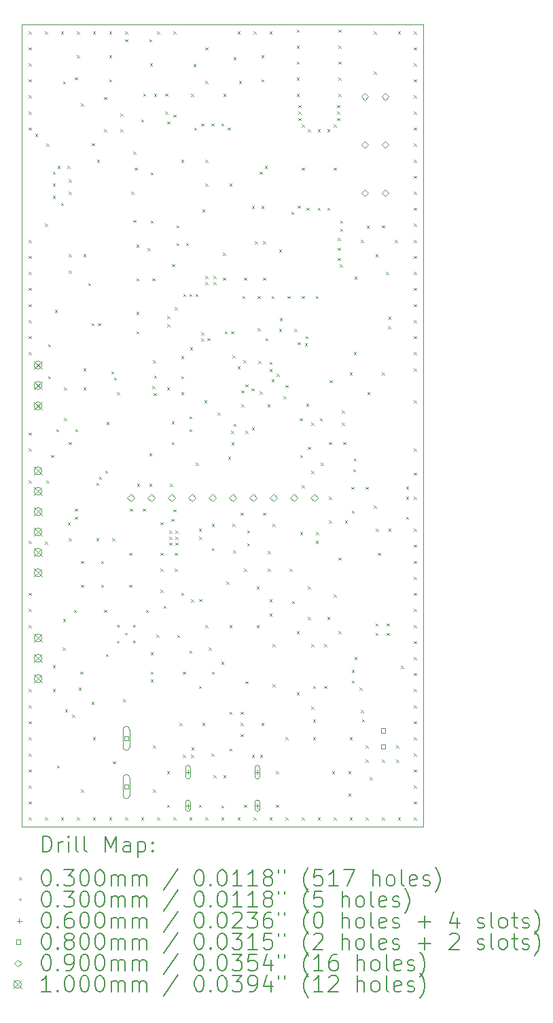
<source format=gbr>
%TF.GenerationSoftware,KiCad,Pcbnew,9.0.4*%
%TF.CreationDate,2025-09-21T11:05:40+02:00*%
%TF.ProjectId,Spoke,53706f6b-652e-46b6-9963-61645f706362,2.0*%
%TF.SameCoordinates,PX5f5e100PY5f5e100*%
%TF.FileFunction,Drillmap*%
%TF.FilePolarity,Positive*%
%FSLAX45Y45*%
G04 Gerber Fmt 4.5, Leading zero omitted, Abs format (unit mm)*
G04 Created by KiCad (PCBNEW 9.0.4) date 2025-09-21 11:05:40*
%MOMM*%
%LPD*%
G01*
G04 APERTURE LIST*
%ADD10C,0.100000*%
%ADD11C,0.200000*%
G04 APERTURE END LIST*
D10*
X-2500000Y5000000D02*
X2500000Y5000000D01*
X2500000Y-5000000D01*
X-2500000Y-5000000D01*
X-2500000Y5000000D01*
D11*
D10*
X-2415000Y4915000D02*
X-2385000Y4885000D01*
X-2385000Y4915000D02*
X-2415000Y4885000D01*
X-2415000Y4715000D02*
X-2385000Y4685000D01*
X-2385000Y4715000D02*
X-2415000Y4685000D01*
X-2415000Y4515000D02*
X-2385000Y4485000D01*
X-2385000Y4515000D02*
X-2415000Y4485000D01*
X-2415000Y4315000D02*
X-2385000Y4285000D01*
X-2385000Y4315000D02*
X-2415000Y4285000D01*
X-2415000Y4115000D02*
X-2385000Y4085000D01*
X-2385000Y4115000D02*
X-2415000Y4085000D01*
X-2415000Y3915000D02*
X-2385000Y3885000D01*
X-2385000Y3915000D02*
X-2415000Y3885000D01*
X-2415000Y3715000D02*
X-2385000Y3685000D01*
X-2385000Y3715000D02*
X-2415000Y3685000D01*
X-2415000Y2315000D02*
X-2385000Y2285000D01*
X-2385000Y2315000D02*
X-2415000Y2285000D01*
X-2415000Y2115000D02*
X-2385000Y2085000D01*
X-2385000Y2115000D02*
X-2415000Y2085000D01*
X-2415000Y1915000D02*
X-2385000Y1885000D01*
X-2385000Y1915000D02*
X-2415000Y1885000D01*
X-2415000Y1715000D02*
X-2385000Y1685000D01*
X-2385000Y1715000D02*
X-2415000Y1685000D01*
X-2415000Y1515000D02*
X-2385000Y1485000D01*
X-2385000Y1515000D02*
X-2415000Y1485000D01*
X-2415000Y1315000D02*
X-2385000Y1285000D01*
X-2385000Y1315000D02*
X-2415000Y1285000D01*
X-2415000Y1115000D02*
X-2385000Y1085000D01*
X-2385000Y1115000D02*
X-2415000Y1085000D01*
X-2415000Y915000D02*
X-2385000Y885000D01*
X-2385000Y915000D02*
X-2415000Y885000D01*
X-2415000Y-85000D02*
X-2385000Y-115000D01*
X-2385000Y-85000D02*
X-2415000Y-115000D01*
X-2415000Y-285000D02*
X-2385000Y-315000D01*
X-2385000Y-285000D02*
X-2415000Y-315000D01*
X-2415000Y-685000D02*
X-2385000Y-715000D01*
X-2385000Y-685000D02*
X-2415000Y-715000D01*
X-2415000Y-1435000D02*
X-2385000Y-1465000D01*
X-2385000Y-1435000D02*
X-2415000Y-1465000D01*
X-2415000Y-2085000D02*
X-2385000Y-2115000D01*
X-2385000Y-2085000D02*
X-2415000Y-2115000D01*
X-2415000Y-2285000D02*
X-2385000Y-2315000D01*
X-2385000Y-2285000D02*
X-2415000Y-2315000D01*
X-2415000Y-2485000D02*
X-2385000Y-2515000D01*
X-2385000Y-2485000D02*
X-2415000Y-2515000D01*
X-2415000Y-3285000D02*
X-2385000Y-3315000D01*
X-2385000Y-3285000D02*
X-2415000Y-3315000D01*
X-2415000Y-3485000D02*
X-2385000Y-3515000D01*
X-2385000Y-3485000D02*
X-2415000Y-3515000D01*
X-2415000Y-3685000D02*
X-2385000Y-3715000D01*
X-2385000Y-3685000D02*
X-2415000Y-3715000D01*
X-2415000Y-3885000D02*
X-2385000Y-3915000D01*
X-2385000Y-3885000D02*
X-2415000Y-3915000D01*
X-2415000Y-4085000D02*
X-2385000Y-4115000D01*
X-2385000Y-4085000D02*
X-2415000Y-4115000D01*
X-2415000Y-4285000D02*
X-2385000Y-4315000D01*
X-2385000Y-4285000D02*
X-2415000Y-4315000D01*
X-2415000Y-4485000D02*
X-2385000Y-4515000D01*
X-2385000Y-4485000D02*
X-2415000Y-4515000D01*
X-2415000Y-4685000D02*
X-2385000Y-4715000D01*
X-2385000Y-4685000D02*
X-2415000Y-4715000D01*
X-2415000Y-4885000D02*
X-2385000Y-4915000D01*
X-2385000Y-4885000D02*
X-2415000Y-4915000D01*
X-2335000Y3635000D02*
X-2305000Y3605000D01*
X-2305000Y3635000D02*
X-2335000Y3605000D01*
X-2215000Y4915000D02*
X-2185000Y4885000D01*
X-2185000Y4915000D02*
X-2215000Y4885000D01*
X-2215000Y2515000D02*
X-2185000Y2485000D01*
X-2185000Y2515000D02*
X-2215000Y2485000D01*
X-2215000Y-1445000D02*
X-2185000Y-1475000D01*
X-2185000Y-1445000D02*
X-2215000Y-1475000D01*
X-2215000Y-4885000D02*
X-2185000Y-4915000D01*
X-2185000Y-4885000D02*
X-2215000Y-4915000D01*
X-2195000Y3515000D02*
X-2165000Y3485000D01*
X-2165000Y3515000D02*
X-2195000Y3485000D01*
X-2195000Y-685000D02*
X-2165000Y-715000D01*
X-2165000Y-685000D02*
X-2195000Y-715000D01*
X-2175000Y1015000D02*
X-2145000Y985000D01*
X-2145000Y1015000D02*
X-2175000Y985000D01*
X-2175000Y615000D02*
X-2145000Y585000D01*
X-2145000Y615000D02*
X-2175000Y585000D01*
X-2135000Y-365000D02*
X-2105000Y-395000D01*
X-2105000Y-365000D02*
X-2135000Y-395000D01*
X-2115000Y3165000D02*
X-2085000Y3135000D01*
X-2085000Y3165000D02*
X-2115000Y3135000D01*
X-2115000Y3015000D02*
X-2085000Y2985000D01*
X-2085000Y3015000D02*
X-2115000Y2985000D01*
X-2115000Y2865000D02*
X-2085000Y2835000D01*
X-2085000Y2865000D02*
X-2115000Y2835000D01*
X-2115000Y-2985000D02*
X-2085000Y-3015000D01*
X-2085000Y-2985000D02*
X-2115000Y-3015000D01*
X-2115000Y-3285000D02*
X-2085000Y-3315000D01*
X-2085000Y-3285000D02*
X-2115000Y-3315000D01*
X-2090000Y1440000D02*
X-2060000Y1410000D01*
X-2060000Y1440000D02*
X-2090000Y1410000D01*
X-2075000Y-45000D02*
X-2045000Y-75000D01*
X-2045000Y-45000D02*
X-2075000Y-75000D01*
X-2065000Y-4235000D02*
X-2035000Y-4265000D01*
X-2035000Y-4235000D02*
X-2065000Y-4265000D01*
X-2055000Y3235000D02*
X-2025000Y3205000D01*
X-2025000Y3235000D02*
X-2055000Y3205000D01*
X-2015000Y4915000D02*
X-1985000Y4885000D01*
X-1985000Y4915000D02*
X-2015000Y4885000D01*
X-2015000Y2775000D02*
X-1985000Y2745000D01*
X-1985000Y2775000D02*
X-2015000Y2745000D01*
X-2015000Y-4885000D02*
X-1985000Y-4915000D01*
X-1985000Y-4885000D02*
X-2015000Y-4915000D01*
X-1995000Y-2765000D02*
X-1965000Y-2795000D01*
X-1965000Y-2765000D02*
X-1995000Y-2795000D01*
X-1990000Y4290000D02*
X-1960000Y4260000D01*
X-1960000Y4290000D02*
X-1990000Y4260000D01*
X-1990000Y-2410000D02*
X-1960000Y-2440000D01*
X-1960000Y-2410000D02*
X-1990000Y-2440000D01*
X-1975000Y475000D02*
X-1945000Y445000D01*
X-1945000Y475000D02*
X-1975000Y445000D01*
X-1975000Y95000D02*
X-1945000Y65000D01*
X-1945000Y95000D02*
X-1975000Y65000D01*
X-1965000Y-3535000D02*
X-1935000Y-3565000D01*
X-1935000Y-3535000D02*
X-1965000Y-3565000D01*
X-1935000Y3235000D02*
X-1905000Y3205000D01*
X-1905000Y3235000D02*
X-1935000Y3205000D01*
X-1930000Y-1210000D02*
X-1900000Y-1240000D01*
X-1900000Y-1210000D02*
X-1930000Y-1240000D01*
X-1915000Y3065000D02*
X-1885000Y3035000D01*
X-1885000Y3065000D02*
X-1915000Y3035000D01*
X-1915000Y2915000D02*
X-1885000Y2885000D01*
X-1885000Y2915000D02*
X-1915000Y2885000D01*
X-1915000Y2135000D02*
X-1885000Y2105000D01*
X-1885000Y2135000D02*
X-1915000Y2105000D01*
X-1915000Y1935000D02*
X-1885000Y1905000D01*
X-1885000Y1935000D02*
X-1915000Y1905000D01*
X-1915000Y-205000D02*
X-1885000Y-235000D01*
X-1885000Y-205000D02*
X-1915000Y-235000D01*
X-1915000Y-1405000D02*
X-1885000Y-1435000D01*
X-1885000Y-1405000D02*
X-1915000Y-1435000D01*
X-1875000Y-3605000D02*
X-1845000Y-3635000D01*
X-1845000Y-3605000D02*
X-1875000Y-3635000D01*
X-1855000Y-2295000D02*
X-1825000Y-2325000D01*
X-1825000Y-2295000D02*
X-1855000Y-2325000D01*
X-1840000Y4340000D02*
X-1810000Y4310000D01*
X-1810000Y4340000D02*
X-1840000Y4310000D01*
X-1840000Y-1035000D02*
X-1810000Y-1065000D01*
X-1810000Y-1035000D02*
X-1840000Y-1065000D01*
X-1840000Y-1135000D02*
X-1810000Y-1165000D01*
X-1810000Y-1135000D02*
X-1840000Y-1165000D01*
X-1835000Y-45000D02*
X-1805000Y-75000D01*
X-1805000Y-45000D02*
X-1835000Y-75000D01*
X-1815000Y4915000D02*
X-1785000Y4885000D01*
X-1785000Y4915000D02*
X-1815000Y4885000D01*
X-1815000Y4615000D02*
X-1785000Y4585000D01*
X-1785000Y4615000D02*
X-1815000Y4585000D01*
X-1815000Y-4885000D02*
X-1785000Y-4915000D01*
X-1785000Y-4885000D02*
X-1815000Y-4915000D01*
X-1795000Y-3265000D02*
X-1765000Y-3295000D01*
X-1765000Y-3265000D02*
X-1795000Y-3295000D01*
X-1775000Y-3065000D02*
X-1745000Y-3095000D01*
X-1745000Y-3065000D02*
X-1775000Y-3095000D01*
X-1765000Y4015000D02*
X-1735000Y3985000D01*
X-1735000Y4015000D02*
X-1765000Y3985000D01*
X-1765000Y-1685000D02*
X-1735000Y-1715000D01*
X-1735000Y-1685000D02*
X-1765000Y-1715000D01*
X-1765000Y-1985000D02*
X-1735000Y-2015000D01*
X-1735000Y-1985000D02*
X-1765000Y-2015000D01*
X-1765000Y-4535000D02*
X-1735000Y-4565000D01*
X-1735000Y-4535000D02*
X-1765000Y-4565000D01*
X-1735000Y2135000D02*
X-1705000Y2105000D01*
X-1705000Y2135000D02*
X-1735000Y2105000D01*
X-1735000Y715000D02*
X-1705000Y685000D01*
X-1705000Y715000D02*
X-1735000Y685000D01*
X-1735000Y475000D02*
X-1705000Y445000D01*
X-1705000Y475000D02*
X-1735000Y445000D01*
X-1675000Y1775000D02*
X-1645000Y1745000D01*
X-1645000Y1775000D02*
X-1675000Y1745000D01*
X-1635000Y1275000D02*
X-1605000Y1245000D01*
X-1605000Y1275000D02*
X-1635000Y1245000D01*
X-1635000Y-3445000D02*
X-1605000Y-3475000D01*
X-1605000Y-3445000D02*
X-1635000Y-3475000D01*
X-1628791Y3521209D02*
X-1598791Y3491209D01*
X-1598791Y3521209D02*
X-1628791Y3491209D01*
X-1615000Y4915000D02*
X-1585000Y4885000D01*
X-1585000Y4915000D02*
X-1615000Y4885000D01*
X-1615000Y-3885000D02*
X-1585000Y-3915000D01*
X-1585000Y-3885000D02*
X-1615000Y-3915000D01*
X-1615000Y-4885000D02*
X-1585000Y-4915000D01*
X-1585000Y-4885000D02*
X-1615000Y-4915000D01*
X-1575000Y-715000D02*
X-1545000Y-745000D01*
X-1545000Y-715000D02*
X-1575000Y-745000D01*
X-1575000Y-1405000D02*
X-1545000Y-1435000D01*
X-1545000Y-1405000D02*
X-1575000Y-1435000D01*
X-1564800Y3311452D02*
X-1534800Y3281452D01*
X-1534800Y3311452D02*
X-1564800Y3281452D01*
X-1555000Y1275000D02*
X-1525000Y1245000D01*
X-1525000Y1275000D02*
X-1555000Y1245000D01*
X-1540000Y-635000D02*
X-1510000Y-665000D01*
X-1510000Y-635000D02*
X-1540000Y-665000D01*
X-1515000Y-1685000D02*
X-1485000Y-1715000D01*
X-1485000Y-1685000D02*
X-1515000Y-1715000D01*
X-1515000Y-1985000D02*
X-1485000Y-2015000D01*
X-1485000Y-1985000D02*
X-1515000Y-2015000D01*
X-1475000Y4095000D02*
X-1445000Y4065000D01*
X-1445000Y4095000D02*
X-1475000Y4065000D01*
X-1475000Y3695000D02*
X-1445000Y3665000D01*
X-1445000Y3695000D02*
X-1475000Y3665000D01*
X-1475000Y-2295000D02*
X-1445000Y-2325000D01*
X-1445000Y-2295000D02*
X-1475000Y-2325000D01*
X-1465000Y-560000D02*
X-1435000Y-590000D01*
X-1435000Y-560000D02*
X-1465000Y-590000D01*
X-1455000Y-2845000D02*
X-1425000Y-2875000D01*
X-1425000Y-2845000D02*
X-1455000Y-2875000D01*
X-1447683Y43691D02*
X-1417683Y13691D01*
X-1417683Y43691D02*
X-1447683Y13691D01*
X-1415000Y4915000D02*
X-1385000Y4885000D01*
X-1385000Y4915000D02*
X-1415000Y4885000D01*
X-1415000Y4615000D02*
X-1385000Y4585000D01*
X-1385000Y4615000D02*
X-1415000Y4585000D01*
X-1415000Y4315000D02*
X-1385000Y4285000D01*
X-1385000Y4315000D02*
X-1415000Y4285000D01*
X-1415000Y-4885000D02*
X-1385000Y-4915000D01*
X-1385000Y-4885000D02*
X-1415000Y-4915000D01*
X-1386087Y675000D02*
X-1356087Y645000D01*
X-1356087Y675000D02*
X-1386087Y645000D01*
X-1375000Y-1405000D02*
X-1345000Y-1435000D01*
X-1345000Y-1405000D02*
X-1375000Y-1435000D01*
X-1365000Y-4185000D02*
X-1335000Y-4215000D01*
X-1335000Y-4185000D02*
X-1365000Y-4215000D01*
X-1355000Y600000D02*
X-1325000Y570000D01*
X-1325000Y600000D02*
X-1355000Y570000D01*
X-1315000Y415000D02*
X-1285000Y385000D01*
X-1285000Y415000D02*
X-1315000Y385000D01*
X-1275000Y3890000D02*
X-1245000Y3860000D01*
X-1245000Y3890000D02*
X-1275000Y3860000D01*
X-1275000Y3695000D02*
X-1245000Y3665000D01*
X-1245000Y3695000D02*
X-1275000Y3665000D01*
X-1240000Y-3410000D02*
X-1210000Y-3440000D01*
X-1210000Y-3410000D02*
X-1240000Y-3440000D01*
X-1215000Y4915000D02*
X-1185000Y4885000D01*
X-1185000Y4915000D02*
X-1215000Y4885000D01*
X-1215000Y4815000D02*
X-1185000Y4785000D01*
X-1185000Y4815000D02*
X-1215000Y4785000D01*
X-1215000Y-4885000D02*
X-1185000Y-4915000D01*
X-1185000Y-4885000D02*
X-1215000Y-4915000D01*
X-1165000Y-1585000D02*
X-1135000Y-1615000D01*
X-1135000Y-1585000D02*
X-1165000Y-1615000D01*
X-1165000Y-1985000D02*
X-1135000Y-2015000D01*
X-1135000Y-1985000D02*
X-1165000Y-2015000D01*
X-1155000Y-1035000D02*
X-1125000Y-1065000D01*
X-1125000Y-1035000D02*
X-1155000Y-1065000D01*
X-1140000Y2915000D02*
X-1110000Y2885000D01*
X-1110000Y2915000D02*
X-1140000Y2885000D01*
X-1115000Y3415000D02*
X-1085000Y3385000D01*
X-1085000Y3415000D02*
X-1115000Y3385000D01*
X-1115000Y2565000D02*
X-1085000Y2535000D01*
X-1085000Y2565000D02*
X-1115000Y2535000D01*
X-1095000Y3215000D02*
X-1065000Y3185000D01*
X-1065000Y3215000D02*
X-1095000Y3185000D01*
X-1075000Y2255000D02*
X-1045000Y2225000D01*
X-1045000Y2255000D02*
X-1075000Y2225000D01*
X-1075000Y1835000D02*
X-1045000Y1805000D01*
X-1045000Y1835000D02*
X-1075000Y1805000D01*
X-1075000Y1415000D02*
X-1045000Y1385000D01*
X-1045000Y1415000D02*
X-1075000Y1385000D01*
X-1075000Y1175000D02*
X-1045000Y1145000D01*
X-1045000Y1175000D02*
X-1075000Y1145000D01*
X-1065000Y-725000D02*
X-1035000Y-755000D01*
X-1035000Y-725000D02*
X-1065000Y-755000D01*
X-1015000Y3815000D02*
X-985000Y3785000D01*
X-985000Y3815000D02*
X-1015000Y3785000D01*
X-1015000Y-4885000D02*
X-985000Y-4915000D01*
X-985000Y-4885000D02*
X-1015000Y-4915000D01*
X-995000Y-1035000D02*
X-965000Y-1065000D01*
X-965000Y-1035000D02*
X-995000Y-1065000D01*
X-990000Y4140000D02*
X-960000Y4110000D01*
X-960000Y4140000D02*
X-990000Y4110000D01*
X-955000Y-2295000D02*
X-925000Y-2325000D01*
X-925000Y-2295000D02*
X-955000Y-2325000D01*
X-935000Y2210000D02*
X-905000Y2180000D01*
X-905000Y2210000D02*
X-935000Y2180000D01*
X-915000Y4815000D02*
X-885000Y4785000D01*
X-885000Y4815000D02*
X-915000Y4785000D01*
X-915000Y-345000D02*
X-885000Y-375000D01*
X-885000Y-345000D02*
X-915000Y-375000D01*
X-915000Y-725000D02*
X-885000Y-755000D01*
X-885000Y-725000D02*
X-915000Y-755000D01*
X-905000Y4515000D02*
X-875000Y4485000D01*
X-875000Y4515000D02*
X-905000Y4485000D01*
X-895000Y3155000D02*
X-865000Y3125000D01*
X-865000Y3155000D02*
X-895000Y3125000D01*
X-895000Y2555000D02*
X-865000Y2525000D01*
X-865000Y2555000D02*
X-895000Y2525000D01*
X-895000Y-2825000D02*
X-865000Y-2855000D01*
X-865000Y-2825000D02*
X-895000Y-2855000D01*
X-895000Y-3065000D02*
X-865000Y-3095000D01*
X-865000Y-3065000D02*
X-895000Y-3095000D01*
X-895000Y-3165000D02*
X-865000Y-3195000D01*
X-865000Y-3165000D02*
X-895000Y-3195000D01*
X-875000Y1835000D02*
X-845000Y1805000D01*
X-845000Y1835000D02*
X-875000Y1805000D01*
X-875000Y495000D02*
X-845000Y465000D01*
X-845000Y495000D02*
X-875000Y465000D01*
X-865000Y815000D02*
X-835000Y785000D01*
X-835000Y815000D02*
X-865000Y785000D01*
X-865000Y-3985000D02*
X-835000Y-4015000D01*
X-835000Y-3985000D02*
X-865000Y-4015000D01*
X-865000Y-4535000D02*
X-835000Y-4565000D01*
X-835000Y-4535000D02*
X-865000Y-4565000D01*
X-858750Y406250D02*
X-828750Y376250D01*
X-828750Y406250D02*
X-858750Y376250D01*
X-855000Y4135000D02*
X-825000Y4105000D01*
X-825000Y4135000D02*
X-855000Y4105000D01*
X-855000Y625000D02*
X-825000Y595000D01*
X-825000Y625000D02*
X-855000Y595000D01*
X-825000Y-2605000D02*
X-795000Y-2635000D01*
X-795000Y-2605000D02*
X-825000Y-2635000D01*
X-815000Y4915000D02*
X-785000Y4885000D01*
X-785000Y4915000D02*
X-815000Y4885000D01*
X-815000Y-4885000D02*
X-785000Y-4915000D01*
X-785000Y-4885000D02*
X-815000Y-4915000D01*
X-775000Y-1205000D02*
X-745000Y-1235000D01*
X-745000Y-1205000D02*
X-775000Y-1235000D01*
X-775000Y-1585000D02*
X-745000Y-1615000D01*
X-745000Y-1585000D02*
X-775000Y-1615000D01*
X-775000Y-1785000D02*
X-745000Y-1815000D01*
X-745000Y-1785000D02*
X-775000Y-1815000D01*
X-775000Y-2045000D02*
X-745000Y-2075000D01*
X-745000Y-2045000D02*
X-775000Y-2075000D01*
X-735000Y-2245000D02*
X-705000Y-2275000D01*
X-705000Y-2245000D02*
X-735000Y-2275000D01*
X-715000Y4140000D02*
X-685000Y4110000D01*
X-685000Y4140000D02*
X-715000Y4110000D01*
X-715000Y3915000D02*
X-685000Y3885000D01*
X-685000Y3915000D02*
X-715000Y3885000D01*
X-695000Y475000D02*
X-665000Y445000D01*
X-665000Y475000D02*
X-695000Y445000D01*
X-695000Y-4305000D02*
X-665000Y-4335000D01*
X-665000Y-4305000D02*
X-695000Y-4335000D01*
X-695000Y-4725000D02*
X-665000Y-4755000D01*
X-665000Y-4725000D02*
X-695000Y-4755000D01*
X-690000Y3790000D02*
X-660000Y3760000D01*
X-660000Y3790000D02*
X-690000Y3760000D01*
X-690000Y1365000D02*
X-660000Y1335000D01*
X-660000Y1365000D02*
X-690000Y1335000D01*
X-690000Y1265000D02*
X-660000Y1235000D01*
X-660000Y1265000D02*
X-690000Y1235000D01*
X-665000Y-1310000D02*
X-635000Y-1340000D01*
X-635000Y-1310000D02*
X-665000Y-1340000D01*
X-665000Y-1385000D02*
X-635000Y-1415000D01*
X-635000Y-1385000D02*
X-665000Y-1415000D01*
X-665000Y-1460000D02*
X-635000Y-1490000D01*
X-635000Y-1460000D02*
X-665000Y-1490000D01*
X-655000Y-725000D02*
X-625000Y-755000D01*
X-625000Y-725000D02*
X-655000Y-755000D01*
X-640000Y-1160000D02*
X-610000Y-1190000D01*
X-610000Y-1160000D02*
X-640000Y-1190000D01*
X-635000Y55000D02*
X-605000Y25000D01*
X-605000Y55000D02*
X-635000Y25000D01*
X-635000Y-205000D02*
X-605000Y-235000D01*
X-605000Y-205000D02*
X-635000Y-235000D01*
X-630000Y2015000D02*
X-600000Y1985000D01*
X-600000Y2015000D02*
X-630000Y1985000D01*
X-615000Y4915000D02*
X-585000Y4885000D01*
X-585000Y4915000D02*
X-615000Y4885000D01*
X-615000Y3875000D02*
X-585000Y3845000D01*
X-585000Y3875000D02*
X-615000Y3845000D01*
X-615000Y-1045000D02*
X-585000Y-1075000D01*
X-585000Y-1045000D02*
X-615000Y-1075000D01*
X-615000Y-4885000D02*
X-585000Y-4915000D01*
X-585000Y-4885000D02*
X-615000Y-4915000D01*
X-595000Y1475000D02*
X-565000Y1445000D01*
X-565000Y1475000D02*
X-595000Y1445000D01*
X-595000Y-1585000D02*
X-565000Y-1615000D01*
X-565000Y-1585000D02*
X-595000Y-1615000D01*
X-595000Y-1785000D02*
X-565000Y-1815000D01*
X-565000Y-1785000D02*
X-595000Y-1815000D01*
X-590000Y-1310000D02*
X-560000Y-1340000D01*
X-560000Y-1310000D02*
X-590000Y-1340000D01*
X-590000Y-1385000D02*
X-560000Y-1415000D01*
X-560000Y-1385000D02*
X-590000Y-1415000D01*
X-590000Y-1460000D02*
X-560000Y-1490000D01*
X-560000Y-1460000D02*
X-590000Y-1490000D01*
X-575000Y2495000D02*
X-545000Y2465000D01*
X-545000Y2495000D02*
X-575000Y2465000D01*
X-575000Y2275000D02*
X-545000Y2245000D01*
X-545000Y2275000D02*
X-575000Y2245000D01*
X-565000Y-2610000D02*
X-535000Y-2640000D01*
X-535000Y-2610000D02*
X-565000Y-2640000D01*
X-535000Y-3705000D02*
X-505000Y-3735000D01*
X-505000Y-3705000D02*
X-535000Y-3735000D01*
X-515000Y3315000D02*
X-485000Y3285000D01*
X-485000Y3315000D02*
X-515000Y3285000D01*
X-515000Y865000D02*
X-485000Y835000D01*
X-485000Y865000D02*
X-515000Y835000D01*
X-515000Y615000D02*
X-485000Y585000D01*
X-485000Y615000D02*
X-515000Y585000D01*
X-515000Y415000D02*
X-485000Y385000D01*
X-485000Y415000D02*
X-515000Y385000D01*
X-515000Y-2085000D02*
X-485000Y-2115000D01*
X-485000Y-2085000D02*
X-515000Y-2115000D01*
X-495000Y-3065000D02*
X-465000Y-3095000D01*
X-465000Y-3065000D02*
X-495000Y-3095000D01*
X-495000Y-4105000D02*
X-465000Y-4135000D01*
X-465000Y-4105000D02*
X-495000Y-4135000D01*
X-490000Y1640000D02*
X-460000Y1610000D01*
X-460000Y1640000D02*
X-490000Y1610000D01*
X-455000Y2275000D02*
X-425000Y2245000D01*
X-425000Y2275000D02*
X-455000Y2245000D01*
X-415000Y1640000D02*
X-385000Y1610000D01*
X-385000Y1640000D02*
X-415000Y1610000D01*
X-415000Y115000D02*
X-385000Y85000D01*
X-385000Y115000D02*
X-415000Y85000D01*
X-415000Y-45000D02*
X-385000Y-75000D01*
X-385000Y-45000D02*
X-415000Y-75000D01*
X-415000Y-2805000D02*
X-385000Y-2835000D01*
X-385000Y-2805000D02*
X-415000Y-2835000D01*
X-415000Y-4885000D02*
X-385000Y-4915000D01*
X-385000Y-4885000D02*
X-415000Y-4915000D01*
X-405000Y975000D02*
X-375000Y945000D01*
X-375000Y975000D02*
X-405000Y945000D01*
X-395000Y4135000D02*
X-365000Y4105000D01*
X-365000Y4135000D02*
X-395000Y4105000D01*
X-395000Y-2165000D02*
X-365000Y-2195000D01*
X-365000Y-2165000D02*
X-395000Y-2195000D01*
X-395000Y-4105000D02*
X-365000Y-4135000D01*
X-365000Y-4105000D02*
X-395000Y-4135000D01*
X-390000Y-4010000D02*
X-360000Y-4040000D01*
X-360000Y-4010000D02*
X-390000Y-4040000D01*
X-365000Y4505000D02*
X-335000Y4475000D01*
X-335000Y4505000D02*
X-365000Y4475000D01*
X-355000Y3715000D02*
X-325000Y3685000D01*
X-325000Y3715000D02*
X-355000Y3685000D01*
X-340000Y1640000D02*
X-310000Y1610000D01*
X-310000Y1640000D02*
X-340000Y1610000D01*
X-335000Y-465000D02*
X-305000Y-495000D01*
X-305000Y-465000D02*
X-335000Y-495000D01*
X-295000Y-1285000D02*
X-265000Y-1315000D01*
X-265000Y-1285000D02*
X-295000Y-1315000D01*
X-295000Y-3245000D02*
X-265000Y-3275000D01*
X-265000Y-3245000D02*
X-295000Y-3275000D01*
X-295000Y-4725000D02*
X-265000Y-4755000D01*
X-265000Y-4725000D02*
X-295000Y-4755000D01*
X-290000Y-1385000D02*
X-260000Y-1415000D01*
X-260000Y-1385000D02*
X-290000Y-1415000D01*
X-290000Y-2160000D02*
X-260000Y-2190000D01*
X-260000Y-2160000D02*
X-290000Y-2190000D01*
X-265000Y3765000D02*
X-235000Y3735000D01*
X-235000Y3765000D02*
X-265000Y3735000D01*
X-265000Y1162500D02*
X-235000Y1132500D01*
X-235000Y1162500D02*
X-265000Y1132500D01*
X-265000Y1087500D02*
X-235000Y1057500D01*
X-235000Y1087500D02*
X-265000Y1057500D01*
X-255000Y2695000D02*
X-225000Y2665000D01*
X-225000Y2695000D02*
X-255000Y2665000D01*
X-255000Y-3705000D02*
X-225000Y-3735000D01*
X-225000Y-3705000D02*
X-255000Y-3735000D01*
X-228348Y314513D02*
X-198348Y284513D01*
X-198348Y314513D02*
X-228348Y284513D01*
X-215000Y4715000D02*
X-185000Y4685000D01*
X-185000Y4715000D02*
X-215000Y4685000D01*
X-215000Y4295000D02*
X-185000Y4265000D01*
X-185000Y4295000D02*
X-215000Y4265000D01*
X-215000Y3315000D02*
X-185000Y3285000D01*
X-185000Y3315000D02*
X-215000Y3285000D01*
X-215000Y3015000D02*
X-185000Y2985000D01*
X-185000Y3015000D02*
X-215000Y2985000D01*
X-215000Y1865000D02*
X-185000Y1835000D01*
X-185000Y1865000D02*
X-215000Y1835000D01*
X-215000Y1790000D02*
X-185000Y1760000D01*
X-185000Y1790000D02*
X-215000Y1760000D01*
X-215000Y-2485000D02*
X-185000Y-2515000D01*
X-185000Y-2485000D02*
X-215000Y-2515000D01*
X-215000Y-4885000D02*
X-185000Y-4915000D01*
X-185000Y-4885000D02*
X-215000Y-4915000D01*
X-190000Y1090000D02*
X-160000Y1060000D01*
X-160000Y1090000D02*
X-190000Y1060000D01*
X-175000Y-2765000D02*
X-145000Y-2795000D01*
X-145000Y-2765000D02*
X-175000Y-2795000D01*
X-140000Y3765000D02*
X-110000Y3735000D01*
X-110000Y3765000D02*
X-140000Y3735000D01*
X-140000Y-4085000D02*
X-110000Y-4115000D01*
X-110000Y-4085000D02*
X-140000Y-4115000D01*
X-135000Y-1225000D02*
X-105000Y-1255000D01*
X-105000Y-1225000D02*
X-135000Y-1255000D01*
X-135000Y-1525000D02*
X-105000Y-1555000D01*
X-105000Y-1525000D02*
X-135000Y-1555000D01*
X-135000Y-3065000D02*
X-105000Y-3095000D01*
X-105000Y-3065000D02*
X-135000Y-3095000D01*
X-115000Y1865000D02*
X-85000Y1835000D01*
X-85000Y1865000D02*
X-115000Y1835000D01*
X-115000Y1790000D02*
X-85000Y1760000D01*
X-85000Y1790000D02*
X-115000Y1760000D01*
X-115000Y-4360000D02*
X-85000Y-4390000D01*
X-85000Y-4360000D02*
X-115000Y-4390000D01*
X-65000Y165000D02*
X-35000Y135000D01*
X-35000Y165000D02*
X-65000Y135000D01*
X-15000Y3765000D02*
X15000Y3735000D01*
X15000Y3765000D02*
X-15000Y3735000D01*
X-15000Y-2945000D02*
X15000Y-2975000D01*
X15000Y-2945000D02*
X-15000Y-2975000D01*
X-15000Y-4735000D02*
X15000Y-4765000D01*
X15000Y-4735000D02*
X-15000Y-4765000D01*
X-15000Y-4885000D02*
X15000Y-4915000D01*
X15000Y-4885000D02*
X-15000Y-4915000D01*
X5000Y2155000D02*
X35000Y2125000D01*
X35000Y2155000D02*
X5000Y2125000D01*
X5000Y1845000D02*
X35000Y1815000D01*
X35000Y1845000D02*
X5000Y1815000D01*
X10000Y4135000D02*
X40000Y4105000D01*
X40000Y4135000D02*
X10000Y4105000D01*
X10000Y-4360000D02*
X40000Y-4390000D01*
X40000Y-4360000D02*
X10000Y-4390000D01*
X25000Y1175000D02*
X55000Y1145000D01*
X55000Y1175000D02*
X25000Y1145000D01*
X45000Y-1945000D02*
X75000Y-1975000D01*
X75000Y-1945000D02*
X45000Y-1975000D01*
X65000Y3715000D02*
X95000Y3685000D01*
X95000Y3715000D02*
X65000Y3685000D01*
X70000Y-385000D02*
X100000Y-415000D01*
X100000Y-385000D02*
X70000Y-415000D01*
X85000Y3015000D02*
X115000Y2985000D01*
X115000Y3015000D02*
X85000Y2985000D01*
X85000Y-2485000D02*
X115000Y-2515000D01*
X115000Y-2485000D02*
X85000Y-2515000D01*
X85000Y-3565000D02*
X115000Y-3595000D01*
X115000Y-3565000D02*
X85000Y-3595000D01*
X85000Y-4025000D02*
X115000Y-4055000D01*
X115000Y-4025000D02*
X85000Y-4055000D01*
X105000Y1175000D02*
X135000Y1145000D01*
X135000Y1175000D02*
X105000Y1145000D01*
X105000Y-65000D02*
X135000Y-95000D01*
X135000Y-65000D02*
X105000Y-95000D01*
X110000Y-210000D02*
X140000Y-240000D01*
X140000Y-210000D02*
X110000Y-240000D01*
X125000Y875000D02*
X155000Y845000D01*
X155000Y875000D02*
X125000Y845000D01*
X125000Y-1225000D02*
X155000Y-1255000D01*
X155000Y-1225000D02*
X125000Y-1255000D01*
X131032Y-1555673D02*
X161032Y-1585673D01*
X161032Y-1555673D02*
X131032Y-1585673D01*
X135000Y4590000D02*
X165000Y4560000D01*
X165000Y4590000D02*
X135000Y4560000D01*
X135000Y25000D02*
X165000Y-5000D01*
X165000Y25000D02*
X135000Y-5000D01*
X185000Y4915000D02*
X215000Y4885000D01*
X215000Y4915000D02*
X185000Y4885000D01*
X185000Y740000D02*
X215000Y710000D01*
X215000Y740000D02*
X185000Y710000D01*
X185000Y-4885000D02*
X215000Y-4915000D01*
X215000Y-4885000D02*
X185000Y-4915000D01*
X205000Y4295000D02*
X235000Y4265000D01*
X235000Y4295000D02*
X205000Y4265000D01*
X225000Y-1085000D02*
X255000Y-1115000D01*
X255000Y-1085000D02*
X225000Y-1115000D01*
X225000Y-3565000D02*
X255000Y-3595000D01*
X255000Y-3565000D02*
X225000Y-3595000D01*
X225000Y-3705000D02*
X255000Y-3735000D01*
X255000Y-3705000D02*
X225000Y-3735000D01*
X225000Y-3845000D02*
X255000Y-3875000D01*
X255000Y-3845000D02*
X225000Y-3875000D01*
X233807Y440000D02*
X263807Y410000D01*
X263807Y440000D02*
X233807Y410000D01*
X235000Y265000D02*
X265000Y235000D01*
X265000Y265000D02*
X235000Y235000D01*
X245000Y1615000D02*
X275000Y1585000D01*
X275000Y1615000D02*
X245000Y1585000D01*
X260000Y815000D02*
X290000Y785000D01*
X290000Y815000D02*
X260000Y785000D01*
X265000Y1845000D02*
X295000Y1815000D01*
X295000Y1845000D02*
X265000Y1815000D01*
X265000Y-1785000D02*
X295000Y-1815000D01*
X295000Y-1785000D02*
X265000Y-1815000D01*
X265000Y-4725000D02*
X295000Y-4755000D01*
X295000Y-4725000D02*
X265000Y-4755000D01*
X285000Y515000D02*
X315000Y485000D01*
X315000Y515000D02*
X285000Y485000D01*
X285000Y-65000D02*
X315000Y-95000D01*
X315000Y-65000D02*
X285000Y-95000D01*
X285000Y-3185000D02*
X315000Y-3215000D01*
X315000Y-3185000D02*
X285000Y-3215000D01*
X305000Y-1305000D02*
X335000Y-1335000D01*
X335000Y-1305000D02*
X305000Y-1335000D01*
X305000Y-1465000D02*
X335000Y-1495000D01*
X335000Y-1465000D02*
X305000Y-1495000D01*
X360000Y465000D02*
X390000Y435000D01*
X390000Y465000D02*
X360000Y435000D01*
X365000Y2735000D02*
X395000Y2705000D01*
X395000Y2735000D02*
X365000Y2705000D01*
X365000Y-25000D02*
X395000Y-55000D01*
X395000Y-25000D02*
X365000Y-55000D01*
X365000Y-4105000D02*
X395000Y-4135000D01*
X395000Y-4105000D02*
X365000Y-4135000D01*
X385000Y4915000D02*
X415000Y4885000D01*
X415000Y4915000D02*
X385000Y4885000D01*
X385000Y-4885000D02*
X415000Y-4915000D01*
X415000Y-4885000D02*
X385000Y-4915000D01*
X405000Y2295000D02*
X435000Y2265000D01*
X435000Y2295000D02*
X405000Y2265000D01*
X425000Y-2005000D02*
X455000Y-2035000D01*
X455000Y-2005000D02*
X425000Y-2035000D01*
X425000Y-2485000D02*
X455000Y-2515000D01*
X455000Y-2485000D02*
X425000Y-2515000D01*
X435000Y1615000D02*
X465000Y1585000D01*
X465000Y1615000D02*
X435000Y1585000D01*
X435000Y1215000D02*
X465000Y1185000D01*
X465000Y1215000D02*
X435000Y1185000D01*
X445000Y805000D02*
X475000Y775000D01*
X475000Y805000D02*
X445000Y775000D01*
X460000Y3165000D02*
X490000Y3135000D01*
X490000Y3165000D02*
X460000Y3135000D01*
X460000Y425000D02*
X490000Y395000D01*
X490000Y425000D02*
X460000Y395000D01*
X465000Y-4105000D02*
X495000Y-4135000D01*
X495000Y-4105000D02*
X465000Y-4135000D01*
X485000Y4615000D02*
X515000Y4585000D01*
X515000Y4615000D02*
X485000Y4585000D01*
X485000Y4315000D02*
X515000Y4285000D01*
X515000Y4315000D02*
X485000Y4285000D01*
X485000Y2735000D02*
X515000Y2705000D01*
X515000Y2735000D02*
X485000Y2705000D01*
X485000Y-3705000D02*
X515000Y-3735000D01*
X515000Y-3705000D02*
X485000Y-3735000D01*
X505000Y2295000D02*
X535000Y2265000D01*
X535000Y2295000D02*
X505000Y2265000D01*
X505000Y1845000D02*
X535000Y1815000D01*
X535000Y1845000D02*
X505000Y1815000D01*
X505000Y-1085000D02*
X535000Y-1115000D01*
X535000Y-1085000D02*
X505000Y-1115000D01*
X525000Y3235000D02*
X555000Y3205000D01*
X555000Y3235000D02*
X525000Y3205000D01*
X535000Y1090000D02*
X565000Y1060000D01*
X565000Y1090000D02*
X535000Y1060000D01*
X560000Y265000D02*
X590000Y235000D01*
X590000Y265000D02*
X560000Y235000D01*
X565000Y-1565000D02*
X595000Y-1595000D01*
X595000Y-1565000D02*
X565000Y-1595000D01*
X565000Y-1785000D02*
X595000Y-1815000D01*
X595000Y-1785000D02*
X565000Y-1815000D01*
X585000Y4915000D02*
X615000Y4885000D01*
X615000Y4915000D02*
X585000Y4885000D01*
X585000Y795000D02*
X615000Y765000D01*
X615000Y795000D02*
X585000Y765000D01*
X585000Y705000D02*
X615000Y675000D01*
X615000Y705000D02*
X585000Y675000D01*
X585000Y-2165000D02*
X615000Y-2195000D01*
X615000Y-2165000D02*
X585000Y-2195000D01*
X585000Y-2345000D02*
X615000Y-2375000D01*
X615000Y-2345000D02*
X585000Y-2375000D01*
X585000Y-4885000D02*
X615000Y-4915000D01*
X615000Y-4885000D02*
X585000Y-4915000D01*
X610000Y1615000D02*
X640000Y1585000D01*
X640000Y1615000D02*
X610000Y1585000D01*
X611765Y578905D02*
X641765Y548905D01*
X641765Y578905D02*
X611765Y548905D01*
X625000Y-1225000D02*
X655000Y-1255000D01*
X655000Y-1225000D02*
X625000Y-1255000D01*
X625000Y-2725000D02*
X655000Y-2755000D01*
X655000Y-2725000D02*
X625000Y-2755000D01*
X625000Y-3225000D02*
X655000Y-3255000D01*
X655000Y-3225000D02*
X625000Y-3255000D01*
X665000Y-4305000D02*
X695000Y-4335000D01*
X695000Y-4305000D02*
X665000Y-4335000D01*
X665000Y-4725000D02*
X695000Y-4755000D01*
X695000Y-4725000D02*
X665000Y-4755000D01*
X675000Y645000D02*
X705000Y615000D01*
X705000Y645000D02*
X675000Y615000D01*
X705000Y2195000D02*
X735000Y2165000D01*
X735000Y2195000D02*
X705000Y2165000D01*
X705000Y1205000D02*
X735000Y1175000D01*
X735000Y1205000D02*
X705000Y1175000D01*
X710000Y1340000D02*
X740000Y1310000D01*
X740000Y1340000D02*
X710000Y1310000D01*
X760000Y365000D02*
X790000Y335000D01*
X790000Y365000D02*
X760000Y335000D01*
X785000Y505000D02*
X815000Y475000D01*
X815000Y505000D02*
X785000Y475000D01*
X785000Y-3885000D02*
X815000Y-3915000D01*
X815000Y-3885000D02*
X785000Y-3915000D01*
X785000Y-4885000D02*
X815000Y-4915000D01*
X815000Y-4885000D02*
X785000Y-4915000D01*
X810000Y1615000D02*
X840000Y1585000D01*
X840000Y1615000D02*
X810000Y1585000D01*
X835000Y-1785000D02*
X865000Y-1815000D01*
X865000Y-1785000D02*
X835000Y-1815000D01*
X855000Y2665000D02*
X885000Y2635000D01*
X885000Y2665000D02*
X855000Y2635000D01*
X865000Y-2185000D02*
X895000Y-2215000D01*
X895000Y-2185000D02*
X865000Y-2215000D01*
X895000Y1205000D02*
X925000Y1175000D01*
X925000Y1205000D02*
X895000Y1175000D01*
X925000Y4935000D02*
X955000Y4905000D01*
X955000Y4935000D02*
X925000Y4905000D01*
X925000Y4735000D02*
X955000Y4705000D01*
X955000Y4735000D02*
X925000Y4705000D01*
X925000Y4535000D02*
X955000Y4505000D01*
X955000Y4535000D02*
X925000Y4505000D01*
X925000Y4335000D02*
X955000Y4305000D01*
X955000Y4335000D02*
X925000Y4305000D01*
X925000Y4135000D02*
X955000Y4105000D01*
X955000Y4135000D02*
X925000Y4105000D01*
X925000Y-2565000D02*
X955000Y-2595000D01*
X955000Y-2565000D02*
X925000Y-2595000D01*
X925000Y-3325000D02*
X955000Y-3355000D01*
X955000Y-3325000D02*
X925000Y-3355000D01*
X935000Y2740000D02*
X965000Y2710000D01*
X965000Y2740000D02*
X935000Y2710000D01*
X935000Y1040000D02*
X965000Y1010000D01*
X965000Y1040000D02*
X935000Y1010000D01*
X945000Y3995000D02*
X975000Y3965000D01*
X975000Y3995000D02*
X945000Y3965000D01*
X945000Y3915000D02*
X975000Y3885000D01*
X975000Y3915000D02*
X945000Y3885000D01*
X945000Y3835000D02*
X975000Y3805000D01*
X975000Y3835000D02*
X945000Y3805000D01*
X960000Y90000D02*
X990000Y60000D01*
X990000Y90000D02*
X960000Y60000D01*
X965000Y-365000D02*
X995000Y-395000D01*
X995000Y-365000D02*
X965000Y-395000D01*
X965000Y-1325000D02*
X995000Y-1355000D01*
X995000Y-1325000D02*
X965000Y-1355000D01*
X985000Y3755000D02*
X1015000Y3725000D01*
X1015000Y3755000D02*
X985000Y3725000D01*
X985000Y3215000D02*
X1015000Y3185000D01*
X1015000Y3215000D02*
X985000Y3185000D01*
X985000Y1615000D02*
X1015000Y1585000D01*
X1015000Y1615000D02*
X985000Y1585000D01*
X985000Y-745000D02*
X1015000Y-775000D01*
X1015000Y-745000D02*
X985000Y-775000D01*
X985000Y-4885000D02*
X1015000Y-4915000D01*
X1015000Y-4885000D02*
X985000Y-4915000D01*
X1025000Y1025000D02*
X1055000Y995000D01*
X1055000Y1025000D02*
X1025000Y995000D01*
X1035000Y1115000D02*
X1065000Y1085000D01*
X1065000Y1115000D02*
X1035000Y1085000D01*
X1042573Y272574D02*
X1072574Y242573D01*
X1072574Y272574D02*
X1042573Y242573D01*
X1045000Y2715000D02*
X1075000Y2685000D01*
X1075000Y2715000D02*
X1045000Y2685000D01*
X1065000Y3695000D02*
X1095000Y3665000D01*
X1095000Y3695000D02*
X1065000Y3665000D01*
X1065000Y-265000D02*
X1095000Y-295000D01*
X1095000Y-265000D02*
X1065000Y-295000D01*
X1065000Y-2005000D02*
X1095000Y-2035000D01*
X1095000Y-2005000D02*
X1065000Y-2035000D01*
X1065000Y-2385000D02*
X1095000Y-2415000D01*
X1095000Y-2385000D02*
X1065000Y-2415000D01*
X1105000Y35000D02*
X1135000Y5000D01*
X1135000Y35000D02*
X1105000Y5000D01*
X1105000Y-565000D02*
X1135000Y-595000D01*
X1135000Y-565000D02*
X1105000Y-595000D01*
X1105000Y-2725000D02*
X1135000Y-2755000D01*
X1135000Y-2725000D02*
X1105000Y-2755000D01*
X1105000Y-3505000D02*
X1135000Y-3535000D01*
X1135000Y-3505000D02*
X1105000Y-3535000D01*
X1125000Y-3245000D02*
X1155000Y-3275000D01*
X1155000Y-3245000D02*
X1125000Y-3275000D01*
X1125000Y-3665000D02*
X1155000Y-3695000D01*
X1155000Y-3665000D02*
X1125000Y-3695000D01*
X1125000Y-3885000D02*
X1155000Y-3915000D01*
X1155000Y-3885000D02*
X1125000Y-3915000D01*
X1160000Y1615000D02*
X1190000Y1585000D01*
X1190000Y1615000D02*
X1160000Y1585000D01*
X1160000Y-1435000D02*
X1190000Y-1465000D01*
X1190000Y-1435000D02*
X1160000Y-1465000D01*
X1165000Y-1325000D02*
X1195000Y-1355000D01*
X1195000Y-1325000D02*
X1165000Y-1355000D01*
X1185000Y3695000D02*
X1215000Y3665000D01*
X1215000Y3695000D02*
X1185000Y3665000D01*
X1185000Y2715000D02*
X1215000Y2685000D01*
X1215000Y2715000D02*
X1185000Y2685000D01*
X1185000Y-4885000D02*
X1215000Y-4915000D01*
X1215000Y-4885000D02*
X1185000Y-4915000D01*
X1210000Y90000D02*
X1240000Y60000D01*
X1240000Y90000D02*
X1210000Y60000D01*
X1225000Y-465000D02*
X1255000Y-495000D01*
X1255000Y-465000D02*
X1225000Y-495000D01*
X1265000Y-2725000D02*
X1295000Y-2755000D01*
X1295000Y-2725000D02*
X1265000Y-2755000D01*
X1265000Y-3245000D02*
X1295000Y-3275000D01*
X1295000Y-3245000D02*
X1265000Y-3275000D01*
X1305000Y3695000D02*
X1335000Y3665000D01*
X1335000Y3695000D02*
X1305000Y3665000D01*
X1305000Y2715000D02*
X1335000Y2685000D01*
X1335000Y2715000D02*
X1305000Y2685000D01*
X1305000Y-2385000D02*
X1335000Y-2415000D01*
X1335000Y-2385000D02*
X1305000Y-2415000D01*
X1325000Y-205000D02*
X1355000Y-235000D01*
X1355000Y-205000D02*
X1325000Y-235000D01*
X1325000Y-885000D02*
X1355000Y-915000D01*
X1355000Y-885000D02*
X1325000Y-915000D01*
X1325000Y-1185000D02*
X1355000Y-1215000D01*
X1355000Y-1185000D02*
X1325000Y-1215000D01*
X1335000Y565000D02*
X1365000Y535000D01*
X1365000Y565000D02*
X1335000Y535000D01*
X1365000Y-4305000D02*
X1395000Y-4335000D01*
X1395000Y-4305000D02*
X1365000Y-4335000D01*
X1385000Y3755000D02*
X1415000Y3725000D01*
X1415000Y3755000D02*
X1385000Y3725000D01*
X1385000Y3215000D02*
X1415000Y3185000D01*
X1415000Y3215000D02*
X1385000Y3185000D01*
X1385000Y-2105000D02*
X1415000Y-2135000D01*
X1415000Y-2105000D02*
X1385000Y-2135000D01*
X1385000Y-4885000D02*
X1415000Y-4915000D01*
X1415000Y-4885000D02*
X1385000Y-4915000D01*
X1425000Y3995000D02*
X1455000Y3965000D01*
X1455000Y3995000D02*
X1425000Y3965000D01*
X1425000Y3915000D02*
X1455000Y3885000D01*
X1455000Y3915000D02*
X1425000Y3885000D01*
X1425000Y3835000D02*
X1455000Y3805000D01*
X1455000Y3835000D02*
X1425000Y3805000D01*
X1435000Y2340000D02*
X1465000Y2310000D01*
X1465000Y2340000D02*
X1435000Y2310000D01*
X1435000Y2215000D02*
X1465000Y2185000D01*
X1465000Y2215000D02*
X1435000Y2185000D01*
X1435000Y2090000D02*
X1465000Y2060000D01*
X1465000Y2090000D02*
X1435000Y2060000D01*
X1445000Y4935000D02*
X1475000Y4905000D01*
X1475000Y4935000D02*
X1445000Y4905000D01*
X1445000Y4735000D02*
X1475000Y4705000D01*
X1475000Y4735000D02*
X1445000Y4705000D01*
X1445000Y4535000D02*
X1475000Y4505000D01*
X1475000Y4535000D02*
X1445000Y4505000D01*
X1445000Y4335000D02*
X1475000Y4305000D01*
X1475000Y4335000D02*
X1445000Y4305000D01*
X1445000Y4135000D02*
X1475000Y4105000D01*
X1475000Y4135000D02*
X1445000Y4105000D01*
X1445000Y-1645000D02*
X1475000Y-1675000D01*
X1475000Y-1645000D02*
X1445000Y-1675000D01*
X1445000Y-2565000D02*
X1475000Y-2595000D01*
X1475000Y-2565000D02*
X1445000Y-2595000D01*
X1459722Y2008748D02*
X1489722Y1978748D01*
X1489722Y2008748D02*
X1459722Y1978748D01*
X1465000Y2555000D02*
X1495000Y2525000D01*
X1495000Y2555000D02*
X1465000Y2525000D01*
X1465000Y2455000D02*
X1495000Y2425000D01*
X1495000Y2455000D02*
X1465000Y2425000D01*
X1485000Y190000D02*
X1515000Y160000D01*
X1515000Y190000D02*
X1485000Y160000D01*
X1485000Y35000D02*
X1515000Y5000D01*
X1515000Y35000D02*
X1485000Y5000D01*
X1505000Y-205000D02*
X1535000Y-235000D01*
X1535000Y-205000D02*
X1505000Y-235000D01*
X1525000Y-1185000D02*
X1555000Y-1215000D01*
X1555000Y-1185000D02*
X1525000Y-1215000D01*
X1565000Y-4305000D02*
X1595000Y-4335000D01*
X1595000Y-4305000D02*
X1565000Y-4335000D01*
X1565000Y-4585000D02*
X1595000Y-4615000D01*
X1595000Y-4585000D02*
X1565000Y-4615000D01*
X1585000Y665000D02*
X1615000Y635000D01*
X1615000Y665000D02*
X1585000Y635000D01*
X1585000Y-3885000D02*
X1615000Y-3915000D01*
X1615000Y-3885000D02*
X1585000Y-3915000D01*
X1585000Y-4885000D02*
X1615000Y-4915000D01*
X1615000Y-4885000D02*
X1585000Y-4915000D01*
X1605000Y-765000D02*
X1635000Y-795000D01*
X1635000Y-765000D02*
X1605000Y-795000D01*
X1610000Y-1060000D02*
X1640000Y-1090000D01*
X1640000Y-1060000D02*
X1610000Y-1090000D01*
X1610000Y-3047500D02*
X1640000Y-3077500D01*
X1640000Y-3047500D02*
X1610000Y-3077500D01*
X1610000Y-3175500D02*
X1640000Y-3205500D01*
X1640000Y-3175500D02*
X1610000Y-3205500D01*
X1625000Y-545000D02*
X1655000Y-575000D01*
X1655000Y-545000D02*
X1625000Y-575000D01*
X1635000Y915000D02*
X1665000Y885000D01*
X1665000Y915000D02*
X1635000Y885000D01*
X1635000Y-410000D02*
X1665000Y-440000D01*
X1665000Y-410000D02*
X1635000Y-440000D01*
X1645000Y1855000D02*
X1675000Y1825000D01*
X1675000Y1855000D02*
X1645000Y1825000D01*
X1645000Y-2885000D02*
X1675000Y-2915000D01*
X1675000Y-2885000D02*
X1645000Y-2915000D01*
X1705000Y-3265000D02*
X1735000Y-3295000D01*
X1735000Y-3265000D02*
X1705000Y-3295000D01*
X1725000Y2315000D02*
X1755000Y2285000D01*
X1755000Y2315000D02*
X1725000Y2285000D01*
X1725000Y-3545000D02*
X1755000Y-3575000D01*
X1755000Y-3545000D02*
X1725000Y-3575000D01*
X1735000Y-3660000D02*
X1765000Y-3690000D01*
X1765000Y-3660000D02*
X1735000Y-3690000D01*
X1785000Y-765000D02*
X1815000Y-795000D01*
X1815000Y-765000D02*
X1785000Y-795000D01*
X1785000Y-3985000D02*
X1815000Y-4015000D01*
X1815000Y-3985000D02*
X1785000Y-4015000D01*
X1785000Y-4165000D02*
X1815000Y-4195000D01*
X1815000Y-4165000D02*
X1785000Y-4195000D01*
X1785000Y-4885000D02*
X1815000Y-4915000D01*
X1815000Y-4885000D02*
X1785000Y-4915000D01*
X1793750Y2490000D02*
X1823750Y2460000D01*
X1823750Y2490000D02*
X1793750Y2460000D01*
X1805000Y415000D02*
X1835000Y385000D01*
X1835000Y415000D02*
X1805000Y385000D01*
X1835000Y-4385000D02*
X1865000Y-4415000D01*
X1865000Y-4385000D02*
X1835000Y-4415000D01*
X1885000Y4915000D02*
X1915000Y4885000D01*
X1915000Y4915000D02*
X1885000Y4885000D01*
X1885000Y4415000D02*
X1915000Y4385000D01*
X1915000Y4415000D02*
X1885000Y4385000D01*
X1885594Y-997203D02*
X1915594Y-1027203D01*
X1915594Y-997203D02*
X1885594Y-1027203D01*
X1905000Y2135000D02*
X1935000Y2105000D01*
X1935000Y2135000D02*
X1905000Y2105000D01*
X1905000Y-2465000D02*
X1935000Y-2495000D01*
X1935000Y-2465000D02*
X1905000Y-2495000D01*
X1905000Y-2585000D02*
X1935000Y-2615000D01*
X1935000Y-2585000D02*
X1905000Y-2615000D01*
X1910000Y-1285000D02*
X1940000Y-1315000D01*
X1940000Y-1285000D02*
X1910000Y-1315000D01*
X1935000Y-1585000D02*
X1965000Y-1615000D01*
X1965000Y-1585000D02*
X1935000Y-1615000D01*
X1985000Y2495000D02*
X2015000Y2465000D01*
X2015000Y2495000D02*
X1985000Y2465000D01*
X1985000Y665000D02*
X2015000Y635000D01*
X2015000Y665000D02*
X1985000Y635000D01*
X1985000Y-4165000D02*
X2015000Y-4195000D01*
X2015000Y-4165000D02*
X1985000Y-4195000D01*
X1985000Y-4885000D02*
X2015000Y-4915000D01*
X2015000Y-4885000D02*
X1985000Y-4915000D01*
X2035000Y1915000D02*
X2065000Y1885000D01*
X2065000Y1915000D02*
X2035000Y1885000D01*
X2045000Y-2465000D02*
X2075000Y-2495000D01*
X2075000Y-2465000D02*
X2045000Y-2495000D01*
X2045000Y-2585000D02*
X2075000Y-2615000D01*
X2075000Y-2585000D02*
X2045000Y-2615000D01*
X2060000Y1240000D02*
X2090000Y1210000D01*
X2090000Y1240000D02*
X2060000Y1210000D01*
X2065000Y1355000D02*
X2095000Y1325000D01*
X2095000Y1355000D02*
X2065000Y1325000D01*
X2065000Y-1285000D02*
X2095000Y-1315000D01*
X2095000Y-1285000D02*
X2065000Y-1315000D01*
X2145000Y2315000D02*
X2175000Y2285000D01*
X2175000Y2315000D02*
X2145000Y2285000D01*
X2165000Y-3985000D02*
X2195000Y-4015000D01*
X2195000Y-3985000D02*
X2165000Y-4015000D01*
X2165000Y-4165000D02*
X2195000Y-4195000D01*
X2195000Y-4165000D02*
X2165000Y-4195000D01*
X2185000Y4915000D02*
X2215000Y4885000D01*
X2215000Y4915000D02*
X2185000Y4885000D01*
X2185000Y-4885000D02*
X2215000Y-4915000D01*
X2215000Y-4885000D02*
X2185000Y-4915000D01*
X2224513Y-2995730D02*
X2254513Y-3025730D01*
X2254513Y-2995730D02*
X2224513Y-3025730D01*
X2285000Y-760000D02*
X2315000Y-790000D01*
X2315000Y-760000D02*
X2285000Y-790000D01*
X2285000Y-885000D02*
X2315000Y-915000D01*
X2315000Y-885000D02*
X2285000Y-915000D01*
X2285000Y-1135000D02*
X2315000Y-1165000D01*
X2315000Y-1135000D02*
X2285000Y-1165000D01*
X2385000Y4915000D02*
X2415000Y4885000D01*
X2415000Y4915000D02*
X2385000Y4885000D01*
X2385000Y4715000D02*
X2415000Y4685000D01*
X2415000Y4715000D02*
X2385000Y4685000D01*
X2385000Y4515000D02*
X2415000Y4485000D01*
X2415000Y4515000D02*
X2385000Y4485000D01*
X2385000Y4315000D02*
X2415000Y4285000D01*
X2415000Y4315000D02*
X2385000Y4285000D01*
X2385000Y4115000D02*
X2415000Y4085000D01*
X2415000Y4115000D02*
X2385000Y4085000D01*
X2385000Y3915000D02*
X2415000Y3885000D01*
X2415000Y3915000D02*
X2385000Y3885000D01*
X2385000Y3715000D02*
X2415000Y3685000D01*
X2415000Y3715000D02*
X2385000Y3685000D01*
X2385000Y3515000D02*
X2415000Y3485000D01*
X2415000Y3515000D02*
X2385000Y3485000D01*
X2385000Y3315000D02*
X2415000Y3285000D01*
X2415000Y3315000D02*
X2385000Y3285000D01*
X2385000Y3115000D02*
X2415000Y3085000D01*
X2415000Y3115000D02*
X2385000Y3085000D01*
X2385000Y2915000D02*
X2415000Y2885000D01*
X2415000Y2915000D02*
X2385000Y2885000D01*
X2385000Y2715000D02*
X2415000Y2685000D01*
X2415000Y2715000D02*
X2385000Y2685000D01*
X2385000Y2515000D02*
X2415000Y2485000D01*
X2415000Y2515000D02*
X2385000Y2485000D01*
X2385000Y2315000D02*
X2415000Y2285000D01*
X2415000Y2315000D02*
X2385000Y2285000D01*
X2385000Y2115000D02*
X2415000Y2085000D01*
X2415000Y2115000D02*
X2385000Y2085000D01*
X2385000Y1915000D02*
X2415000Y1885000D01*
X2415000Y1915000D02*
X2385000Y1885000D01*
X2385000Y1715000D02*
X2415000Y1685000D01*
X2415000Y1715000D02*
X2385000Y1685000D01*
X2385000Y1515000D02*
X2415000Y1485000D01*
X2415000Y1515000D02*
X2385000Y1485000D01*
X2385000Y1315000D02*
X2415000Y1285000D01*
X2415000Y1315000D02*
X2385000Y1285000D01*
X2385000Y1115000D02*
X2415000Y1085000D01*
X2415000Y1115000D02*
X2385000Y1085000D01*
X2385000Y915000D02*
X2415000Y885000D01*
X2415000Y915000D02*
X2385000Y885000D01*
X2385000Y715000D02*
X2415000Y685000D01*
X2415000Y715000D02*
X2385000Y685000D01*
X2385000Y315000D02*
X2415000Y285000D01*
X2415000Y315000D02*
X2385000Y285000D01*
X2385000Y-285000D02*
X2415000Y-315000D01*
X2415000Y-285000D02*
X2385000Y-315000D01*
X2385000Y-585000D02*
X2415000Y-615000D01*
X2415000Y-585000D02*
X2385000Y-615000D01*
X2385000Y-885000D02*
X2415000Y-915000D01*
X2415000Y-885000D02*
X2385000Y-915000D01*
X2385000Y-1285000D02*
X2415000Y-1315000D01*
X2415000Y-1285000D02*
X2385000Y-1315000D01*
X2385000Y-1485000D02*
X2415000Y-1515000D01*
X2415000Y-1485000D02*
X2385000Y-1515000D01*
X2385000Y-1685000D02*
X2415000Y-1715000D01*
X2415000Y-1685000D02*
X2385000Y-1715000D01*
X2385000Y-1885000D02*
X2415000Y-1915000D01*
X2415000Y-1885000D02*
X2385000Y-1915000D01*
X2385000Y-2085000D02*
X2415000Y-2115000D01*
X2415000Y-2085000D02*
X2385000Y-2115000D01*
X2385000Y-2285000D02*
X2415000Y-2315000D01*
X2415000Y-2285000D02*
X2385000Y-2315000D01*
X2385000Y-2485000D02*
X2415000Y-2515000D01*
X2415000Y-2485000D02*
X2385000Y-2515000D01*
X2385000Y-2685000D02*
X2415000Y-2715000D01*
X2415000Y-2685000D02*
X2385000Y-2715000D01*
X2385000Y-2885000D02*
X2415000Y-2915000D01*
X2415000Y-2885000D02*
X2385000Y-2915000D01*
X2385000Y-3085000D02*
X2415000Y-3115000D01*
X2415000Y-3085000D02*
X2385000Y-3115000D01*
X2385000Y-3285000D02*
X2415000Y-3315000D01*
X2415000Y-3285000D02*
X2385000Y-3315000D01*
X2385000Y-3485000D02*
X2415000Y-3515000D01*
X2415000Y-3485000D02*
X2385000Y-3515000D01*
X2385000Y-3685000D02*
X2415000Y-3715000D01*
X2415000Y-3685000D02*
X2385000Y-3715000D01*
X2385000Y-3885000D02*
X2415000Y-3915000D01*
X2415000Y-3885000D02*
X2385000Y-3915000D01*
X2385000Y-4085000D02*
X2415000Y-4115000D01*
X2415000Y-4085000D02*
X2385000Y-4115000D01*
X2385000Y-4285000D02*
X2415000Y-4315000D01*
X2415000Y-4285000D02*
X2385000Y-4315000D01*
X2385000Y-4485000D02*
X2415000Y-4515000D01*
X2415000Y-4485000D02*
X2385000Y-4515000D01*
X2385000Y-4685000D02*
X2415000Y-4715000D01*
X2415000Y-4685000D02*
X2385000Y-4715000D01*
X2385000Y-4885000D02*
X2415000Y-4915000D01*
X2415000Y-4885000D02*
X2385000Y-4915000D01*
X-1285000Y-2500000D02*
G75*
G02*
X-1315000Y-2500000I-15000J0D01*
G01*
X-1315000Y-2500000D02*
G75*
G02*
X-1285000Y-2500000I15000J0D01*
G01*
X-1285000Y-2700000D02*
G75*
G02*
X-1315000Y-2700000I-15000J0D01*
G01*
X-1315000Y-2700000D02*
G75*
G02*
X-1285000Y-2700000I15000J0D01*
G01*
X-1185000Y-2600000D02*
G75*
G02*
X-1215000Y-2600000I-15000J0D01*
G01*
X-1215000Y-2600000D02*
G75*
G02*
X-1185000Y-2600000I15000J0D01*
G01*
X-1085000Y-2500000D02*
G75*
G02*
X-1115000Y-2500000I-15000J0D01*
G01*
X-1115000Y-2500000D02*
G75*
G02*
X-1085000Y-2500000I15000J0D01*
G01*
X-1085000Y-2700000D02*
G75*
G02*
X-1115000Y-2700000I-15000J0D01*
G01*
X-1115000Y-2700000D02*
G75*
G02*
X-1085000Y-2700000I15000J0D01*
G01*
X-432000Y-4289500D02*
X-432000Y-4349500D01*
X-462000Y-4319500D02*
X-402000Y-4319500D01*
X-402000Y-4374500D02*
X-402000Y-4264500D01*
X-462000Y-4264500D02*
G75*
G02*
X-402000Y-4264500I30000J0D01*
G01*
X-462000Y-4264500D02*
X-462000Y-4374500D01*
X-462000Y-4374500D02*
G75*
G03*
X-402000Y-4374500I30000J0D01*
G01*
X-432000Y-4707500D02*
X-432000Y-4767500D01*
X-462000Y-4737500D02*
X-402000Y-4737500D01*
X-402000Y-4777500D02*
X-402000Y-4697500D01*
X-462000Y-4697500D02*
G75*
G02*
X-402000Y-4697500I30000J0D01*
G01*
X-462000Y-4697500D02*
X-462000Y-4777500D01*
X-462000Y-4777500D02*
G75*
G03*
X-402000Y-4777500I30000J0D01*
G01*
X432000Y-4289500D02*
X432000Y-4349500D01*
X402000Y-4319500D02*
X462000Y-4319500D01*
X462000Y-4374500D02*
X462000Y-4264500D01*
X402000Y-4264500D02*
G75*
G02*
X462000Y-4264500I30000J0D01*
G01*
X402000Y-4264500D02*
X402000Y-4374500D01*
X402000Y-4374500D02*
G75*
G03*
X462000Y-4374500I30000J0D01*
G01*
X432000Y-4707500D02*
X432000Y-4767500D01*
X402000Y-4737500D02*
X462000Y-4737500D01*
X462000Y-4777500D02*
X462000Y-4697500D01*
X402000Y-4697500D02*
G75*
G02*
X462000Y-4697500I30000J0D01*
G01*
X402000Y-4697500D02*
X402000Y-4777500D01*
X402000Y-4777500D02*
G75*
G03*
X462000Y-4777500I30000J0D01*
G01*
X-1171716Y-3928284D02*
X-1171716Y-3871715D01*
X-1228285Y-3871715D01*
X-1228285Y-3928284D01*
X-1171716Y-3928284D01*
X-1160000Y-4010000D02*
X-1160000Y-3790000D01*
X-1240000Y-3790000D02*
G75*
G02*
X-1160000Y-3790000I40000J0D01*
G01*
X-1240000Y-3790000D02*
X-1240000Y-4010000D01*
X-1240000Y-4010000D02*
G75*
G03*
X-1160000Y-4010000I40000J0D01*
G01*
X-1171716Y-4528285D02*
X-1171716Y-4471716D01*
X-1228285Y-4471716D01*
X-1228285Y-4528285D01*
X-1171716Y-4528285D01*
X-1160000Y-4610000D02*
X-1160000Y-4390000D01*
X-1240000Y-4390000D02*
G75*
G02*
X-1160000Y-4390000I40000J0D01*
G01*
X-1240000Y-4390000D02*
X-1240000Y-4610000D01*
X-1240000Y-4610000D02*
G75*
G03*
X-1160000Y-4610000I40000J0D01*
G01*
X2028284Y-3828284D02*
X2028284Y-3771715D01*
X1971715Y-3771715D01*
X1971715Y-3828284D01*
X2028284Y-3828284D01*
X2028284Y-4028284D02*
X2028284Y-3971715D01*
X1971715Y-3971715D01*
X1971715Y-4028284D01*
X2028284Y-4028284D01*
X-1143000Y-945000D02*
X-1098000Y-900000D01*
X-1143000Y-855000D01*
X-1188000Y-900000D01*
X-1143000Y-945000D01*
X-889000Y-945000D02*
X-844000Y-900000D01*
X-889000Y-855000D01*
X-934000Y-900000D01*
X-889000Y-945000D01*
X-635000Y-945000D02*
X-590000Y-900000D01*
X-635000Y-855000D01*
X-680000Y-900000D01*
X-635000Y-945000D01*
X-381000Y-945000D02*
X-336000Y-900000D01*
X-381000Y-855000D01*
X-426000Y-900000D01*
X-381000Y-945000D01*
X-127000Y-945000D02*
X-82000Y-900000D01*
X-127000Y-855000D01*
X-172000Y-900000D01*
X-127000Y-945000D01*
X127000Y-945000D02*
X172000Y-900000D01*
X127000Y-855000D01*
X82000Y-900000D01*
X127000Y-945000D01*
X381000Y-945000D02*
X426000Y-900000D01*
X381000Y-855000D01*
X336000Y-900000D01*
X381000Y-945000D01*
X635000Y-945000D02*
X680000Y-900000D01*
X635000Y-855000D01*
X590000Y-900000D01*
X635000Y-945000D01*
X889000Y-945000D02*
X934000Y-900000D01*
X889000Y-855000D01*
X844000Y-900000D01*
X889000Y-945000D01*
X1143000Y-945000D02*
X1188000Y-900000D01*
X1143000Y-855000D01*
X1098000Y-900000D01*
X1143000Y-945000D01*
X1773000Y4055000D02*
X1818000Y4100000D01*
X1773000Y4145000D01*
X1728000Y4100000D01*
X1773000Y4055000D01*
X1773000Y3455000D02*
X1818000Y3500000D01*
X1773000Y3545000D01*
X1728000Y3500000D01*
X1773000Y3455000D01*
X1773000Y2855000D02*
X1818000Y2900000D01*
X1773000Y2945000D01*
X1728000Y2900000D01*
X1773000Y2855000D01*
X2027000Y4055000D02*
X2072000Y4100000D01*
X2027000Y4145000D01*
X1982000Y4100000D01*
X2027000Y4055000D01*
X2027000Y3455000D02*
X2072000Y3500000D01*
X2027000Y3545000D01*
X1982000Y3500000D01*
X2027000Y3455000D01*
X2027000Y2855000D02*
X2072000Y2900000D01*
X2027000Y2945000D01*
X1982000Y2900000D01*
X2027000Y2855000D01*
X-2350000Y804000D02*
X-2250000Y704000D01*
X-2250000Y804000D02*
X-2350000Y704000D01*
X-2250000Y754000D02*
G75*
G02*
X-2350000Y754000I-50000J0D01*
G01*
X-2350000Y754000D02*
G75*
G02*
X-2250000Y754000I50000J0D01*
G01*
X-2350000Y550000D02*
X-2250000Y450000D01*
X-2250000Y550000D02*
X-2350000Y450000D01*
X-2250000Y500000D02*
G75*
G02*
X-2350000Y500000I-50000J0D01*
G01*
X-2350000Y500000D02*
G75*
G02*
X-2250000Y500000I50000J0D01*
G01*
X-2350000Y296000D02*
X-2250000Y196000D01*
X-2250000Y296000D02*
X-2350000Y196000D01*
X-2250000Y246000D02*
G75*
G02*
X-2350000Y246000I-50000J0D01*
G01*
X-2350000Y246000D02*
G75*
G02*
X-2250000Y246000I50000J0D01*
G01*
X-2350000Y-515000D02*
X-2250000Y-615000D01*
X-2250000Y-515000D02*
X-2350000Y-615000D01*
X-2250000Y-565000D02*
G75*
G02*
X-2350000Y-565000I-50000J0D01*
G01*
X-2350000Y-565000D02*
G75*
G02*
X-2250000Y-565000I50000J0D01*
G01*
X-2350000Y-769000D02*
X-2250000Y-869000D01*
X-2250000Y-769000D02*
X-2350000Y-869000D01*
X-2250000Y-819000D02*
G75*
G02*
X-2350000Y-819000I-50000J0D01*
G01*
X-2350000Y-819000D02*
G75*
G02*
X-2250000Y-819000I50000J0D01*
G01*
X-2350000Y-1023000D02*
X-2250000Y-1123000D01*
X-2250000Y-1023000D02*
X-2350000Y-1123000D01*
X-2250000Y-1073000D02*
G75*
G02*
X-2350000Y-1073000I-50000J0D01*
G01*
X-2350000Y-1073000D02*
G75*
G02*
X-2250000Y-1073000I50000J0D01*
G01*
X-2350000Y-1277000D02*
X-2250000Y-1377000D01*
X-2250000Y-1277000D02*
X-2350000Y-1377000D01*
X-2250000Y-1327000D02*
G75*
G02*
X-2350000Y-1327000I-50000J0D01*
G01*
X-2350000Y-1327000D02*
G75*
G02*
X-2250000Y-1327000I50000J0D01*
G01*
X-2350000Y-1531000D02*
X-2250000Y-1631000D01*
X-2250000Y-1531000D02*
X-2350000Y-1631000D01*
X-2250000Y-1581000D02*
G75*
G02*
X-2350000Y-1581000I-50000J0D01*
G01*
X-2350000Y-1581000D02*
G75*
G02*
X-2250000Y-1581000I50000J0D01*
G01*
X-2350000Y-1785000D02*
X-2250000Y-1885000D01*
X-2250000Y-1785000D02*
X-2350000Y-1885000D01*
X-2250000Y-1835000D02*
G75*
G02*
X-2350000Y-1835000I-50000J0D01*
G01*
X-2350000Y-1835000D02*
G75*
G02*
X-2250000Y-1835000I50000J0D01*
G01*
X-2350000Y-2596000D02*
X-2250000Y-2696000D01*
X-2250000Y-2596000D02*
X-2350000Y-2696000D01*
X-2250000Y-2646000D02*
G75*
G02*
X-2350000Y-2646000I-50000J0D01*
G01*
X-2350000Y-2646000D02*
G75*
G02*
X-2250000Y-2646000I50000J0D01*
G01*
X-2350000Y-2850000D02*
X-2250000Y-2950000D01*
X-2250000Y-2850000D02*
X-2350000Y-2950000D01*
X-2250000Y-2900000D02*
G75*
G02*
X-2350000Y-2900000I-50000J0D01*
G01*
X-2350000Y-2900000D02*
G75*
G02*
X-2250000Y-2900000I50000J0D01*
G01*
X-2350000Y-3104000D02*
X-2250000Y-3204000D01*
X-2250000Y-3104000D02*
X-2350000Y-3204000D01*
X-2250000Y-3154000D02*
G75*
G02*
X-2350000Y-3154000I-50000J0D01*
G01*
X-2350000Y-3154000D02*
G75*
G02*
X-2250000Y-3154000I50000J0D01*
G01*
D11*
X-2244223Y-5316484D02*
X-2244223Y-5116484D01*
X-2244223Y-5116484D02*
X-2196604Y-5116484D01*
X-2196604Y-5116484D02*
X-2168033Y-5126008D01*
X-2168033Y-5126008D02*
X-2148985Y-5145055D01*
X-2148985Y-5145055D02*
X-2139461Y-5164103D01*
X-2139461Y-5164103D02*
X-2129938Y-5202198D01*
X-2129938Y-5202198D02*
X-2129938Y-5230770D01*
X-2129938Y-5230770D02*
X-2139461Y-5268865D01*
X-2139461Y-5268865D02*
X-2148985Y-5287912D01*
X-2148985Y-5287912D02*
X-2168033Y-5306960D01*
X-2168033Y-5306960D02*
X-2196604Y-5316484D01*
X-2196604Y-5316484D02*
X-2244223Y-5316484D01*
X-2044223Y-5316484D02*
X-2044223Y-5183150D01*
X-2044223Y-5221246D02*
X-2034699Y-5202198D01*
X-2034699Y-5202198D02*
X-2025176Y-5192674D01*
X-2025176Y-5192674D02*
X-2006128Y-5183150D01*
X-2006128Y-5183150D02*
X-1987080Y-5183150D01*
X-1920414Y-5316484D02*
X-1920414Y-5183150D01*
X-1920414Y-5116484D02*
X-1929937Y-5126008D01*
X-1929937Y-5126008D02*
X-1920414Y-5135531D01*
X-1920414Y-5135531D02*
X-1910890Y-5126008D01*
X-1910890Y-5126008D02*
X-1920414Y-5116484D01*
X-1920414Y-5116484D02*
X-1920414Y-5135531D01*
X-1796604Y-5316484D02*
X-1815652Y-5306960D01*
X-1815652Y-5306960D02*
X-1825176Y-5287912D01*
X-1825176Y-5287912D02*
X-1825176Y-5116484D01*
X-1691842Y-5316484D02*
X-1710890Y-5306960D01*
X-1710890Y-5306960D02*
X-1720414Y-5287912D01*
X-1720414Y-5287912D02*
X-1720414Y-5116484D01*
X-1463271Y-5316484D02*
X-1463271Y-5116484D01*
X-1463271Y-5116484D02*
X-1396604Y-5259341D01*
X-1396604Y-5259341D02*
X-1329938Y-5116484D01*
X-1329938Y-5116484D02*
X-1329938Y-5316484D01*
X-1148985Y-5316484D02*
X-1148985Y-5211722D01*
X-1148985Y-5211722D02*
X-1158509Y-5192674D01*
X-1158509Y-5192674D02*
X-1177557Y-5183150D01*
X-1177557Y-5183150D02*
X-1215652Y-5183150D01*
X-1215652Y-5183150D02*
X-1234699Y-5192674D01*
X-1148985Y-5306960D02*
X-1168033Y-5316484D01*
X-1168033Y-5316484D02*
X-1215652Y-5316484D01*
X-1215652Y-5316484D02*
X-1234699Y-5306960D01*
X-1234699Y-5306960D02*
X-1244223Y-5287912D01*
X-1244223Y-5287912D02*
X-1244223Y-5268865D01*
X-1244223Y-5268865D02*
X-1234699Y-5249817D01*
X-1234699Y-5249817D02*
X-1215652Y-5240293D01*
X-1215652Y-5240293D02*
X-1168033Y-5240293D01*
X-1168033Y-5240293D02*
X-1148985Y-5230770D01*
X-1053747Y-5183150D02*
X-1053747Y-5383150D01*
X-1053747Y-5192674D02*
X-1034699Y-5183150D01*
X-1034699Y-5183150D02*
X-996604Y-5183150D01*
X-996604Y-5183150D02*
X-977556Y-5192674D01*
X-977556Y-5192674D02*
X-968033Y-5202198D01*
X-968033Y-5202198D02*
X-958509Y-5221246D01*
X-958509Y-5221246D02*
X-958509Y-5278389D01*
X-958509Y-5278389D02*
X-968033Y-5297436D01*
X-968033Y-5297436D02*
X-977556Y-5306960D01*
X-977556Y-5306960D02*
X-996604Y-5316484D01*
X-996604Y-5316484D02*
X-1034699Y-5316484D01*
X-1034699Y-5316484D02*
X-1053747Y-5306960D01*
X-872795Y-5297436D02*
X-863271Y-5306960D01*
X-863271Y-5306960D02*
X-872795Y-5316484D01*
X-872795Y-5316484D02*
X-882318Y-5306960D01*
X-882318Y-5306960D02*
X-872795Y-5297436D01*
X-872795Y-5297436D02*
X-872795Y-5316484D01*
X-872795Y-5192674D02*
X-863271Y-5202198D01*
X-863271Y-5202198D02*
X-872795Y-5211722D01*
X-872795Y-5211722D02*
X-882318Y-5202198D01*
X-882318Y-5202198D02*
X-872795Y-5192674D01*
X-872795Y-5192674D02*
X-872795Y-5211722D01*
D10*
X-2535000Y-5630000D02*
X-2505000Y-5660000D01*
X-2505000Y-5630000D02*
X-2535000Y-5660000D01*
D11*
X-2206128Y-5536484D02*
X-2187080Y-5536484D01*
X-2187080Y-5536484D02*
X-2168033Y-5546008D01*
X-2168033Y-5546008D02*
X-2158509Y-5555531D01*
X-2158509Y-5555531D02*
X-2148985Y-5574579D01*
X-2148985Y-5574579D02*
X-2139461Y-5612674D01*
X-2139461Y-5612674D02*
X-2139461Y-5660293D01*
X-2139461Y-5660293D02*
X-2148985Y-5698388D01*
X-2148985Y-5698388D02*
X-2158509Y-5717436D01*
X-2158509Y-5717436D02*
X-2168033Y-5726960D01*
X-2168033Y-5726960D02*
X-2187080Y-5736484D01*
X-2187080Y-5736484D02*
X-2206128Y-5736484D01*
X-2206128Y-5736484D02*
X-2225176Y-5726960D01*
X-2225176Y-5726960D02*
X-2234699Y-5717436D01*
X-2234699Y-5717436D02*
X-2244223Y-5698388D01*
X-2244223Y-5698388D02*
X-2253747Y-5660293D01*
X-2253747Y-5660293D02*
X-2253747Y-5612674D01*
X-2253747Y-5612674D02*
X-2244223Y-5574579D01*
X-2244223Y-5574579D02*
X-2234699Y-5555531D01*
X-2234699Y-5555531D02*
X-2225176Y-5546008D01*
X-2225176Y-5546008D02*
X-2206128Y-5536484D01*
X-2053747Y-5717436D02*
X-2044223Y-5726960D01*
X-2044223Y-5726960D02*
X-2053747Y-5736484D01*
X-2053747Y-5736484D02*
X-2063271Y-5726960D01*
X-2063271Y-5726960D02*
X-2053747Y-5717436D01*
X-2053747Y-5717436D02*
X-2053747Y-5736484D01*
X-1977556Y-5536484D02*
X-1853747Y-5536484D01*
X-1853747Y-5536484D02*
X-1920414Y-5612674D01*
X-1920414Y-5612674D02*
X-1891842Y-5612674D01*
X-1891842Y-5612674D02*
X-1872795Y-5622198D01*
X-1872795Y-5622198D02*
X-1863271Y-5631722D01*
X-1863271Y-5631722D02*
X-1853747Y-5650769D01*
X-1853747Y-5650769D02*
X-1853747Y-5698388D01*
X-1853747Y-5698388D02*
X-1863271Y-5717436D01*
X-1863271Y-5717436D02*
X-1872795Y-5726960D01*
X-1872795Y-5726960D02*
X-1891842Y-5736484D01*
X-1891842Y-5736484D02*
X-1948985Y-5736484D01*
X-1948985Y-5736484D02*
X-1968033Y-5726960D01*
X-1968033Y-5726960D02*
X-1977556Y-5717436D01*
X-1729937Y-5536484D02*
X-1710890Y-5536484D01*
X-1710890Y-5536484D02*
X-1691842Y-5546008D01*
X-1691842Y-5546008D02*
X-1682318Y-5555531D01*
X-1682318Y-5555531D02*
X-1672795Y-5574579D01*
X-1672795Y-5574579D02*
X-1663271Y-5612674D01*
X-1663271Y-5612674D02*
X-1663271Y-5660293D01*
X-1663271Y-5660293D02*
X-1672795Y-5698388D01*
X-1672795Y-5698388D02*
X-1682318Y-5717436D01*
X-1682318Y-5717436D02*
X-1691842Y-5726960D01*
X-1691842Y-5726960D02*
X-1710890Y-5736484D01*
X-1710890Y-5736484D02*
X-1729937Y-5736484D01*
X-1729937Y-5736484D02*
X-1748985Y-5726960D01*
X-1748985Y-5726960D02*
X-1758509Y-5717436D01*
X-1758509Y-5717436D02*
X-1768033Y-5698388D01*
X-1768033Y-5698388D02*
X-1777556Y-5660293D01*
X-1777556Y-5660293D02*
X-1777556Y-5612674D01*
X-1777556Y-5612674D02*
X-1768033Y-5574579D01*
X-1768033Y-5574579D02*
X-1758509Y-5555531D01*
X-1758509Y-5555531D02*
X-1748985Y-5546008D01*
X-1748985Y-5546008D02*
X-1729937Y-5536484D01*
X-1539461Y-5536484D02*
X-1520414Y-5536484D01*
X-1520414Y-5536484D02*
X-1501366Y-5546008D01*
X-1501366Y-5546008D02*
X-1491842Y-5555531D01*
X-1491842Y-5555531D02*
X-1482318Y-5574579D01*
X-1482318Y-5574579D02*
X-1472795Y-5612674D01*
X-1472795Y-5612674D02*
X-1472795Y-5660293D01*
X-1472795Y-5660293D02*
X-1482318Y-5698388D01*
X-1482318Y-5698388D02*
X-1491842Y-5717436D01*
X-1491842Y-5717436D02*
X-1501366Y-5726960D01*
X-1501366Y-5726960D02*
X-1520414Y-5736484D01*
X-1520414Y-5736484D02*
X-1539461Y-5736484D01*
X-1539461Y-5736484D02*
X-1558509Y-5726960D01*
X-1558509Y-5726960D02*
X-1568033Y-5717436D01*
X-1568033Y-5717436D02*
X-1577556Y-5698388D01*
X-1577556Y-5698388D02*
X-1587080Y-5660293D01*
X-1587080Y-5660293D02*
X-1587080Y-5612674D01*
X-1587080Y-5612674D02*
X-1577556Y-5574579D01*
X-1577556Y-5574579D02*
X-1568033Y-5555531D01*
X-1568033Y-5555531D02*
X-1558509Y-5546008D01*
X-1558509Y-5546008D02*
X-1539461Y-5536484D01*
X-1387080Y-5736484D02*
X-1387080Y-5603150D01*
X-1387080Y-5622198D02*
X-1377557Y-5612674D01*
X-1377557Y-5612674D02*
X-1358509Y-5603150D01*
X-1358509Y-5603150D02*
X-1329937Y-5603150D01*
X-1329937Y-5603150D02*
X-1310890Y-5612674D01*
X-1310890Y-5612674D02*
X-1301366Y-5631722D01*
X-1301366Y-5631722D02*
X-1301366Y-5736484D01*
X-1301366Y-5631722D02*
X-1291842Y-5612674D01*
X-1291842Y-5612674D02*
X-1272795Y-5603150D01*
X-1272795Y-5603150D02*
X-1244223Y-5603150D01*
X-1244223Y-5603150D02*
X-1225176Y-5612674D01*
X-1225176Y-5612674D02*
X-1215652Y-5631722D01*
X-1215652Y-5631722D02*
X-1215652Y-5736484D01*
X-1120414Y-5736484D02*
X-1120414Y-5603150D01*
X-1120414Y-5622198D02*
X-1110890Y-5612674D01*
X-1110890Y-5612674D02*
X-1091842Y-5603150D01*
X-1091842Y-5603150D02*
X-1063271Y-5603150D01*
X-1063271Y-5603150D02*
X-1044223Y-5612674D01*
X-1044223Y-5612674D02*
X-1034699Y-5631722D01*
X-1034699Y-5631722D02*
X-1034699Y-5736484D01*
X-1034699Y-5631722D02*
X-1025175Y-5612674D01*
X-1025175Y-5612674D02*
X-1006128Y-5603150D01*
X-1006128Y-5603150D02*
X-977556Y-5603150D01*
X-977556Y-5603150D02*
X-958509Y-5612674D01*
X-958509Y-5612674D02*
X-948985Y-5631722D01*
X-948985Y-5631722D02*
X-948985Y-5736484D01*
X-558509Y-5526960D02*
X-729937Y-5784103D01*
X-301366Y-5536484D02*
X-282318Y-5536484D01*
X-282318Y-5536484D02*
X-263271Y-5546008D01*
X-263271Y-5546008D02*
X-253747Y-5555531D01*
X-253747Y-5555531D02*
X-244223Y-5574579D01*
X-244223Y-5574579D02*
X-234699Y-5612674D01*
X-234699Y-5612674D02*
X-234699Y-5660293D01*
X-234699Y-5660293D02*
X-244223Y-5698388D01*
X-244223Y-5698388D02*
X-253747Y-5717436D01*
X-253747Y-5717436D02*
X-263271Y-5726960D01*
X-263271Y-5726960D02*
X-282318Y-5736484D01*
X-282318Y-5736484D02*
X-301366Y-5736484D01*
X-301366Y-5736484D02*
X-320414Y-5726960D01*
X-320414Y-5726960D02*
X-329937Y-5717436D01*
X-329937Y-5717436D02*
X-339461Y-5698388D01*
X-339461Y-5698388D02*
X-348985Y-5660293D01*
X-348985Y-5660293D02*
X-348985Y-5612674D01*
X-348985Y-5612674D02*
X-339461Y-5574579D01*
X-339461Y-5574579D02*
X-329937Y-5555531D01*
X-329937Y-5555531D02*
X-320414Y-5546008D01*
X-320414Y-5546008D02*
X-301366Y-5536484D01*
X-148985Y-5717436D02*
X-139461Y-5726960D01*
X-139461Y-5726960D02*
X-148985Y-5736484D01*
X-148985Y-5736484D02*
X-158509Y-5726960D01*
X-158509Y-5726960D02*
X-148985Y-5717436D01*
X-148985Y-5717436D02*
X-148985Y-5736484D01*
X-15652Y-5536484D02*
X3396Y-5536484D01*
X3396Y-5536484D02*
X22444Y-5546008D01*
X22444Y-5546008D02*
X31967Y-5555531D01*
X31967Y-5555531D02*
X41491Y-5574579D01*
X41491Y-5574579D02*
X51015Y-5612674D01*
X51015Y-5612674D02*
X51015Y-5660293D01*
X51015Y-5660293D02*
X41491Y-5698388D01*
X41491Y-5698388D02*
X31967Y-5717436D01*
X31967Y-5717436D02*
X22444Y-5726960D01*
X22444Y-5726960D02*
X3396Y-5736484D01*
X3396Y-5736484D02*
X-15652Y-5736484D01*
X-15652Y-5736484D02*
X-34699Y-5726960D01*
X-34699Y-5726960D02*
X-44223Y-5717436D01*
X-44223Y-5717436D02*
X-53747Y-5698388D01*
X-53747Y-5698388D02*
X-63271Y-5660293D01*
X-63271Y-5660293D02*
X-63271Y-5612674D01*
X-63271Y-5612674D02*
X-53747Y-5574579D01*
X-53747Y-5574579D02*
X-44223Y-5555531D01*
X-44223Y-5555531D02*
X-34699Y-5546008D01*
X-34699Y-5546008D02*
X-15652Y-5536484D01*
X241491Y-5736484D02*
X127206Y-5736484D01*
X184348Y-5736484D02*
X184348Y-5536484D01*
X184348Y-5536484D02*
X165301Y-5565055D01*
X165301Y-5565055D02*
X146253Y-5584103D01*
X146253Y-5584103D02*
X127206Y-5593627D01*
X431967Y-5736484D02*
X317682Y-5736484D01*
X374825Y-5736484D02*
X374825Y-5536484D01*
X374825Y-5536484D02*
X355777Y-5565055D01*
X355777Y-5565055D02*
X336729Y-5584103D01*
X336729Y-5584103D02*
X317682Y-5593627D01*
X546253Y-5622198D02*
X527206Y-5612674D01*
X527206Y-5612674D02*
X517682Y-5603150D01*
X517682Y-5603150D02*
X508158Y-5584103D01*
X508158Y-5584103D02*
X508158Y-5574579D01*
X508158Y-5574579D02*
X517682Y-5555531D01*
X517682Y-5555531D02*
X527206Y-5546008D01*
X527206Y-5546008D02*
X546253Y-5536484D01*
X546253Y-5536484D02*
X584349Y-5536484D01*
X584349Y-5536484D02*
X603396Y-5546008D01*
X603396Y-5546008D02*
X612920Y-5555531D01*
X612920Y-5555531D02*
X622444Y-5574579D01*
X622444Y-5574579D02*
X622444Y-5584103D01*
X622444Y-5584103D02*
X612920Y-5603150D01*
X612920Y-5603150D02*
X603396Y-5612674D01*
X603396Y-5612674D02*
X584349Y-5622198D01*
X584349Y-5622198D02*
X546253Y-5622198D01*
X546253Y-5622198D02*
X527206Y-5631722D01*
X527206Y-5631722D02*
X517682Y-5641246D01*
X517682Y-5641246D02*
X508158Y-5660293D01*
X508158Y-5660293D02*
X508158Y-5698388D01*
X508158Y-5698388D02*
X517682Y-5717436D01*
X517682Y-5717436D02*
X527206Y-5726960D01*
X527206Y-5726960D02*
X546253Y-5736484D01*
X546253Y-5736484D02*
X584349Y-5736484D01*
X584349Y-5736484D02*
X603396Y-5726960D01*
X603396Y-5726960D02*
X612920Y-5717436D01*
X612920Y-5717436D02*
X622444Y-5698388D01*
X622444Y-5698388D02*
X622444Y-5660293D01*
X622444Y-5660293D02*
X612920Y-5641246D01*
X612920Y-5641246D02*
X603396Y-5631722D01*
X603396Y-5631722D02*
X584349Y-5622198D01*
X698634Y-5536484D02*
X698634Y-5574579D01*
X774825Y-5536484D02*
X774825Y-5574579D01*
X1070063Y-5812674D02*
X1060539Y-5803150D01*
X1060539Y-5803150D02*
X1041491Y-5774579D01*
X1041491Y-5774579D02*
X1031968Y-5755531D01*
X1031968Y-5755531D02*
X1022444Y-5726960D01*
X1022444Y-5726960D02*
X1012920Y-5679341D01*
X1012920Y-5679341D02*
X1012920Y-5641246D01*
X1012920Y-5641246D02*
X1022444Y-5593627D01*
X1022444Y-5593627D02*
X1031968Y-5565055D01*
X1031968Y-5565055D02*
X1041491Y-5546008D01*
X1041491Y-5546008D02*
X1060539Y-5517436D01*
X1060539Y-5517436D02*
X1070063Y-5507912D01*
X1241491Y-5536484D02*
X1146253Y-5536484D01*
X1146253Y-5536484D02*
X1136730Y-5631722D01*
X1136730Y-5631722D02*
X1146253Y-5622198D01*
X1146253Y-5622198D02*
X1165301Y-5612674D01*
X1165301Y-5612674D02*
X1212920Y-5612674D01*
X1212920Y-5612674D02*
X1231968Y-5622198D01*
X1231968Y-5622198D02*
X1241491Y-5631722D01*
X1241491Y-5631722D02*
X1251015Y-5650769D01*
X1251015Y-5650769D02*
X1251015Y-5698388D01*
X1251015Y-5698388D02*
X1241491Y-5717436D01*
X1241491Y-5717436D02*
X1231968Y-5726960D01*
X1231968Y-5726960D02*
X1212920Y-5736484D01*
X1212920Y-5736484D02*
X1165301Y-5736484D01*
X1165301Y-5736484D02*
X1146253Y-5726960D01*
X1146253Y-5726960D02*
X1136730Y-5717436D01*
X1441491Y-5736484D02*
X1327206Y-5736484D01*
X1384349Y-5736484D02*
X1384349Y-5536484D01*
X1384349Y-5536484D02*
X1365301Y-5565055D01*
X1365301Y-5565055D02*
X1346253Y-5584103D01*
X1346253Y-5584103D02*
X1327206Y-5593627D01*
X1508158Y-5536484D02*
X1641491Y-5536484D01*
X1641491Y-5536484D02*
X1555777Y-5736484D01*
X1870063Y-5736484D02*
X1870063Y-5536484D01*
X1955777Y-5736484D02*
X1955777Y-5631722D01*
X1955777Y-5631722D02*
X1946253Y-5612674D01*
X1946253Y-5612674D02*
X1927206Y-5603150D01*
X1927206Y-5603150D02*
X1898634Y-5603150D01*
X1898634Y-5603150D02*
X1879587Y-5612674D01*
X1879587Y-5612674D02*
X1870063Y-5622198D01*
X2079587Y-5736484D02*
X2060539Y-5726960D01*
X2060539Y-5726960D02*
X2051015Y-5717436D01*
X2051015Y-5717436D02*
X2041491Y-5698388D01*
X2041491Y-5698388D02*
X2041491Y-5641246D01*
X2041491Y-5641246D02*
X2051015Y-5622198D01*
X2051015Y-5622198D02*
X2060539Y-5612674D01*
X2060539Y-5612674D02*
X2079587Y-5603150D01*
X2079587Y-5603150D02*
X2108158Y-5603150D01*
X2108158Y-5603150D02*
X2127206Y-5612674D01*
X2127206Y-5612674D02*
X2136730Y-5622198D01*
X2136730Y-5622198D02*
X2146253Y-5641246D01*
X2146253Y-5641246D02*
X2146253Y-5698388D01*
X2146253Y-5698388D02*
X2136730Y-5717436D01*
X2136730Y-5717436D02*
X2127206Y-5726960D01*
X2127206Y-5726960D02*
X2108158Y-5736484D01*
X2108158Y-5736484D02*
X2079587Y-5736484D01*
X2260539Y-5736484D02*
X2241492Y-5726960D01*
X2241492Y-5726960D02*
X2231968Y-5707912D01*
X2231968Y-5707912D02*
X2231968Y-5536484D01*
X2412920Y-5726960D02*
X2393873Y-5736484D01*
X2393873Y-5736484D02*
X2355777Y-5736484D01*
X2355777Y-5736484D02*
X2336730Y-5726960D01*
X2336730Y-5726960D02*
X2327206Y-5707912D01*
X2327206Y-5707912D02*
X2327206Y-5631722D01*
X2327206Y-5631722D02*
X2336730Y-5612674D01*
X2336730Y-5612674D02*
X2355777Y-5603150D01*
X2355777Y-5603150D02*
X2393873Y-5603150D01*
X2393873Y-5603150D02*
X2412920Y-5612674D01*
X2412920Y-5612674D02*
X2422444Y-5631722D01*
X2422444Y-5631722D02*
X2422444Y-5650769D01*
X2422444Y-5650769D02*
X2327206Y-5669817D01*
X2498634Y-5726960D02*
X2517682Y-5736484D01*
X2517682Y-5736484D02*
X2555777Y-5736484D01*
X2555777Y-5736484D02*
X2574825Y-5726960D01*
X2574825Y-5726960D02*
X2584349Y-5707912D01*
X2584349Y-5707912D02*
X2584349Y-5698388D01*
X2584349Y-5698388D02*
X2574825Y-5679341D01*
X2574825Y-5679341D02*
X2555777Y-5669817D01*
X2555777Y-5669817D02*
X2527206Y-5669817D01*
X2527206Y-5669817D02*
X2508158Y-5660293D01*
X2508158Y-5660293D02*
X2498634Y-5641246D01*
X2498634Y-5641246D02*
X2498634Y-5631722D01*
X2498634Y-5631722D02*
X2508158Y-5612674D01*
X2508158Y-5612674D02*
X2527206Y-5603150D01*
X2527206Y-5603150D02*
X2555777Y-5603150D01*
X2555777Y-5603150D02*
X2574825Y-5612674D01*
X2651015Y-5812674D02*
X2660539Y-5803150D01*
X2660539Y-5803150D02*
X2679587Y-5774579D01*
X2679587Y-5774579D02*
X2689111Y-5755531D01*
X2689111Y-5755531D02*
X2698634Y-5726960D01*
X2698634Y-5726960D02*
X2708158Y-5679341D01*
X2708158Y-5679341D02*
X2708158Y-5641246D01*
X2708158Y-5641246D02*
X2698634Y-5593627D01*
X2698634Y-5593627D02*
X2689111Y-5565055D01*
X2689111Y-5565055D02*
X2679587Y-5546008D01*
X2679587Y-5546008D02*
X2660539Y-5517436D01*
X2660539Y-5517436D02*
X2651015Y-5507912D01*
D10*
X-2505000Y-5909000D02*
G75*
G02*
X-2535000Y-5909000I-15000J0D01*
G01*
X-2535000Y-5909000D02*
G75*
G02*
X-2505000Y-5909000I15000J0D01*
G01*
D11*
X-2206128Y-5800484D02*
X-2187080Y-5800484D01*
X-2187080Y-5800484D02*
X-2168033Y-5810008D01*
X-2168033Y-5810008D02*
X-2158509Y-5819531D01*
X-2158509Y-5819531D02*
X-2148985Y-5838579D01*
X-2148985Y-5838579D02*
X-2139461Y-5876674D01*
X-2139461Y-5876674D02*
X-2139461Y-5924293D01*
X-2139461Y-5924293D02*
X-2148985Y-5962388D01*
X-2148985Y-5962388D02*
X-2158509Y-5981436D01*
X-2158509Y-5981436D02*
X-2168033Y-5990960D01*
X-2168033Y-5990960D02*
X-2187080Y-6000484D01*
X-2187080Y-6000484D02*
X-2206128Y-6000484D01*
X-2206128Y-6000484D02*
X-2225176Y-5990960D01*
X-2225176Y-5990960D02*
X-2234699Y-5981436D01*
X-2234699Y-5981436D02*
X-2244223Y-5962388D01*
X-2244223Y-5962388D02*
X-2253747Y-5924293D01*
X-2253747Y-5924293D02*
X-2253747Y-5876674D01*
X-2253747Y-5876674D02*
X-2244223Y-5838579D01*
X-2244223Y-5838579D02*
X-2234699Y-5819531D01*
X-2234699Y-5819531D02*
X-2225176Y-5810008D01*
X-2225176Y-5810008D02*
X-2206128Y-5800484D01*
X-2053747Y-5981436D02*
X-2044223Y-5990960D01*
X-2044223Y-5990960D02*
X-2053747Y-6000484D01*
X-2053747Y-6000484D02*
X-2063271Y-5990960D01*
X-2063271Y-5990960D02*
X-2053747Y-5981436D01*
X-2053747Y-5981436D02*
X-2053747Y-6000484D01*
X-1977556Y-5800484D02*
X-1853747Y-5800484D01*
X-1853747Y-5800484D02*
X-1920414Y-5876674D01*
X-1920414Y-5876674D02*
X-1891842Y-5876674D01*
X-1891842Y-5876674D02*
X-1872795Y-5886198D01*
X-1872795Y-5886198D02*
X-1863271Y-5895722D01*
X-1863271Y-5895722D02*
X-1853747Y-5914769D01*
X-1853747Y-5914769D02*
X-1853747Y-5962388D01*
X-1853747Y-5962388D02*
X-1863271Y-5981436D01*
X-1863271Y-5981436D02*
X-1872795Y-5990960D01*
X-1872795Y-5990960D02*
X-1891842Y-6000484D01*
X-1891842Y-6000484D02*
X-1948985Y-6000484D01*
X-1948985Y-6000484D02*
X-1968033Y-5990960D01*
X-1968033Y-5990960D02*
X-1977556Y-5981436D01*
X-1729937Y-5800484D02*
X-1710890Y-5800484D01*
X-1710890Y-5800484D02*
X-1691842Y-5810008D01*
X-1691842Y-5810008D02*
X-1682318Y-5819531D01*
X-1682318Y-5819531D02*
X-1672795Y-5838579D01*
X-1672795Y-5838579D02*
X-1663271Y-5876674D01*
X-1663271Y-5876674D02*
X-1663271Y-5924293D01*
X-1663271Y-5924293D02*
X-1672795Y-5962388D01*
X-1672795Y-5962388D02*
X-1682318Y-5981436D01*
X-1682318Y-5981436D02*
X-1691842Y-5990960D01*
X-1691842Y-5990960D02*
X-1710890Y-6000484D01*
X-1710890Y-6000484D02*
X-1729937Y-6000484D01*
X-1729937Y-6000484D02*
X-1748985Y-5990960D01*
X-1748985Y-5990960D02*
X-1758509Y-5981436D01*
X-1758509Y-5981436D02*
X-1768033Y-5962388D01*
X-1768033Y-5962388D02*
X-1777556Y-5924293D01*
X-1777556Y-5924293D02*
X-1777556Y-5876674D01*
X-1777556Y-5876674D02*
X-1768033Y-5838579D01*
X-1768033Y-5838579D02*
X-1758509Y-5819531D01*
X-1758509Y-5819531D02*
X-1748985Y-5810008D01*
X-1748985Y-5810008D02*
X-1729937Y-5800484D01*
X-1539461Y-5800484D02*
X-1520414Y-5800484D01*
X-1520414Y-5800484D02*
X-1501366Y-5810008D01*
X-1501366Y-5810008D02*
X-1491842Y-5819531D01*
X-1491842Y-5819531D02*
X-1482318Y-5838579D01*
X-1482318Y-5838579D02*
X-1472795Y-5876674D01*
X-1472795Y-5876674D02*
X-1472795Y-5924293D01*
X-1472795Y-5924293D02*
X-1482318Y-5962388D01*
X-1482318Y-5962388D02*
X-1491842Y-5981436D01*
X-1491842Y-5981436D02*
X-1501366Y-5990960D01*
X-1501366Y-5990960D02*
X-1520414Y-6000484D01*
X-1520414Y-6000484D02*
X-1539461Y-6000484D01*
X-1539461Y-6000484D02*
X-1558509Y-5990960D01*
X-1558509Y-5990960D02*
X-1568033Y-5981436D01*
X-1568033Y-5981436D02*
X-1577556Y-5962388D01*
X-1577556Y-5962388D02*
X-1587080Y-5924293D01*
X-1587080Y-5924293D02*
X-1587080Y-5876674D01*
X-1587080Y-5876674D02*
X-1577556Y-5838579D01*
X-1577556Y-5838579D02*
X-1568033Y-5819531D01*
X-1568033Y-5819531D02*
X-1558509Y-5810008D01*
X-1558509Y-5810008D02*
X-1539461Y-5800484D01*
X-1387080Y-6000484D02*
X-1387080Y-5867150D01*
X-1387080Y-5886198D02*
X-1377557Y-5876674D01*
X-1377557Y-5876674D02*
X-1358509Y-5867150D01*
X-1358509Y-5867150D02*
X-1329937Y-5867150D01*
X-1329937Y-5867150D02*
X-1310890Y-5876674D01*
X-1310890Y-5876674D02*
X-1301366Y-5895722D01*
X-1301366Y-5895722D02*
X-1301366Y-6000484D01*
X-1301366Y-5895722D02*
X-1291842Y-5876674D01*
X-1291842Y-5876674D02*
X-1272795Y-5867150D01*
X-1272795Y-5867150D02*
X-1244223Y-5867150D01*
X-1244223Y-5867150D02*
X-1225176Y-5876674D01*
X-1225176Y-5876674D02*
X-1215652Y-5895722D01*
X-1215652Y-5895722D02*
X-1215652Y-6000484D01*
X-1120414Y-6000484D02*
X-1120414Y-5867150D01*
X-1120414Y-5886198D02*
X-1110890Y-5876674D01*
X-1110890Y-5876674D02*
X-1091842Y-5867150D01*
X-1091842Y-5867150D02*
X-1063271Y-5867150D01*
X-1063271Y-5867150D02*
X-1044223Y-5876674D01*
X-1044223Y-5876674D02*
X-1034699Y-5895722D01*
X-1034699Y-5895722D02*
X-1034699Y-6000484D01*
X-1034699Y-5895722D02*
X-1025175Y-5876674D01*
X-1025175Y-5876674D02*
X-1006128Y-5867150D01*
X-1006128Y-5867150D02*
X-977556Y-5867150D01*
X-977556Y-5867150D02*
X-958509Y-5876674D01*
X-958509Y-5876674D02*
X-948985Y-5895722D01*
X-948985Y-5895722D02*
X-948985Y-6000484D01*
X-558509Y-5790960D02*
X-729937Y-6048103D01*
X-301366Y-5800484D02*
X-282318Y-5800484D01*
X-282318Y-5800484D02*
X-263271Y-5810008D01*
X-263271Y-5810008D02*
X-253747Y-5819531D01*
X-253747Y-5819531D02*
X-244223Y-5838579D01*
X-244223Y-5838579D02*
X-234699Y-5876674D01*
X-234699Y-5876674D02*
X-234699Y-5924293D01*
X-234699Y-5924293D02*
X-244223Y-5962388D01*
X-244223Y-5962388D02*
X-253747Y-5981436D01*
X-253747Y-5981436D02*
X-263271Y-5990960D01*
X-263271Y-5990960D02*
X-282318Y-6000484D01*
X-282318Y-6000484D02*
X-301366Y-6000484D01*
X-301366Y-6000484D02*
X-320414Y-5990960D01*
X-320414Y-5990960D02*
X-329937Y-5981436D01*
X-329937Y-5981436D02*
X-339461Y-5962388D01*
X-339461Y-5962388D02*
X-348985Y-5924293D01*
X-348985Y-5924293D02*
X-348985Y-5876674D01*
X-348985Y-5876674D02*
X-339461Y-5838579D01*
X-339461Y-5838579D02*
X-329937Y-5819531D01*
X-329937Y-5819531D02*
X-320414Y-5810008D01*
X-320414Y-5810008D02*
X-301366Y-5800484D01*
X-148985Y-5981436D02*
X-139461Y-5990960D01*
X-139461Y-5990960D02*
X-148985Y-6000484D01*
X-148985Y-6000484D02*
X-158509Y-5990960D01*
X-158509Y-5990960D02*
X-148985Y-5981436D01*
X-148985Y-5981436D02*
X-148985Y-6000484D01*
X-15652Y-5800484D02*
X3396Y-5800484D01*
X3396Y-5800484D02*
X22444Y-5810008D01*
X22444Y-5810008D02*
X31967Y-5819531D01*
X31967Y-5819531D02*
X41491Y-5838579D01*
X41491Y-5838579D02*
X51015Y-5876674D01*
X51015Y-5876674D02*
X51015Y-5924293D01*
X51015Y-5924293D02*
X41491Y-5962388D01*
X41491Y-5962388D02*
X31967Y-5981436D01*
X31967Y-5981436D02*
X22444Y-5990960D01*
X22444Y-5990960D02*
X3396Y-6000484D01*
X3396Y-6000484D02*
X-15652Y-6000484D01*
X-15652Y-6000484D02*
X-34699Y-5990960D01*
X-34699Y-5990960D02*
X-44223Y-5981436D01*
X-44223Y-5981436D02*
X-53747Y-5962388D01*
X-53747Y-5962388D02*
X-63271Y-5924293D01*
X-63271Y-5924293D02*
X-63271Y-5876674D01*
X-63271Y-5876674D02*
X-53747Y-5838579D01*
X-53747Y-5838579D02*
X-44223Y-5819531D01*
X-44223Y-5819531D02*
X-34699Y-5810008D01*
X-34699Y-5810008D02*
X-15652Y-5800484D01*
X241491Y-6000484D02*
X127206Y-6000484D01*
X184348Y-6000484D02*
X184348Y-5800484D01*
X184348Y-5800484D02*
X165301Y-5829055D01*
X165301Y-5829055D02*
X146253Y-5848103D01*
X146253Y-5848103D02*
X127206Y-5857627D01*
X431967Y-6000484D02*
X317682Y-6000484D01*
X374825Y-6000484D02*
X374825Y-5800484D01*
X374825Y-5800484D02*
X355777Y-5829055D01*
X355777Y-5829055D02*
X336729Y-5848103D01*
X336729Y-5848103D02*
X317682Y-5857627D01*
X546253Y-5886198D02*
X527206Y-5876674D01*
X527206Y-5876674D02*
X517682Y-5867150D01*
X517682Y-5867150D02*
X508158Y-5848103D01*
X508158Y-5848103D02*
X508158Y-5838579D01*
X508158Y-5838579D02*
X517682Y-5819531D01*
X517682Y-5819531D02*
X527206Y-5810008D01*
X527206Y-5810008D02*
X546253Y-5800484D01*
X546253Y-5800484D02*
X584349Y-5800484D01*
X584349Y-5800484D02*
X603396Y-5810008D01*
X603396Y-5810008D02*
X612920Y-5819531D01*
X612920Y-5819531D02*
X622444Y-5838579D01*
X622444Y-5838579D02*
X622444Y-5848103D01*
X622444Y-5848103D02*
X612920Y-5867150D01*
X612920Y-5867150D02*
X603396Y-5876674D01*
X603396Y-5876674D02*
X584349Y-5886198D01*
X584349Y-5886198D02*
X546253Y-5886198D01*
X546253Y-5886198D02*
X527206Y-5895722D01*
X527206Y-5895722D02*
X517682Y-5905246D01*
X517682Y-5905246D02*
X508158Y-5924293D01*
X508158Y-5924293D02*
X508158Y-5962388D01*
X508158Y-5962388D02*
X517682Y-5981436D01*
X517682Y-5981436D02*
X527206Y-5990960D01*
X527206Y-5990960D02*
X546253Y-6000484D01*
X546253Y-6000484D02*
X584349Y-6000484D01*
X584349Y-6000484D02*
X603396Y-5990960D01*
X603396Y-5990960D02*
X612920Y-5981436D01*
X612920Y-5981436D02*
X622444Y-5962388D01*
X622444Y-5962388D02*
X622444Y-5924293D01*
X622444Y-5924293D02*
X612920Y-5905246D01*
X612920Y-5905246D02*
X603396Y-5895722D01*
X603396Y-5895722D02*
X584349Y-5886198D01*
X698634Y-5800484D02*
X698634Y-5838579D01*
X774825Y-5800484D02*
X774825Y-5838579D01*
X1070063Y-6076674D02*
X1060539Y-6067150D01*
X1060539Y-6067150D02*
X1041491Y-6038579D01*
X1041491Y-6038579D02*
X1031968Y-6019531D01*
X1031968Y-6019531D02*
X1022444Y-5990960D01*
X1022444Y-5990960D02*
X1012920Y-5943341D01*
X1012920Y-5943341D02*
X1012920Y-5905246D01*
X1012920Y-5905246D02*
X1022444Y-5857627D01*
X1022444Y-5857627D02*
X1031968Y-5829055D01*
X1031968Y-5829055D02*
X1041491Y-5810008D01*
X1041491Y-5810008D02*
X1060539Y-5781436D01*
X1060539Y-5781436D02*
X1070063Y-5771912D01*
X1241491Y-5800484D02*
X1146253Y-5800484D01*
X1146253Y-5800484D02*
X1136730Y-5895722D01*
X1136730Y-5895722D02*
X1146253Y-5886198D01*
X1146253Y-5886198D02*
X1165301Y-5876674D01*
X1165301Y-5876674D02*
X1212920Y-5876674D01*
X1212920Y-5876674D02*
X1231968Y-5886198D01*
X1231968Y-5886198D02*
X1241491Y-5895722D01*
X1241491Y-5895722D02*
X1251015Y-5914769D01*
X1251015Y-5914769D02*
X1251015Y-5962388D01*
X1251015Y-5962388D02*
X1241491Y-5981436D01*
X1241491Y-5981436D02*
X1231968Y-5990960D01*
X1231968Y-5990960D02*
X1212920Y-6000484D01*
X1212920Y-6000484D02*
X1165301Y-6000484D01*
X1165301Y-6000484D02*
X1146253Y-5990960D01*
X1146253Y-5990960D02*
X1136730Y-5981436D01*
X1489110Y-6000484D02*
X1489110Y-5800484D01*
X1574825Y-6000484D02*
X1574825Y-5895722D01*
X1574825Y-5895722D02*
X1565301Y-5876674D01*
X1565301Y-5876674D02*
X1546253Y-5867150D01*
X1546253Y-5867150D02*
X1517682Y-5867150D01*
X1517682Y-5867150D02*
X1498634Y-5876674D01*
X1498634Y-5876674D02*
X1489110Y-5886198D01*
X1698634Y-6000484D02*
X1679587Y-5990960D01*
X1679587Y-5990960D02*
X1670063Y-5981436D01*
X1670063Y-5981436D02*
X1660539Y-5962388D01*
X1660539Y-5962388D02*
X1660539Y-5905246D01*
X1660539Y-5905246D02*
X1670063Y-5886198D01*
X1670063Y-5886198D02*
X1679587Y-5876674D01*
X1679587Y-5876674D02*
X1698634Y-5867150D01*
X1698634Y-5867150D02*
X1727206Y-5867150D01*
X1727206Y-5867150D02*
X1746253Y-5876674D01*
X1746253Y-5876674D02*
X1755777Y-5886198D01*
X1755777Y-5886198D02*
X1765301Y-5905246D01*
X1765301Y-5905246D02*
X1765301Y-5962388D01*
X1765301Y-5962388D02*
X1755777Y-5981436D01*
X1755777Y-5981436D02*
X1746253Y-5990960D01*
X1746253Y-5990960D02*
X1727206Y-6000484D01*
X1727206Y-6000484D02*
X1698634Y-6000484D01*
X1879587Y-6000484D02*
X1860539Y-5990960D01*
X1860539Y-5990960D02*
X1851015Y-5971912D01*
X1851015Y-5971912D02*
X1851015Y-5800484D01*
X2031968Y-5990960D02*
X2012920Y-6000484D01*
X2012920Y-6000484D02*
X1974825Y-6000484D01*
X1974825Y-6000484D02*
X1955777Y-5990960D01*
X1955777Y-5990960D02*
X1946253Y-5971912D01*
X1946253Y-5971912D02*
X1946253Y-5895722D01*
X1946253Y-5895722D02*
X1955777Y-5876674D01*
X1955777Y-5876674D02*
X1974825Y-5867150D01*
X1974825Y-5867150D02*
X2012920Y-5867150D01*
X2012920Y-5867150D02*
X2031968Y-5876674D01*
X2031968Y-5876674D02*
X2041491Y-5895722D01*
X2041491Y-5895722D02*
X2041491Y-5914769D01*
X2041491Y-5914769D02*
X1946253Y-5933817D01*
X2117682Y-5990960D02*
X2136730Y-6000484D01*
X2136730Y-6000484D02*
X2174825Y-6000484D01*
X2174825Y-6000484D02*
X2193873Y-5990960D01*
X2193873Y-5990960D02*
X2203396Y-5971912D01*
X2203396Y-5971912D02*
X2203396Y-5962388D01*
X2203396Y-5962388D02*
X2193873Y-5943341D01*
X2193873Y-5943341D02*
X2174825Y-5933817D01*
X2174825Y-5933817D02*
X2146253Y-5933817D01*
X2146253Y-5933817D02*
X2127206Y-5924293D01*
X2127206Y-5924293D02*
X2117682Y-5905246D01*
X2117682Y-5905246D02*
X2117682Y-5895722D01*
X2117682Y-5895722D02*
X2127206Y-5876674D01*
X2127206Y-5876674D02*
X2146253Y-5867150D01*
X2146253Y-5867150D02*
X2174825Y-5867150D01*
X2174825Y-5867150D02*
X2193873Y-5876674D01*
X2270063Y-6076674D02*
X2279587Y-6067150D01*
X2279587Y-6067150D02*
X2298634Y-6038579D01*
X2298634Y-6038579D02*
X2308158Y-6019531D01*
X2308158Y-6019531D02*
X2317682Y-5990960D01*
X2317682Y-5990960D02*
X2327206Y-5943341D01*
X2327206Y-5943341D02*
X2327206Y-5905246D01*
X2327206Y-5905246D02*
X2317682Y-5857627D01*
X2317682Y-5857627D02*
X2308158Y-5829055D01*
X2308158Y-5829055D02*
X2298634Y-5810008D01*
X2298634Y-5810008D02*
X2279587Y-5781436D01*
X2279587Y-5781436D02*
X2270063Y-5771912D01*
D10*
X-2535000Y-6143000D02*
X-2535000Y-6203000D01*
X-2565000Y-6173000D02*
X-2505000Y-6173000D01*
D11*
X-2206128Y-6064484D02*
X-2187080Y-6064484D01*
X-2187080Y-6064484D02*
X-2168033Y-6074008D01*
X-2168033Y-6074008D02*
X-2158509Y-6083531D01*
X-2158509Y-6083531D02*
X-2148985Y-6102579D01*
X-2148985Y-6102579D02*
X-2139461Y-6140674D01*
X-2139461Y-6140674D02*
X-2139461Y-6188293D01*
X-2139461Y-6188293D02*
X-2148985Y-6226388D01*
X-2148985Y-6226388D02*
X-2158509Y-6245436D01*
X-2158509Y-6245436D02*
X-2168033Y-6254960D01*
X-2168033Y-6254960D02*
X-2187080Y-6264484D01*
X-2187080Y-6264484D02*
X-2206128Y-6264484D01*
X-2206128Y-6264484D02*
X-2225176Y-6254960D01*
X-2225176Y-6254960D02*
X-2234699Y-6245436D01*
X-2234699Y-6245436D02*
X-2244223Y-6226388D01*
X-2244223Y-6226388D02*
X-2253747Y-6188293D01*
X-2253747Y-6188293D02*
X-2253747Y-6140674D01*
X-2253747Y-6140674D02*
X-2244223Y-6102579D01*
X-2244223Y-6102579D02*
X-2234699Y-6083531D01*
X-2234699Y-6083531D02*
X-2225176Y-6074008D01*
X-2225176Y-6074008D02*
X-2206128Y-6064484D01*
X-2053747Y-6245436D02*
X-2044223Y-6254960D01*
X-2044223Y-6254960D02*
X-2053747Y-6264484D01*
X-2053747Y-6264484D02*
X-2063271Y-6254960D01*
X-2063271Y-6254960D02*
X-2053747Y-6245436D01*
X-2053747Y-6245436D02*
X-2053747Y-6264484D01*
X-1872795Y-6064484D02*
X-1910890Y-6064484D01*
X-1910890Y-6064484D02*
X-1929937Y-6074008D01*
X-1929937Y-6074008D02*
X-1939461Y-6083531D01*
X-1939461Y-6083531D02*
X-1958509Y-6112103D01*
X-1958509Y-6112103D02*
X-1968033Y-6150198D01*
X-1968033Y-6150198D02*
X-1968033Y-6226388D01*
X-1968033Y-6226388D02*
X-1958509Y-6245436D01*
X-1958509Y-6245436D02*
X-1948985Y-6254960D01*
X-1948985Y-6254960D02*
X-1929937Y-6264484D01*
X-1929937Y-6264484D02*
X-1891842Y-6264484D01*
X-1891842Y-6264484D02*
X-1872795Y-6254960D01*
X-1872795Y-6254960D02*
X-1863271Y-6245436D01*
X-1863271Y-6245436D02*
X-1853747Y-6226388D01*
X-1853747Y-6226388D02*
X-1853747Y-6178769D01*
X-1853747Y-6178769D02*
X-1863271Y-6159722D01*
X-1863271Y-6159722D02*
X-1872795Y-6150198D01*
X-1872795Y-6150198D02*
X-1891842Y-6140674D01*
X-1891842Y-6140674D02*
X-1929937Y-6140674D01*
X-1929937Y-6140674D02*
X-1948985Y-6150198D01*
X-1948985Y-6150198D02*
X-1958509Y-6159722D01*
X-1958509Y-6159722D02*
X-1968033Y-6178769D01*
X-1729937Y-6064484D02*
X-1710890Y-6064484D01*
X-1710890Y-6064484D02*
X-1691842Y-6074008D01*
X-1691842Y-6074008D02*
X-1682318Y-6083531D01*
X-1682318Y-6083531D02*
X-1672795Y-6102579D01*
X-1672795Y-6102579D02*
X-1663271Y-6140674D01*
X-1663271Y-6140674D02*
X-1663271Y-6188293D01*
X-1663271Y-6188293D02*
X-1672795Y-6226388D01*
X-1672795Y-6226388D02*
X-1682318Y-6245436D01*
X-1682318Y-6245436D02*
X-1691842Y-6254960D01*
X-1691842Y-6254960D02*
X-1710890Y-6264484D01*
X-1710890Y-6264484D02*
X-1729937Y-6264484D01*
X-1729937Y-6264484D02*
X-1748985Y-6254960D01*
X-1748985Y-6254960D02*
X-1758509Y-6245436D01*
X-1758509Y-6245436D02*
X-1768033Y-6226388D01*
X-1768033Y-6226388D02*
X-1777556Y-6188293D01*
X-1777556Y-6188293D02*
X-1777556Y-6140674D01*
X-1777556Y-6140674D02*
X-1768033Y-6102579D01*
X-1768033Y-6102579D02*
X-1758509Y-6083531D01*
X-1758509Y-6083531D02*
X-1748985Y-6074008D01*
X-1748985Y-6074008D02*
X-1729937Y-6064484D01*
X-1539461Y-6064484D02*
X-1520414Y-6064484D01*
X-1520414Y-6064484D02*
X-1501366Y-6074008D01*
X-1501366Y-6074008D02*
X-1491842Y-6083531D01*
X-1491842Y-6083531D02*
X-1482318Y-6102579D01*
X-1482318Y-6102579D02*
X-1472795Y-6140674D01*
X-1472795Y-6140674D02*
X-1472795Y-6188293D01*
X-1472795Y-6188293D02*
X-1482318Y-6226388D01*
X-1482318Y-6226388D02*
X-1491842Y-6245436D01*
X-1491842Y-6245436D02*
X-1501366Y-6254960D01*
X-1501366Y-6254960D02*
X-1520414Y-6264484D01*
X-1520414Y-6264484D02*
X-1539461Y-6264484D01*
X-1539461Y-6264484D02*
X-1558509Y-6254960D01*
X-1558509Y-6254960D02*
X-1568033Y-6245436D01*
X-1568033Y-6245436D02*
X-1577556Y-6226388D01*
X-1577556Y-6226388D02*
X-1587080Y-6188293D01*
X-1587080Y-6188293D02*
X-1587080Y-6140674D01*
X-1587080Y-6140674D02*
X-1577556Y-6102579D01*
X-1577556Y-6102579D02*
X-1568033Y-6083531D01*
X-1568033Y-6083531D02*
X-1558509Y-6074008D01*
X-1558509Y-6074008D02*
X-1539461Y-6064484D01*
X-1387080Y-6264484D02*
X-1387080Y-6131150D01*
X-1387080Y-6150198D02*
X-1377557Y-6140674D01*
X-1377557Y-6140674D02*
X-1358509Y-6131150D01*
X-1358509Y-6131150D02*
X-1329937Y-6131150D01*
X-1329937Y-6131150D02*
X-1310890Y-6140674D01*
X-1310890Y-6140674D02*
X-1301366Y-6159722D01*
X-1301366Y-6159722D02*
X-1301366Y-6264484D01*
X-1301366Y-6159722D02*
X-1291842Y-6140674D01*
X-1291842Y-6140674D02*
X-1272795Y-6131150D01*
X-1272795Y-6131150D02*
X-1244223Y-6131150D01*
X-1244223Y-6131150D02*
X-1225176Y-6140674D01*
X-1225176Y-6140674D02*
X-1215652Y-6159722D01*
X-1215652Y-6159722D02*
X-1215652Y-6264484D01*
X-1120414Y-6264484D02*
X-1120414Y-6131150D01*
X-1120414Y-6150198D02*
X-1110890Y-6140674D01*
X-1110890Y-6140674D02*
X-1091842Y-6131150D01*
X-1091842Y-6131150D02*
X-1063271Y-6131150D01*
X-1063271Y-6131150D02*
X-1044223Y-6140674D01*
X-1044223Y-6140674D02*
X-1034699Y-6159722D01*
X-1034699Y-6159722D02*
X-1034699Y-6264484D01*
X-1034699Y-6159722D02*
X-1025175Y-6140674D01*
X-1025175Y-6140674D02*
X-1006128Y-6131150D01*
X-1006128Y-6131150D02*
X-977556Y-6131150D01*
X-977556Y-6131150D02*
X-958509Y-6140674D01*
X-958509Y-6140674D02*
X-948985Y-6159722D01*
X-948985Y-6159722D02*
X-948985Y-6264484D01*
X-558509Y-6054960D02*
X-729937Y-6312103D01*
X-301366Y-6064484D02*
X-282318Y-6064484D01*
X-282318Y-6064484D02*
X-263271Y-6074008D01*
X-263271Y-6074008D02*
X-253747Y-6083531D01*
X-253747Y-6083531D02*
X-244223Y-6102579D01*
X-244223Y-6102579D02*
X-234699Y-6140674D01*
X-234699Y-6140674D02*
X-234699Y-6188293D01*
X-234699Y-6188293D02*
X-244223Y-6226388D01*
X-244223Y-6226388D02*
X-253747Y-6245436D01*
X-253747Y-6245436D02*
X-263271Y-6254960D01*
X-263271Y-6254960D02*
X-282318Y-6264484D01*
X-282318Y-6264484D02*
X-301366Y-6264484D01*
X-301366Y-6264484D02*
X-320414Y-6254960D01*
X-320414Y-6254960D02*
X-329937Y-6245436D01*
X-329937Y-6245436D02*
X-339461Y-6226388D01*
X-339461Y-6226388D02*
X-348985Y-6188293D01*
X-348985Y-6188293D02*
X-348985Y-6140674D01*
X-348985Y-6140674D02*
X-339461Y-6102579D01*
X-339461Y-6102579D02*
X-329937Y-6083531D01*
X-329937Y-6083531D02*
X-320414Y-6074008D01*
X-320414Y-6074008D02*
X-301366Y-6064484D01*
X-148985Y-6245436D02*
X-139461Y-6254960D01*
X-139461Y-6254960D02*
X-148985Y-6264484D01*
X-148985Y-6264484D02*
X-158509Y-6254960D01*
X-158509Y-6254960D02*
X-148985Y-6245436D01*
X-148985Y-6245436D02*
X-148985Y-6264484D01*
X-15652Y-6064484D02*
X3396Y-6064484D01*
X3396Y-6064484D02*
X22444Y-6074008D01*
X22444Y-6074008D02*
X31967Y-6083531D01*
X31967Y-6083531D02*
X41491Y-6102579D01*
X41491Y-6102579D02*
X51015Y-6140674D01*
X51015Y-6140674D02*
X51015Y-6188293D01*
X51015Y-6188293D02*
X41491Y-6226388D01*
X41491Y-6226388D02*
X31967Y-6245436D01*
X31967Y-6245436D02*
X22444Y-6254960D01*
X22444Y-6254960D02*
X3396Y-6264484D01*
X3396Y-6264484D02*
X-15652Y-6264484D01*
X-15652Y-6264484D02*
X-34699Y-6254960D01*
X-34699Y-6254960D02*
X-44223Y-6245436D01*
X-44223Y-6245436D02*
X-53747Y-6226388D01*
X-53747Y-6226388D02*
X-63271Y-6188293D01*
X-63271Y-6188293D02*
X-63271Y-6140674D01*
X-63271Y-6140674D02*
X-53747Y-6102579D01*
X-53747Y-6102579D02*
X-44223Y-6083531D01*
X-44223Y-6083531D02*
X-34699Y-6074008D01*
X-34699Y-6074008D02*
X-15652Y-6064484D01*
X127206Y-6083531D02*
X136729Y-6074008D01*
X136729Y-6074008D02*
X155777Y-6064484D01*
X155777Y-6064484D02*
X203396Y-6064484D01*
X203396Y-6064484D02*
X222444Y-6074008D01*
X222444Y-6074008D02*
X231967Y-6083531D01*
X231967Y-6083531D02*
X241491Y-6102579D01*
X241491Y-6102579D02*
X241491Y-6121627D01*
X241491Y-6121627D02*
X231967Y-6150198D01*
X231967Y-6150198D02*
X117682Y-6264484D01*
X117682Y-6264484D02*
X241491Y-6264484D01*
X308158Y-6064484D02*
X431967Y-6064484D01*
X431967Y-6064484D02*
X365301Y-6140674D01*
X365301Y-6140674D02*
X393872Y-6140674D01*
X393872Y-6140674D02*
X412920Y-6150198D01*
X412920Y-6150198D02*
X422444Y-6159722D01*
X422444Y-6159722D02*
X431967Y-6178769D01*
X431967Y-6178769D02*
X431967Y-6226388D01*
X431967Y-6226388D02*
X422444Y-6245436D01*
X422444Y-6245436D02*
X412920Y-6254960D01*
X412920Y-6254960D02*
X393872Y-6264484D01*
X393872Y-6264484D02*
X336729Y-6264484D01*
X336729Y-6264484D02*
X317682Y-6254960D01*
X317682Y-6254960D02*
X308158Y-6245436D01*
X603396Y-6064484D02*
X565301Y-6064484D01*
X565301Y-6064484D02*
X546253Y-6074008D01*
X546253Y-6074008D02*
X536729Y-6083531D01*
X536729Y-6083531D02*
X517682Y-6112103D01*
X517682Y-6112103D02*
X508158Y-6150198D01*
X508158Y-6150198D02*
X508158Y-6226388D01*
X508158Y-6226388D02*
X517682Y-6245436D01*
X517682Y-6245436D02*
X527206Y-6254960D01*
X527206Y-6254960D02*
X546253Y-6264484D01*
X546253Y-6264484D02*
X584349Y-6264484D01*
X584349Y-6264484D02*
X603396Y-6254960D01*
X603396Y-6254960D02*
X612920Y-6245436D01*
X612920Y-6245436D02*
X622444Y-6226388D01*
X622444Y-6226388D02*
X622444Y-6178769D01*
X622444Y-6178769D02*
X612920Y-6159722D01*
X612920Y-6159722D02*
X603396Y-6150198D01*
X603396Y-6150198D02*
X584349Y-6140674D01*
X584349Y-6140674D02*
X546253Y-6140674D01*
X546253Y-6140674D02*
X527206Y-6150198D01*
X527206Y-6150198D02*
X517682Y-6159722D01*
X517682Y-6159722D02*
X508158Y-6178769D01*
X698634Y-6064484D02*
X698634Y-6102579D01*
X774825Y-6064484D02*
X774825Y-6102579D01*
X1070063Y-6340674D02*
X1060539Y-6331150D01*
X1060539Y-6331150D02*
X1041491Y-6302579D01*
X1041491Y-6302579D02*
X1031968Y-6283531D01*
X1031968Y-6283531D02*
X1022444Y-6254960D01*
X1022444Y-6254960D02*
X1012920Y-6207341D01*
X1012920Y-6207341D02*
X1012920Y-6169246D01*
X1012920Y-6169246D02*
X1022444Y-6121627D01*
X1022444Y-6121627D02*
X1031968Y-6093055D01*
X1031968Y-6093055D02*
X1041491Y-6074008D01*
X1041491Y-6074008D02*
X1060539Y-6045436D01*
X1060539Y-6045436D02*
X1070063Y-6035912D01*
X1184349Y-6064484D02*
X1203396Y-6064484D01*
X1203396Y-6064484D02*
X1222444Y-6074008D01*
X1222444Y-6074008D02*
X1231968Y-6083531D01*
X1231968Y-6083531D02*
X1241491Y-6102579D01*
X1241491Y-6102579D02*
X1251015Y-6140674D01*
X1251015Y-6140674D02*
X1251015Y-6188293D01*
X1251015Y-6188293D02*
X1241491Y-6226388D01*
X1241491Y-6226388D02*
X1231968Y-6245436D01*
X1231968Y-6245436D02*
X1222444Y-6254960D01*
X1222444Y-6254960D02*
X1203396Y-6264484D01*
X1203396Y-6264484D02*
X1184349Y-6264484D01*
X1184349Y-6264484D02*
X1165301Y-6254960D01*
X1165301Y-6254960D02*
X1155777Y-6245436D01*
X1155777Y-6245436D02*
X1146253Y-6226388D01*
X1146253Y-6226388D02*
X1136730Y-6188293D01*
X1136730Y-6188293D02*
X1136730Y-6140674D01*
X1136730Y-6140674D02*
X1146253Y-6102579D01*
X1146253Y-6102579D02*
X1155777Y-6083531D01*
X1155777Y-6083531D02*
X1165301Y-6074008D01*
X1165301Y-6074008D02*
X1184349Y-6064484D01*
X1489110Y-6264484D02*
X1489110Y-6064484D01*
X1574825Y-6264484D02*
X1574825Y-6159722D01*
X1574825Y-6159722D02*
X1565301Y-6140674D01*
X1565301Y-6140674D02*
X1546253Y-6131150D01*
X1546253Y-6131150D02*
X1517682Y-6131150D01*
X1517682Y-6131150D02*
X1498634Y-6140674D01*
X1498634Y-6140674D02*
X1489110Y-6150198D01*
X1698634Y-6264484D02*
X1679587Y-6254960D01*
X1679587Y-6254960D02*
X1670063Y-6245436D01*
X1670063Y-6245436D02*
X1660539Y-6226388D01*
X1660539Y-6226388D02*
X1660539Y-6169246D01*
X1660539Y-6169246D02*
X1670063Y-6150198D01*
X1670063Y-6150198D02*
X1679587Y-6140674D01*
X1679587Y-6140674D02*
X1698634Y-6131150D01*
X1698634Y-6131150D02*
X1727206Y-6131150D01*
X1727206Y-6131150D02*
X1746253Y-6140674D01*
X1746253Y-6140674D02*
X1755777Y-6150198D01*
X1755777Y-6150198D02*
X1765301Y-6169246D01*
X1765301Y-6169246D02*
X1765301Y-6226388D01*
X1765301Y-6226388D02*
X1755777Y-6245436D01*
X1755777Y-6245436D02*
X1746253Y-6254960D01*
X1746253Y-6254960D02*
X1727206Y-6264484D01*
X1727206Y-6264484D02*
X1698634Y-6264484D01*
X1879587Y-6264484D02*
X1860539Y-6254960D01*
X1860539Y-6254960D02*
X1851015Y-6235912D01*
X1851015Y-6235912D02*
X1851015Y-6064484D01*
X2031968Y-6254960D02*
X2012920Y-6264484D01*
X2012920Y-6264484D02*
X1974825Y-6264484D01*
X1974825Y-6264484D02*
X1955777Y-6254960D01*
X1955777Y-6254960D02*
X1946253Y-6235912D01*
X1946253Y-6235912D02*
X1946253Y-6159722D01*
X1946253Y-6159722D02*
X1955777Y-6140674D01*
X1955777Y-6140674D02*
X1974825Y-6131150D01*
X1974825Y-6131150D02*
X2012920Y-6131150D01*
X2012920Y-6131150D02*
X2031968Y-6140674D01*
X2031968Y-6140674D02*
X2041491Y-6159722D01*
X2041491Y-6159722D02*
X2041491Y-6178769D01*
X2041491Y-6178769D02*
X1946253Y-6197817D01*
X2117682Y-6254960D02*
X2136730Y-6264484D01*
X2136730Y-6264484D02*
X2174825Y-6264484D01*
X2174825Y-6264484D02*
X2193873Y-6254960D01*
X2193873Y-6254960D02*
X2203396Y-6235912D01*
X2203396Y-6235912D02*
X2203396Y-6226388D01*
X2203396Y-6226388D02*
X2193873Y-6207341D01*
X2193873Y-6207341D02*
X2174825Y-6197817D01*
X2174825Y-6197817D02*
X2146253Y-6197817D01*
X2146253Y-6197817D02*
X2127206Y-6188293D01*
X2127206Y-6188293D02*
X2117682Y-6169246D01*
X2117682Y-6169246D02*
X2117682Y-6159722D01*
X2117682Y-6159722D02*
X2127206Y-6140674D01*
X2127206Y-6140674D02*
X2146253Y-6131150D01*
X2146253Y-6131150D02*
X2174825Y-6131150D01*
X2174825Y-6131150D02*
X2193873Y-6140674D01*
X2441492Y-6188293D02*
X2593873Y-6188293D01*
X2517682Y-6264484D02*
X2517682Y-6112103D01*
X2927206Y-6131150D02*
X2927206Y-6264484D01*
X2879587Y-6054960D02*
X2831968Y-6197817D01*
X2831968Y-6197817D02*
X2955777Y-6197817D01*
X3174825Y-6254960D02*
X3193873Y-6264484D01*
X3193873Y-6264484D02*
X3231968Y-6264484D01*
X3231968Y-6264484D02*
X3251015Y-6254960D01*
X3251015Y-6254960D02*
X3260539Y-6235912D01*
X3260539Y-6235912D02*
X3260539Y-6226388D01*
X3260539Y-6226388D02*
X3251015Y-6207341D01*
X3251015Y-6207341D02*
X3231968Y-6197817D01*
X3231968Y-6197817D02*
X3203396Y-6197817D01*
X3203396Y-6197817D02*
X3184349Y-6188293D01*
X3184349Y-6188293D02*
X3174825Y-6169246D01*
X3174825Y-6169246D02*
X3174825Y-6159722D01*
X3174825Y-6159722D02*
X3184349Y-6140674D01*
X3184349Y-6140674D02*
X3203396Y-6131150D01*
X3203396Y-6131150D02*
X3231968Y-6131150D01*
X3231968Y-6131150D02*
X3251015Y-6140674D01*
X3374825Y-6264484D02*
X3355777Y-6254960D01*
X3355777Y-6254960D02*
X3346254Y-6235912D01*
X3346254Y-6235912D02*
X3346254Y-6064484D01*
X3479587Y-6264484D02*
X3460539Y-6254960D01*
X3460539Y-6254960D02*
X3451015Y-6245436D01*
X3451015Y-6245436D02*
X3441492Y-6226388D01*
X3441492Y-6226388D02*
X3441492Y-6169246D01*
X3441492Y-6169246D02*
X3451015Y-6150198D01*
X3451015Y-6150198D02*
X3460539Y-6140674D01*
X3460539Y-6140674D02*
X3479587Y-6131150D01*
X3479587Y-6131150D02*
X3508158Y-6131150D01*
X3508158Y-6131150D02*
X3527206Y-6140674D01*
X3527206Y-6140674D02*
X3536730Y-6150198D01*
X3536730Y-6150198D02*
X3546254Y-6169246D01*
X3546254Y-6169246D02*
X3546254Y-6226388D01*
X3546254Y-6226388D02*
X3536730Y-6245436D01*
X3536730Y-6245436D02*
X3527206Y-6254960D01*
X3527206Y-6254960D02*
X3508158Y-6264484D01*
X3508158Y-6264484D02*
X3479587Y-6264484D01*
X3603396Y-6131150D02*
X3679587Y-6131150D01*
X3631968Y-6064484D02*
X3631968Y-6235912D01*
X3631968Y-6235912D02*
X3641492Y-6254960D01*
X3641492Y-6254960D02*
X3660539Y-6264484D01*
X3660539Y-6264484D02*
X3679587Y-6264484D01*
X3736730Y-6254960D02*
X3755777Y-6264484D01*
X3755777Y-6264484D02*
X3793873Y-6264484D01*
X3793873Y-6264484D02*
X3812920Y-6254960D01*
X3812920Y-6254960D02*
X3822444Y-6235912D01*
X3822444Y-6235912D02*
X3822444Y-6226388D01*
X3822444Y-6226388D02*
X3812920Y-6207341D01*
X3812920Y-6207341D02*
X3793873Y-6197817D01*
X3793873Y-6197817D02*
X3765301Y-6197817D01*
X3765301Y-6197817D02*
X3746254Y-6188293D01*
X3746254Y-6188293D02*
X3736730Y-6169246D01*
X3736730Y-6169246D02*
X3736730Y-6159722D01*
X3736730Y-6159722D02*
X3746254Y-6140674D01*
X3746254Y-6140674D02*
X3765301Y-6131150D01*
X3765301Y-6131150D02*
X3793873Y-6131150D01*
X3793873Y-6131150D02*
X3812920Y-6140674D01*
X3889111Y-6340674D02*
X3898635Y-6331150D01*
X3898635Y-6331150D02*
X3917682Y-6302579D01*
X3917682Y-6302579D02*
X3927206Y-6283531D01*
X3927206Y-6283531D02*
X3936730Y-6254960D01*
X3936730Y-6254960D02*
X3946254Y-6207341D01*
X3946254Y-6207341D02*
X3946254Y-6169246D01*
X3946254Y-6169246D02*
X3936730Y-6121627D01*
X3936730Y-6121627D02*
X3927206Y-6093055D01*
X3927206Y-6093055D02*
X3917682Y-6074008D01*
X3917682Y-6074008D02*
X3898635Y-6045436D01*
X3898635Y-6045436D02*
X3889111Y-6035912D01*
D10*
X-2516716Y-6465284D02*
X-2516716Y-6408715D01*
X-2573285Y-6408715D01*
X-2573285Y-6465284D01*
X-2516716Y-6465284D01*
D11*
X-2206128Y-6328484D02*
X-2187080Y-6328484D01*
X-2187080Y-6328484D02*
X-2168033Y-6338008D01*
X-2168033Y-6338008D02*
X-2158509Y-6347531D01*
X-2158509Y-6347531D02*
X-2148985Y-6366579D01*
X-2148985Y-6366579D02*
X-2139461Y-6404674D01*
X-2139461Y-6404674D02*
X-2139461Y-6452293D01*
X-2139461Y-6452293D02*
X-2148985Y-6490388D01*
X-2148985Y-6490388D02*
X-2158509Y-6509436D01*
X-2158509Y-6509436D02*
X-2168033Y-6518960D01*
X-2168033Y-6518960D02*
X-2187080Y-6528484D01*
X-2187080Y-6528484D02*
X-2206128Y-6528484D01*
X-2206128Y-6528484D02*
X-2225176Y-6518960D01*
X-2225176Y-6518960D02*
X-2234699Y-6509436D01*
X-2234699Y-6509436D02*
X-2244223Y-6490388D01*
X-2244223Y-6490388D02*
X-2253747Y-6452293D01*
X-2253747Y-6452293D02*
X-2253747Y-6404674D01*
X-2253747Y-6404674D02*
X-2244223Y-6366579D01*
X-2244223Y-6366579D02*
X-2234699Y-6347531D01*
X-2234699Y-6347531D02*
X-2225176Y-6338008D01*
X-2225176Y-6338008D02*
X-2206128Y-6328484D01*
X-2053747Y-6509436D02*
X-2044223Y-6518960D01*
X-2044223Y-6518960D02*
X-2053747Y-6528484D01*
X-2053747Y-6528484D02*
X-2063271Y-6518960D01*
X-2063271Y-6518960D02*
X-2053747Y-6509436D01*
X-2053747Y-6509436D02*
X-2053747Y-6528484D01*
X-1929937Y-6414198D02*
X-1948985Y-6404674D01*
X-1948985Y-6404674D02*
X-1958509Y-6395150D01*
X-1958509Y-6395150D02*
X-1968033Y-6376103D01*
X-1968033Y-6376103D02*
X-1968033Y-6366579D01*
X-1968033Y-6366579D02*
X-1958509Y-6347531D01*
X-1958509Y-6347531D02*
X-1948985Y-6338008D01*
X-1948985Y-6338008D02*
X-1929937Y-6328484D01*
X-1929937Y-6328484D02*
X-1891842Y-6328484D01*
X-1891842Y-6328484D02*
X-1872795Y-6338008D01*
X-1872795Y-6338008D02*
X-1863271Y-6347531D01*
X-1863271Y-6347531D02*
X-1853747Y-6366579D01*
X-1853747Y-6366579D02*
X-1853747Y-6376103D01*
X-1853747Y-6376103D02*
X-1863271Y-6395150D01*
X-1863271Y-6395150D02*
X-1872795Y-6404674D01*
X-1872795Y-6404674D02*
X-1891842Y-6414198D01*
X-1891842Y-6414198D02*
X-1929937Y-6414198D01*
X-1929937Y-6414198D02*
X-1948985Y-6423722D01*
X-1948985Y-6423722D02*
X-1958509Y-6433246D01*
X-1958509Y-6433246D02*
X-1968033Y-6452293D01*
X-1968033Y-6452293D02*
X-1968033Y-6490388D01*
X-1968033Y-6490388D02*
X-1958509Y-6509436D01*
X-1958509Y-6509436D02*
X-1948985Y-6518960D01*
X-1948985Y-6518960D02*
X-1929937Y-6528484D01*
X-1929937Y-6528484D02*
X-1891842Y-6528484D01*
X-1891842Y-6528484D02*
X-1872795Y-6518960D01*
X-1872795Y-6518960D02*
X-1863271Y-6509436D01*
X-1863271Y-6509436D02*
X-1853747Y-6490388D01*
X-1853747Y-6490388D02*
X-1853747Y-6452293D01*
X-1853747Y-6452293D02*
X-1863271Y-6433246D01*
X-1863271Y-6433246D02*
X-1872795Y-6423722D01*
X-1872795Y-6423722D02*
X-1891842Y-6414198D01*
X-1729937Y-6328484D02*
X-1710890Y-6328484D01*
X-1710890Y-6328484D02*
X-1691842Y-6338008D01*
X-1691842Y-6338008D02*
X-1682318Y-6347531D01*
X-1682318Y-6347531D02*
X-1672795Y-6366579D01*
X-1672795Y-6366579D02*
X-1663271Y-6404674D01*
X-1663271Y-6404674D02*
X-1663271Y-6452293D01*
X-1663271Y-6452293D02*
X-1672795Y-6490388D01*
X-1672795Y-6490388D02*
X-1682318Y-6509436D01*
X-1682318Y-6509436D02*
X-1691842Y-6518960D01*
X-1691842Y-6518960D02*
X-1710890Y-6528484D01*
X-1710890Y-6528484D02*
X-1729937Y-6528484D01*
X-1729937Y-6528484D02*
X-1748985Y-6518960D01*
X-1748985Y-6518960D02*
X-1758509Y-6509436D01*
X-1758509Y-6509436D02*
X-1768033Y-6490388D01*
X-1768033Y-6490388D02*
X-1777556Y-6452293D01*
X-1777556Y-6452293D02*
X-1777556Y-6404674D01*
X-1777556Y-6404674D02*
X-1768033Y-6366579D01*
X-1768033Y-6366579D02*
X-1758509Y-6347531D01*
X-1758509Y-6347531D02*
X-1748985Y-6338008D01*
X-1748985Y-6338008D02*
X-1729937Y-6328484D01*
X-1539461Y-6328484D02*
X-1520414Y-6328484D01*
X-1520414Y-6328484D02*
X-1501366Y-6338008D01*
X-1501366Y-6338008D02*
X-1491842Y-6347531D01*
X-1491842Y-6347531D02*
X-1482318Y-6366579D01*
X-1482318Y-6366579D02*
X-1472795Y-6404674D01*
X-1472795Y-6404674D02*
X-1472795Y-6452293D01*
X-1472795Y-6452293D02*
X-1482318Y-6490388D01*
X-1482318Y-6490388D02*
X-1491842Y-6509436D01*
X-1491842Y-6509436D02*
X-1501366Y-6518960D01*
X-1501366Y-6518960D02*
X-1520414Y-6528484D01*
X-1520414Y-6528484D02*
X-1539461Y-6528484D01*
X-1539461Y-6528484D02*
X-1558509Y-6518960D01*
X-1558509Y-6518960D02*
X-1568033Y-6509436D01*
X-1568033Y-6509436D02*
X-1577556Y-6490388D01*
X-1577556Y-6490388D02*
X-1587080Y-6452293D01*
X-1587080Y-6452293D02*
X-1587080Y-6404674D01*
X-1587080Y-6404674D02*
X-1577556Y-6366579D01*
X-1577556Y-6366579D02*
X-1568033Y-6347531D01*
X-1568033Y-6347531D02*
X-1558509Y-6338008D01*
X-1558509Y-6338008D02*
X-1539461Y-6328484D01*
X-1387080Y-6528484D02*
X-1387080Y-6395150D01*
X-1387080Y-6414198D02*
X-1377557Y-6404674D01*
X-1377557Y-6404674D02*
X-1358509Y-6395150D01*
X-1358509Y-6395150D02*
X-1329937Y-6395150D01*
X-1329937Y-6395150D02*
X-1310890Y-6404674D01*
X-1310890Y-6404674D02*
X-1301366Y-6423722D01*
X-1301366Y-6423722D02*
X-1301366Y-6528484D01*
X-1301366Y-6423722D02*
X-1291842Y-6404674D01*
X-1291842Y-6404674D02*
X-1272795Y-6395150D01*
X-1272795Y-6395150D02*
X-1244223Y-6395150D01*
X-1244223Y-6395150D02*
X-1225176Y-6404674D01*
X-1225176Y-6404674D02*
X-1215652Y-6423722D01*
X-1215652Y-6423722D02*
X-1215652Y-6528484D01*
X-1120414Y-6528484D02*
X-1120414Y-6395150D01*
X-1120414Y-6414198D02*
X-1110890Y-6404674D01*
X-1110890Y-6404674D02*
X-1091842Y-6395150D01*
X-1091842Y-6395150D02*
X-1063271Y-6395150D01*
X-1063271Y-6395150D02*
X-1044223Y-6404674D01*
X-1044223Y-6404674D02*
X-1034699Y-6423722D01*
X-1034699Y-6423722D02*
X-1034699Y-6528484D01*
X-1034699Y-6423722D02*
X-1025175Y-6404674D01*
X-1025175Y-6404674D02*
X-1006128Y-6395150D01*
X-1006128Y-6395150D02*
X-977556Y-6395150D01*
X-977556Y-6395150D02*
X-958509Y-6404674D01*
X-958509Y-6404674D02*
X-948985Y-6423722D01*
X-948985Y-6423722D02*
X-948985Y-6528484D01*
X-558509Y-6318960D02*
X-729937Y-6576103D01*
X-301366Y-6328484D02*
X-282318Y-6328484D01*
X-282318Y-6328484D02*
X-263271Y-6338008D01*
X-263271Y-6338008D02*
X-253747Y-6347531D01*
X-253747Y-6347531D02*
X-244223Y-6366579D01*
X-244223Y-6366579D02*
X-234699Y-6404674D01*
X-234699Y-6404674D02*
X-234699Y-6452293D01*
X-234699Y-6452293D02*
X-244223Y-6490388D01*
X-244223Y-6490388D02*
X-253747Y-6509436D01*
X-253747Y-6509436D02*
X-263271Y-6518960D01*
X-263271Y-6518960D02*
X-282318Y-6528484D01*
X-282318Y-6528484D02*
X-301366Y-6528484D01*
X-301366Y-6528484D02*
X-320414Y-6518960D01*
X-320414Y-6518960D02*
X-329937Y-6509436D01*
X-329937Y-6509436D02*
X-339461Y-6490388D01*
X-339461Y-6490388D02*
X-348985Y-6452293D01*
X-348985Y-6452293D02*
X-348985Y-6404674D01*
X-348985Y-6404674D02*
X-339461Y-6366579D01*
X-339461Y-6366579D02*
X-329937Y-6347531D01*
X-329937Y-6347531D02*
X-320414Y-6338008D01*
X-320414Y-6338008D02*
X-301366Y-6328484D01*
X-148985Y-6509436D02*
X-139461Y-6518960D01*
X-139461Y-6518960D02*
X-148985Y-6528484D01*
X-148985Y-6528484D02*
X-158509Y-6518960D01*
X-158509Y-6518960D02*
X-148985Y-6509436D01*
X-148985Y-6509436D02*
X-148985Y-6528484D01*
X-15652Y-6328484D02*
X3396Y-6328484D01*
X3396Y-6328484D02*
X22444Y-6338008D01*
X22444Y-6338008D02*
X31967Y-6347531D01*
X31967Y-6347531D02*
X41491Y-6366579D01*
X41491Y-6366579D02*
X51015Y-6404674D01*
X51015Y-6404674D02*
X51015Y-6452293D01*
X51015Y-6452293D02*
X41491Y-6490388D01*
X41491Y-6490388D02*
X31967Y-6509436D01*
X31967Y-6509436D02*
X22444Y-6518960D01*
X22444Y-6518960D02*
X3396Y-6528484D01*
X3396Y-6528484D02*
X-15652Y-6528484D01*
X-15652Y-6528484D02*
X-34699Y-6518960D01*
X-34699Y-6518960D02*
X-44223Y-6509436D01*
X-44223Y-6509436D02*
X-53747Y-6490388D01*
X-53747Y-6490388D02*
X-63271Y-6452293D01*
X-63271Y-6452293D02*
X-63271Y-6404674D01*
X-63271Y-6404674D02*
X-53747Y-6366579D01*
X-53747Y-6366579D02*
X-44223Y-6347531D01*
X-44223Y-6347531D02*
X-34699Y-6338008D01*
X-34699Y-6338008D02*
X-15652Y-6328484D01*
X117682Y-6328484D02*
X241491Y-6328484D01*
X241491Y-6328484D02*
X174825Y-6404674D01*
X174825Y-6404674D02*
X203396Y-6404674D01*
X203396Y-6404674D02*
X222444Y-6414198D01*
X222444Y-6414198D02*
X231967Y-6423722D01*
X231967Y-6423722D02*
X241491Y-6442769D01*
X241491Y-6442769D02*
X241491Y-6490388D01*
X241491Y-6490388D02*
X231967Y-6509436D01*
X231967Y-6509436D02*
X222444Y-6518960D01*
X222444Y-6518960D02*
X203396Y-6528484D01*
X203396Y-6528484D02*
X146253Y-6528484D01*
X146253Y-6528484D02*
X127206Y-6518960D01*
X127206Y-6518960D02*
X117682Y-6509436D01*
X431967Y-6528484D02*
X317682Y-6528484D01*
X374825Y-6528484D02*
X374825Y-6328484D01*
X374825Y-6328484D02*
X355777Y-6357055D01*
X355777Y-6357055D02*
X336729Y-6376103D01*
X336729Y-6376103D02*
X317682Y-6385627D01*
X612920Y-6328484D02*
X517682Y-6328484D01*
X517682Y-6328484D02*
X508158Y-6423722D01*
X508158Y-6423722D02*
X517682Y-6414198D01*
X517682Y-6414198D02*
X536729Y-6404674D01*
X536729Y-6404674D02*
X584349Y-6404674D01*
X584349Y-6404674D02*
X603396Y-6414198D01*
X603396Y-6414198D02*
X612920Y-6423722D01*
X612920Y-6423722D02*
X622444Y-6442769D01*
X622444Y-6442769D02*
X622444Y-6490388D01*
X622444Y-6490388D02*
X612920Y-6509436D01*
X612920Y-6509436D02*
X603396Y-6518960D01*
X603396Y-6518960D02*
X584349Y-6528484D01*
X584349Y-6528484D02*
X536729Y-6528484D01*
X536729Y-6528484D02*
X517682Y-6518960D01*
X517682Y-6518960D02*
X508158Y-6509436D01*
X698634Y-6328484D02*
X698634Y-6366579D01*
X774825Y-6328484D02*
X774825Y-6366579D01*
X1070063Y-6604674D02*
X1060539Y-6595150D01*
X1060539Y-6595150D02*
X1041491Y-6566579D01*
X1041491Y-6566579D02*
X1031968Y-6547531D01*
X1031968Y-6547531D02*
X1022444Y-6518960D01*
X1022444Y-6518960D02*
X1012920Y-6471341D01*
X1012920Y-6471341D02*
X1012920Y-6433246D01*
X1012920Y-6433246D02*
X1022444Y-6385627D01*
X1022444Y-6385627D02*
X1031968Y-6357055D01*
X1031968Y-6357055D02*
X1041491Y-6338008D01*
X1041491Y-6338008D02*
X1060539Y-6309436D01*
X1060539Y-6309436D02*
X1070063Y-6299912D01*
X1136730Y-6347531D02*
X1146253Y-6338008D01*
X1146253Y-6338008D02*
X1165301Y-6328484D01*
X1165301Y-6328484D02*
X1212920Y-6328484D01*
X1212920Y-6328484D02*
X1231968Y-6338008D01*
X1231968Y-6338008D02*
X1241491Y-6347531D01*
X1241491Y-6347531D02*
X1251015Y-6366579D01*
X1251015Y-6366579D02*
X1251015Y-6385627D01*
X1251015Y-6385627D02*
X1241491Y-6414198D01*
X1241491Y-6414198D02*
X1127206Y-6528484D01*
X1127206Y-6528484D02*
X1251015Y-6528484D01*
X1489110Y-6528484D02*
X1489110Y-6328484D01*
X1574825Y-6528484D02*
X1574825Y-6423722D01*
X1574825Y-6423722D02*
X1565301Y-6404674D01*
X1565301Y-6404674D02*
X1546253Y-6395150D01*
X1546253Y-6395150D02*
X1517682Y-6395150D01*
X1517682Y-6395150D02*
X1498634Y-6404674D01*
X1498634Y-6404674D02*
X1489110Y-6414198D01*
X1698634Y-6528484D02*
X1679587Y-6518960D01*
X1679587Y-6518960D02*
X1670063Y-6509436D01*
X1670063Y-6509436D02*
X1660539Y-6490388D01*
X1660539Y-6490388D02*
X1660539Y-6433246D01*
X1660539Y-6433246D02*
X1670063Y-6414198D01*
X1670063Y-6414198D02*
X1679587Y-6404674D01*
X1679587Y-6404674D02*
X1698634Y-6395150D01*
X1698634Y-6395150D02*
X1727206Y-6395150D01*
X1727206Y-6395150D02*
X1746253Y-6404674D01*
X1746253Y-6404674D02*
X1755777Y-6414198D01*
X1755777Y-6414198D02*
X1765301Y-6433246D01*
X1765301Y-6433246D02*
X1765301Y-6490388D01*
X1765301Y-6490388D02*
X1755777Y-6509436D01*
X1755777Y-6509436D02*
X1746253Y-6518960D01*
X1746253Y-6518960D02*
X1727206Y-6528484D01*
X1727206Y-6528484D02*
X1698634Y-6528484D01*
X1879587Y-6528484D02*
X1860539Y-6518960D01*
X1860539Y-6518960D02*
X1851015Y-6499912D01*
X1851015Y-6499912D02*
X1851015Y-6328484D01*
X2031968Y-6518960D02*
X2012920Y-6528484D01*
X2012920Y-6528484D02*
X1974825Y-6528484D01*
X1974825Y-6528484D02*
X1955777Y-6518960D01*
X1955777Y-6518960D02*
X1946253Y-6499912D01*
X1946253Y-6499912D02*
X1946253Y-6423722D01*
X1946253Y-6423722D02*
X1955777Y-6404674D01*
X1955777Y-6404674D02*
X1974825Y-6395150D01*
X1974825Y-6395150D02*
X2012920Y-6395150D01*
X2012920Y-6395150D02*
X2031968Y-6404674D01*
X2031968Y-6404674D02*
X2041491Y-6423722D01*
X2041491Y-6423722D02*
X2041491Y-6442769D01*
X2041491Y-6442769D02*
X1946253Y-6461817D01*
X2117682Y-6518960D02*
X2136730Y-6528484D01*
X2136730Y-6528484D02*
X2174825Y-6528484D01*
X2174825Y-6528484D02*
X2193873Y-6518960D01*
X2193873Y-6518960D02*
X2203396Y-6499912D01*
X2203396Y-6499912D02*
X2203396Y-6490388D01*
X2203396Y-6490388D02*
X2193873Y-6471341D01*
X2193873Y-6471341D02*
X2174825Y-6461817D01*
X2174825Y-6461817D02*
X2146253Y-6461817D01*
X2146253Y-6461817D02*
X2127206Y-6452293D01*
X2127206Y-6452293D02*
X2117682Y-6433246D01*
X2117682Y-6433246D02*
X2117682Y-6423722D01*
X2117682Y-6423722D02*
X2127206Y-6404674D01*
X2127206Y-6404674D02*
X2146253Y-6395150D01*
X2146253Y-6395150D02*
X2174825Y-6395150D01*
X2174825Y-6395150D02*
X2193873Y-6404674D01*
X2441492Y-6452293D02*
X2593873Y-6452293D01*
X2517682Y-6528484D02*
X2517682Y-6376103D01*
X2831968Y-6347531D02*
X2841492Y-6338008D01*
X2841492Y-6338008D02*
X2860539Y-6328484D01*
X2860539Y-6328484D02*
X2908158Y-6328484D01*
X2908158Y-6328484D02*
X2927206Y-6338008D01*
X2927206Y-6338008D02*
X2936730Y-6347531D01*
X2936730Y-6347531D02*
X2946253Y-6366579D01*
X2946253Y-6366579D02*
X2946253Y-6385627D01*
X2946253Y-6385627D02*
X2936730Y-6414198D01*
X2936730Y-6414198D02*
X2822444Y-6528484D01*
X2822444Y-6528484D02*
X2946253Y-6528484D01*
X3174825Y-6518960D02*
X3193873Y-6528484D01*
X3193873Y-6528484D02*
X3231968Y-6528484D01*
X3231968Y-6528484D02*
X3251015Y-6518960D01*
X3251015Y-6518960D02*
X3260539Y-6499912D01*
X3260539Y-6499912D02*
X3260539Y-6490388D01*
X3260539Y-6490388D02*
X3251015Y-6471341D01*
X3251015Y-6471341D02*
X3231968Y-6461817D01*
X3231968Y-6461817D02*
X3203396Y-6461817D01*
X3203396Y-6461817D02*
X3184349Y-6452293D01*
X3184349Y-6452293D02*
X3174825Y-6433246D01*
X3174825Y-6433246D02*
X3174825Y-6423722D01*
X3174825Y-6423722D02*
X3184349Y-6404674D01*
X3184349Y-6404674D02*
X3203396Y-6395150D01*
X3203396Y-6395150D02*
X3231968Y-6395150D01*
X3231968Y-6395150D02*
X3251015Y-6404674D01*
X3374825Y-6528484D02*
X3355777Y-6518960D01*
X3355777Y-6518960D02*
X3346254Y-6499912D01*
X3346254Y-6499912D02*
X3346254Y-6328484D01*
X3479587Y-6528484D02*
X3460539Y-6518960D01*
X3460539Y-6518960D02*
X3451015Y-6509436D01*
X3451015Y-6509436D02*
X3441492Y-6490388D01*
X3441492Y-6490388D02*
X3441492Y-6433246D01*
X3441492Y-6433246D02*
X3451015Y-6414198D01*
X3451015Y-6414198D02*
X3460539Y-6404674D01*
X3460539Y-6404674D02*
X3479587Y-6395150D01*
X3479587Y-6395150D02*
X3508158Y-6395150D01*
X3508158Y-6395150D02*
X3527206Y-6404674D01*
X3527206Y-6404674D02*
X3536730Y-6414198D01*
X3536730Y-6414198D02*
X3546254Y-6433246D01*
X3546254Y-6433246D02*
X3546254Y-6490388D01*
X3546254Y-6490388D02*
X3536730Y-6509436D01*
X3536730Y-6509436D02*
X3527206Y-6518960D01*
X3527206Y-6518960D02*
X3508158Y-6528484D01*
X3508158Y-6528484D02*
X3479587Y-6528484D01*
X3603396Y-6395150D02*
X3679587Y-6395150D01*
X3631968Y-6328484D02*
X3631968Y-6499912D01*
X3631968Y-6499912D02*
X3641492Y-6518960D01*
X3641492Y-6518960D02*
X3660539Y-6528484D01*
X3660539Y-6528484D02*
X3679587Y-6528484D01*
X3736730Y-6518960D02*
X3755777Y-6528484D01*
X3755777Y-6528484D02*
X3793873Y-6528484D01*
X3793873Y-6528484D02*
X3812920Y-6518960D01*
X3812920Y-6518960D02*
X3822444Y-6499912D01*
X3822444Y-6499912D02*
X3822444Y-6490388D01*
X3822444Y-6490388D02*
X3812920Y-6471341D01*
X3812920Y-6471341D02*
X3793873Y-6461817D01*
X3793873Y-6461817D02*
X3765301Y-6461817D01*
X3765301Y-6461817D02*
X3746254Y-6452293D01*
X3746254Y-6452293D02*
X3736730Y-6433246D01*
X3736730Y-6433246D02*
X3736730Y-6423722D01*
X3736730Y-6423722D02*
X3746254Y-6404674D01*
X3746254Y-6404674D02*
X3765301Y-6395150D01*
X3765301Y-6395150D02*
X3793873Y-6395150D01*
X3793873Y-6395150D02*
X3812920Y-6404674D01*
X3889111Y-6604674D02*
X3898635Y-6595150D01*
X3898635Y-6595150D02*
X3917682Y-6566579D01*
X3917682Y-6566579D02*
X3927206Y-6547531D01*
X3927206Y-6547531D02*
X3936730Y-6518960D01*
X3936730Y-6518960D02*
X3946254Y-6471341D01*
X3946254Y-6471341D02*
X3946254Y-6433246D01*
X3946254Y-6433246D02*
X3936730Y-6385627D01*
X3936730Y-6385627D02*
X3927206Y-6357055D01*
X3927206Y-6357055D02*
X3917682Y-6338008D01*
X3917682Y-6338008D02*
X3898635Y-6309436D01*
X3898635Y-6309436D02*
X3889111Y-6299912D01*
D10*
X-2550000Y-6746000D02*
X-2505000Y-6701000D01*
X-2550000Y-6656000D01*
X-2595000Y-6701000D01*
X-2550000Y-6746000D01*
D11*
X-2206128Y-6592484D02*
X-2187080Y-6592484D01*
X-2187080Y-6592484D02*
X-2168033Y-6602008D01*
X-2168033Y-6602008D02*
X-2158509Y-6611531D01*
X-2158509Y-6611531D02*
X-2148985Y-6630579D01*
X-2148985Y-6630579D02*
X-2139461Y-6668674D01*
X-2139461Y-6668674D02*
X-2139461Y-6716293D01*
X-2139461Y-6716293D02*
X-2148985Y-6754388D01*
X-2148985Y-6754388D02*
X-2158509Y-6773436D01*
X-2158509Y-6773436D02*
X-2168033Y-6782960D01*
X-2168033Y-6782960D02*
X-2187080Y-6792484D01*
X-2187080Y-6792484D02*
X-2206128Y-6792484D01*
X-2206128Y-6792484D02*
X-2225176Y-6782960D01*
X-2225176Y-6782960D02*
X-2234699Y-6773436D01*
X-2234699Y-6773436D02*
X-2244223Y-6754388D01*
X-2244223Y-6754388D02*
X-2253747Y-6716293D01*
X-2253747Y-6716293D02*
X-2253747Y-6668674D01*
X-2253747Y-6668674D02*
X-2244223Y-6630579D01*
X-2244223Y-6630579D02*
X-2234699Y-6611531D01*
X-2234699Y-6611531D02*
X-2225176Y-6602008D01*
X-2225176Y-6602008D02*
X-2206128Y-6592484D01*
X-2053747Y-6773436D02*
X-2044223Y-6782960D01*
X-2044223Y-6782960D02*
X-2053747Y-6792484D01*
X-2053747Y-6792484D02*
X-2063271Y-6782960D01*
X-2063271Y-6782960D02*
X-2053747Y-6773436D01*
X-2053747Y-6773436D02*
X-2053747Y-6792484D01*
X-1948985Y-6792484D02*
X-1910890Y-6792484D01*
X-1910890Y-6792484D02*
X-1891842Y-6782960D01*
X-1891842Y-6782960D02*
X-1882318Y-6773436D01*
X-1882318Y-6773436D02*
X-1863271Y-6744865D01*
X-1863271Y-6744865D02*
X-1853747Y-6706769D01*
X-1853747Y-6706769D02*
X-1853747Y-6630579D01*
X-1853747Y-6630579D02*
X-1863271Y-6611531D01*
X-1863271Y-6611531D02*
X-1872795Y-6602008D01*
X-1872795Y-6602008D02*
X-1891842Y-6592484D01*
X-1891842Y-6592484D02*
X-1929937Y-6592484D01*
X-1929937Y-6592484D02*
X-1948985Y-6602008D01*
X-1948985Y-6602008D02*
X-1958509Y-6611531D01*
X-1958509Y-6611531D02*
X-1968033Y-6630579D01*
X-1968033Y-6630579D02*
X-1968033Y-6678198D01*
X-1968033Y-6678198D02*
X-1958509Y-6697246D01*
X-1958509Y-6697246D02*
X-1948985Y-6706769D01*
X-1948985Y-6706769D02*
X-1929937Y-6716293D01*
X-1929937Y-6716293D02*
X-1891842Y-6716293D01*
X-1891842Y-6716293D02*
X-1872795Y-6706769D01*
X-1872795Y-6706769D02*
X-1863271Y-6697246D01*
X-1863271Y-6697246D02*
X-1853747Y-6678198D01*
X-1729937Y-6592484D02*
X-1710890Y-6592484D01*
X-1710890Y-6592484D02*
X-1691842Y-6602008D01*
X-1691842Y-6602008D02*
X-1682318Y-6611531D01*
X-1682318Y-6611531D02*
X-1672795Y-6630579D01*
X-1672795Y-6630579D02*
X-1663271Y-6668674D01*
X-1663271Y-6668674D02*
X-1663271Y-6716293D01*
X-1663271Y-6716293D02*
X-1672795Y-6754388D01*
X-1672795Y-6754388D02*
X-1682318Y-6773436D01*
X-1682318Y-6773436D02*
X-1691842Y-6782960D01*
X-1691842Y-6782960D02*
X-1710890Y-6792484D01*
X-1710890Y-6792484D02*
X-1729937Y-6792484D01*
X-1729937Y-6792484D02*
X-1748985Y-6782960D01*
X-1748985Y-6782960D02*
X-1758509Y-6773436D01*
X-1758509Y-6773436D02*
X-1768033Y-6754388D01*
X-1768033Y-6754388D02*
X-1777556Y-6716293D01*
X-1777556Y-6716293D02*
X-1777556Y-6668674D01*
X-1777556Y-6668674D02*
X-1768033Y-6630579D01*
X-1768033Y-6630579D02*
X-1758509Y-6611531D01*
X-1758509Y-6611531D02*
X-1748985Y-6602008D01*
X-1748985Y-6602008D02*
X-1729937Y-6592484D01*
X-1539461Y-6592484D02*
X-1520414Y-6592484D01*
X-1520414Y-6592484D02*
X-1501366Y-6602008D01*
X-1501366Y-6602008D02*
X-1491842Y-6611531D01*
X-1491842Y-6611531D02*
X-1482318Y-6630579D01*
X-1482318Y-6630579D02*
X-1472795Y-6668674D01*
X-1472795Y-6668674D02*
X-1472795Y-6716293D01*
X-1472795Y-6716293D02*
X-1482318Y-6754388D01*
X-1482318Y-6754388D02*
X-1491842Y-6773436D01*
X-1491842Y-6773436D02*
X-1501366Y-6782960D01*
X-1501366Y-6782960D02*
X-1520414Y-6792484D01*
X-1520414Y-6792484D02*
X-1539461Y-6792484D01*
X-1539461Y-6792484D02*
X-1558509Y-6782960D01*
X-1558509Y-6782960D02*
X-1568033Y-6773436D01*
X-1568033Y-6773436D02*
X-1577556Y-6754388D01*
X-1577556Y-6754388D02*
X-1587080Y-6716293D01*
X-1587080Y-6716293D02*
X-1587080Y-6668674D01*
X-1587080Y-6668674D02*
X-1577556Y-6630579D01*
X-1577556Y-6630579D02*
X-1568033Y-6611531D01*
X-1568033Y-6611531D02*
X-1558509Y-6602008D01*
X-1558509Y-6602008D02*
X-1539461Y-6592484D01*
X-1387080Y-6792484D02*
X-1387080Y-6659150D01*
X-1387080Y-6678198D02*
X-1377557Y-6668674D01*
X-1377557Y-6668674D02*
X-1358509Y-6659150D01*
X-1358509Y-6659150D02*
X-1329937Y-6659150D01*
X-1329937Y-6659150D02*
X-1310890Y-6668674D01*
X-1310890Y-6668674D02*
X-1301366Y-6687722D01*
X-1301366Y-6687722D02*
X-1301366Y-6792484D01*
X-1301366Y-6687722D02*
X-1291842Y-6668674D01*
X-1291842Y-6668674D02*
X-1272795Y-6659150D01*
X-1272795Y-6659150D02*
X-1244223Y-6659150D01*
X-1244223Y-6659150D02*
X-1225176Y-6668674D01*
X-1225176Y-6668674D02*
X-1215652Y-6687722D01*
X-1215652Y-6687722D02*
X-1215652Y-6792484D01*
X-1120414Y-6792484D02*
X-1120414Y-6659150D01*
X-1120414Y-6678198D02*
X-1110890Y-6668674D01*
X-1110890Y-6668674D02*
X-1091842Y-6659150D01*
X-1091842Y-6659150D02*
X-1063271Y-6659150D01*
X-1063271Y-6659150D02*
X-1044223Y-6668674D01*
X-1044223Y-6668674D02*
X-1034699Y-6687722D01*
X-1034699Y-6687722D02*
X-1034699Y-6792484D01*
X-1034699Y-6687722D02*
X-1025175Y-6668674D01*
X-1025175Y-6668674D02*
X-1006128Y-6659150D01*
X-1006128Y-6659150D02*
X-977556Y-6659150D01*
X-977556Y-6659150D02*
X-958509Y-6668674D01*
X-958509Y-6668674D02*
X-948985Y-6687722D01*
X-948985Y-6687722D02*
X-948985Y-6792484D01*
X-558509Y-6582960D02*
X-729937Y-6840103D01*
X-301366Y-6592484D02*
X-282318Y-6592484D01*
X-282318Y-6592484D02*
X-263271Y-6602008D01*
X-263271Y-6602008D02*
X-253747Y-6611531D01*
X-253747Y-6611531D02*
X-244223Y-6630579D01*
X-244223Y-6630579D02*
X-234699Y-6668674D01*
X-234699Y-6668674D02*
X-234699Y-6716293D01*
X-234699Y-6716293D02*
X-244223Y-6754388D01*
X-244223Y-6754388D02*
X-253747Y-6773436D01*
X-253747Y-6773436D02*
X-263271Y-6782960D01*
X-263271Y-6782960D02*
X-282318Y-6792484D01*
X-282318Y-6792484D02*
X-301366Y-6792484D01*
X-301366Y-6792484D02*
X-320414Y-6782960D01*
X-320414Y-6782960D02*
X-329937Y-6773436D01*
X-329937Y-6773436D02*
X-339461Y-6754388D01*
X-339461Y-6754388D02*
X-348985Y-6716293D01*
X-348985Y-6716293D02*
X-348985Y-6668674D01*
X-348985Y-6668674D02*
X-339461Y-6630579D01*
X-339461Y-6630579D02*
X-329937Y-6611531D01*
X-329937Y-6611531D02*
X-320414Y-6602008D01*
X-320414Y-6602008D02*
X-301366Y-6592484D01*
X-148985Y-6773436D02*
X-139461Y-6782960D01*
X-139461Y-6782960D02*
X-148985Y-6792484D01*
X-148985Y-6792484D02*
X-158509Y-6782960D01*
X-158509Y-6782960D02*
X-148985Y-6773436D01*
X-148985Y-6773436D02*
X-148985Y-6792484D01*
X-15652Y-6592484D02*
X3396Y-6592484D01*
X3396Y-6592484D02*
X22444Y-6602008D01*
X22444Y-6602008D02*
X31967Y-6611531D01*
X31967Y-6611531D02*
X41491Y-6630579D01*
X41491Y-6630579D02*
X51015Y-6668674D01*
X51015Y-6668674D02*
X51015Y-6716293D01*
X51015Y-6716293D02*
X41491Y-6754388D01*
X41491Y-6754388D02*
X31967Y-6773436D01*
X31967Y-6773436D02*
X22444Y-6782960D01*
X22444Y-6782960D02*
X3396Y-6792484D01*
X3396Y-6792484D02*
X-15652Y-6792484D01*
X-15652Y-6792484D02*
X-34699Y-6782960D01*
X-34699Y-6782960D02*
X-44223Y-6773436D01*
X-44223Y-6773436D02*
X-53747Y-6754388D01*
X-53747Y-6754388D02*
X-63271Y-6716293D01*
X-63271Y-6716293D02*
X-63271Y-6668674D01*
X-63271Y-6668674D02*
X-53747Y-6630579D01*
X-53747Y-6630579D02*
X-44223Y-6611531D01*
X-44223Y-6611531D02*
X-34699Y-6602008D01*
X-34699Y-6602008D02*
X-15652Y-6592484D01*
X117682Y-6592484D02*
X241491Y-6592484D01*
X241491Y-6592484D02*
X174825Y-6668674D01*
X174825Y-6668674D02*
X203396Y-6668674D01*
X203396Y-6668674D02*
X222444Y-6678198D01*
X222444Y-6678198D02*
X231967Y-6687722D01*
X231967Y-6687722D02*
X241491Y-6706769D01*
X241491Y-6706769D02*
X241491Y-6754388D01*
X241491Y-6754388D02*
X231967Y-6773436D01*
X231967Y-6773436D02*
X222444Y-6782960D01*
X222444Y-6782960D02*
X203396Y-6792484D01*
X203396Y-6792484D02*
X146253Y-6792484D01*
X146253Y-6792484D02*
X127206Y-6782960D01*
X127206Y-6782960D02*
X117682Y-6773436D01*
X422444Y-6592484D02*
X327206Y-6592484D01*
X327206Y-6592484D02*
X317682Y-6687722D01*
X317682Y-6687722D02*
X327206Y-6678198D01*
X327206Y-6678198D02*
X346253Y-6668674D01*
X346253Y-6668674D02*
X393872Y-6668674D01*
X393872Y-6668674D02*
X412920Y-6678198D01*
X412920Y-6678198D02*
X422444Y-6687722D01*
X422444Y-6687722D02*
X431967Y-6706769D01*
X431967Y-6706769D02*
X431967Y-6754388D01*
X431967Y-6754388D02*
X422444Y-6773436D01*
X422444Y-6773436D02*
X412920Y-6782960D01*
X412920Y-6782960D02*
X393872Y-6792484D01*
X393872Y-6792484D02*
X346253Y-6792484D01*
X346253Y-6792484D02*
X327206Y-6782960D01*
X327206Y-6782960D02*
X317682Y-6773436D01*
X603396Y-6659150D02*
X603396Y-6792484D01*
X555777Y-6582960D02*
X508158Y-6725817D01*
X508158Y-6725817D02*
X631968Y-6725817D01*
X698634Y-6592484D02*
X698634Y-6630579D01*
X774825Y-6592484D02*
X774825Y-6630579D01*
X1070063Y-6868674D02*
X1060539Y-6859150D01*
X1060539Y-6859150D02*
X1041491Y-6830579D01*
X1041491Y-6830579D02*
X1031968Y-6811531D01*
X1031968Y-6811531D02*
X1022444Y-6782960D01*
X1022444Y-6782960D02*
X1012920Y-6735341D01*
X1012920Y-6735341D02*
X1012920Y-6697246D01*
X1012920Y-6697246D02*
X1022444Y-6649627D01*
X1022444Y-6649627D02*
X1031968Y-6621055D01*
X1031968Y-6621055D02*
X1041491Y-6602008D01*
X1041491Y-6602008D02*
X1060539Y-6573436D01*
X1060539Y-6573436D02*
X1070063Y-6563912D01*
X1251015Y-6792484D02*
X1136730Y-6792484D01*
X1193872Y-6792484D02*
X1193872Y-6592484D01*
X1193872Y-6592484D02*
X1174825Y-6621055D01*
X1174825Y-6621055D02*
X1155777Y-6640103D01*
X1155777Y-6640103D02*
X1136730Y-6649627D01*
X1422444Y-6592484D02*
X1384349Y-6592484D01*
X1384349Y-6592484D02*
X1365301Y-6602008D01*
X1365301Y-6602008D02*
X1355777Y-6611531D01*
X1355777Y-6611531D02*
X1336730Y-6640103D01*
X1336730Y-6640103D02*
X1327206Y-6678198D01*
X1327206Y-6678198D02*
X1327206Y-6754388D01*
X1327206Y-6754388D02*
X1336730Y-6773436D01*
X1336730Y-6773436D02*
X1346253Y-6782960D01*
X1346253Y-6782960D02*
X1365301Y-6792484D01*
X1365301Y-6792484D02*
X1403396Y-6792484D01*
X1403396Y-6792484D02*
X1422444Y-6782960D01*
X1422444Y-6782960D02*
X1431968Y-6773436D01*
X1431968Y-6773436D02*
X1441491Y-6754388D01*
X1441491Y-6754388D02*
X1441491Y-6706769D01*
X1441491Y-6706769D02*
X1431968Y-6687722D01*
X1431968Y-6687722D02*
X1422444Y-6678198D01*
X1422444Y-6678198D02*
X1403396Y-6668674D01*
X1403396Y-6668674D02*
X1365301Y-6668674D01*
X1365301Y-6668674D02*
X1346253Y-6678198D01*
X1346253Y-6678198D02*
X1336730Y-6687722D01*
X1336730Y-6687722D02*
X1327206Y-6706769D01*
X1679587Y-6792484D02*
X1679587Y-6592484D01*
X1765301Y-6792484D02*
X1765301Y-6687722D01*
X1765301Y-6687722D02*
X1755777Y-6668674D01*
X1755777Y-6668674D02*
X1736730Y-6659150D01*
X1736730Y-6659150D02*
X1708158Y-6659150D01*
X1708158Y-6659150D02*
X1689110Y-6668674D01*
X1689110Y-6668674D02*
X1679587Y-6678198D01*
X1889110Y-6792484D02*
X1870063Y-6782960D01*
X1870063Y-6782960D02*
X1860539Y-6773436D01*
X1860539Y-6773436D02*
X1851015Y-6754388D01*
X1851015Y-6754388D02*
X1851015Y-6697246D01*
X1851015Y-6697246D02*
X1860539Y-6678198D01*
X1860539Y-6678198D02*
X1870063Y-6668674D01*
X1870063Y-6668674D02*
X1889110Y-6659150D01*
X1889110Y-6659150D02*
X1917682Y-6659150D01*
X1917682Y-6659150D02*
X1936730Y-6668674D01*
X1936730Y-6668674D02*
X1946253Y-6678198D01*
X1946253Y-6678198D02*
X1955777Y-6697246D01*
X1955777Y-6697246D02*
X1955777Y-6754388D01*
X1955777Y-6754388D02*
X1946253Y-6773436D01*
X1946253Y-6773436D02*
X1936730Y-6782960D01*
X1936730Y-6782960D02*
X1917682Y-6792484D01*
X1917682Y-6792484D02*
X1889110Y-6792484D01*
X2070063Y-6792484D02*
X2051015Y-6782960D01*
X2051015Y-6782960D02*
X2041491Y-6763912D01*
X2041491Y-6763912D02*
X2041491Y-6592484D01*
X2222444Y-6782960D02*
X2203396Y-6792484D01*
X2203396Y-6792484D02*
X2165301Y-6792484D01*
X2165301Y-6792484D02*
X2146253Y-6782960D01*
X2146253Y-6782960D02*
X2136730Y-6763912D01*
X2136730Y-6763912D02*
X2136730Y-6687722D01*
X2136730Y-6687722D02*
X2146253Y-6668674D01*
X2146253Y-6668674D02*
X2165301Y-6659150D01*
X2165301Y-6659150D02*
X2203396Y-6659150D01*
X2203396Y-6659150D02*
X2222444Y-6668674D01*
X2222444Y-6668674D02*
X2231968Y-6687722D01*
X2231968Y-6687722D02*
X2231968Y-6706769D01*
X2231968Y-6706769D02*
X2136730Y-6725817D01*
X2308158Y-6782960D02*
X2327206Y-6792484D01*
X2327206Y-6792484D02*
X2365301Y-6792484D01*
X2365301Y-6792484D02*
X2384349Y-6782960D01*
X2384349Y-6782960D02*
X2393873Y-6763912D01*
X2393873Y-6763912D02*
X2393873Y-6754388D01*
X2393873Y-6754388D02*
X2384349Y-6735341D01*
X2384349Y-6735341D02*
X2365301Y-6725817D01*
X2365301Y-6725817D02*
X2336730Y-6725817D01*
X2336730Y-6725817D02*
X2317682Y-6716293D01*
X2317682Y-6716293D02*
X2308158Y-6697246D01*
X2308158Y-6697246D02*
X2308158Y-6687722D01*
X2308158Y-6687722D02*
X2317682Y-6668674D01*
X2317682Y-6668674D02*
X2336730Y-6659150D01*
X2336730Y-6659150D02*
X2365301Y-6659150D01*
X2365301Y-6659150D02*
X2384349Y-6668674D01*
X2460539Y-6868674D02*
X2470063Y-6859150D01*
X2470063Y-6859150D02*
X2489111Y-6830579D01*
X2489111Y-6830579D02*
X2498634Y-6811531D01*
X2498634Y-6811531D02*
X2508158Y-6782960D01*
X2508158Y-6782960D02*
X2517682Y-6735341D01*
X2517682Y-6735341D02*
X2517682Y-6697246D01*
X2517682Y-6697246D02*
X2508158Y-6649627D01*
X2508158Y-6649627D02*
X2498634Y-6621055D01*
X2498634Y-6621055D02*
X2489111Y-6602008D01*
X2489111Y-6602008D02*
X2470063Y-6573436D01*
X2470063Y-6573436D02*
X2460539Y-6563912D01*
D10*
X-2605000Y-6915000D02*
X-2505000Y-7015000D01*
X-2505000Y-6915000D02*
X-2605000Y-7015000D01*
X-2505000Y-6965000D02*
G75*
G02*
X-2605000Y-6965000I-50000J0D01*
G01*
X-2605000Y-6965000D02*
G75*
G02*
X-2505000Y-6965000I50000J0D01*
G01*
D11*
X-2139461Y-7056484D02*
X-2253747Y-7056484D01*
X-2196604Y-7056484D02*
X-2196604Y-6856484D01*
X-2196604Y-6856484D02*
X-2215652Y-6885055D01*
X-2215652Y-6885055D02*
X-2234699Y-6904103D01*
X-2234699Y-6904103D02*
X-2253747Y-6913627D01*
X-2053747Y-7037436D02*
X-2044223Y-7046960D01*
X-2044223Y-7046960D02*
X-2053747Y-7056484D01*
X-2053747Y-7056484D02*
X-2063271Y-7046960D01*
X-2063271Y-7046960D02*
X-2053747Y-7037436D01*
X-2053747Y-7037436D02*
X-2053747Y-7056484D01*
X-1920414Y-6856484D02*
X-1901366Y-6856484D01*
X-1901366Y-6856484D02*
X-1882318Y-6866008D01*
X-1882318Y-6866008D02*
X-1872795Y-6875531D01*
X-1872795Y-6875531D02*
X-1863271Y-6894579D01*
X-1863271Y-6894579D02*
X-1853747Y-6932674D01*
X-1853747Y-6932674D02*
X-1853747Y-6980293D01*
X-1853747Y-6980293D02*
X-1863271Y-7018388D01*
X-1863271Y-7018388D02*
X-1872795Y-7037436D01*
X-1872795Y-7037436D02*
X-1882318Y-7046960D01*
X-1882318Y-7046960D02*
X-1901366Y-7056484D01*
X-1901366Y-7056484D02*
X-1920414Y-7056484D01*
X-1920414Y-7056484D02*
X-1939461Y-7046960D01*
X-1939461Y-7046960D02*
X-1948985Y-7037436D01*
X-1948985Y-7037436D02*
X-1958509Y-7018388D01*
X-1958509Y-7018388D02*
X-1968033Y-6980293D01*
X-1968033Y-6980293D02*
X-1968033Y-6932674D01*
X-1968033Y-6932674D02*
X-1958509Y-6894579D01*
X-1958509Y-6894579D02*
X-1948985Y-6875531D01*
X-1948985Y-6875531D02*
X-1939461Y-6866008D01*
X-1939461Y-6866008D02*
X-1920414Y-6856484D01*
X-1729937Y-6856484D02*
X-1710890Y-6856484D01*
X-1710890Y-6856484D02*
X-1691842Y-6866008D01*
X-1691842Y-6866008D02*
X-1682318Y-6875531D01*
X-1682318Y-6875531D02*
X-1672795Y-6894579D01*
X-1672795Y-6894579D02*
X-1663271Y-6932674D01*
X-1663271Y-6932674D02*
X-1663271Y-6980293D01*
X-1663271Y-6980293D02*
X-1672795Y-7018388D01*
X-1672795Y-7018388D02*
X-1682318Y-7037436D01*
X-1682318Y-7037436D02*
X-1691842Y-7046960D01*
X-1691842Y-7046960D02*
X-1710890Y-7056484D01*
X-1710890Y-7056484D02*
X-1729937Y-7056484D01*
X-1729937Y-7056484D02*
X-1748985Y-7046960D01*
X-1748985Y-7046960D02*
X-1758509Y-7037436D01*
X-1758509Y-7037436D02*
X-1768033Y-7018388D01*
X-1768033Y-7018388D02*
X-1777556Y-6980293D01*
X-1777556Y-6980293D02*
X-1777556Y-6932674D01*
X-1777556Y-6932674D02*
X-1768033Y-6894579D01*
X-1768033Y-6894579D02*
X-1758509Y-6875531D01*
X-1758509Y-6875531D02*
X-1748985Y-6866008D01*
X-1748985Y-6866008D02*
X-1729937Y-6856484D01*
X-1539461Y-6856484D02*
X-1520414Y-6856484D01*
X-1520414Y-6856484D02*
X-1501366Y-6866008D01*
X-1501366Y-6866008D02*
X-1491842Y-6875531D01*
X-1491842Y-6875531D02*
X-1482318Y-6894579D01*
X-1482318Y-6894579D02*
X-1472795Y-6932674D01*
X-1472795Y-6932674D02*
X-1472795Y-6980293D01*
X-1472795Y-6980293D02*
X-1482318Y-7018388D01*
X-1482318Y-7018388D02*
X-1491842Y-7037436D01*
X-1491842Y-7037436D02*
X-1501366Y-7046960D01*
X-1501366Y-7046960D02*
X-1520414Y-7056484D01*
X-1520414Y-7056484D02*
X-1539461Y-7056484D01*
X-1539461Y-7056484D02*
X-1558509Y-7046960D01*
X-1558509Y-7046960D02*
X-1568033Y-7037436D01*
X-1568033Y-7037436D02*
X-1577556Y-7018388D01*
X-1577556Y-7018388D02*
X-1587080Y-6980293D01*
X-1587080Y-6980293D02*
X-1587080Y-6932674D01*
X-1587080Y-6932674D02*
X-1577556Y-6894579D01*
X-1577556Y-6894579D02*
X-1568033Y-6875531D01*
X-1568033Y-6875531D02*
X-1558509Y-6866008D01*
X-1558509Y-6866008D02*
X-1539461Y-6856484D01*
X-1387080Y-7056484D02*
X-1387080Y-6923150D01*
X-1387080Y-6942198D02*
X-1377557Y-6932674D01*
X-1377557Y-6932674D02*
X-1358509Y-6923150D01*
X-1358509Y-6923150D02*
X-1329937Y-6923150D01*
X-1329937Y-6923150D02*
X-1310890Y-6932674D01*
X-1310890Y-6932674D02*
X-1301366Y-6951722D01*
X-1301366Y-6951722D02*
X-1301366Y-7056484D01*
X-1301366Y-6951722D02*
X-1291842Y-6932674D01*
X-1291842Y-6932674D02*
X-1272795Y-6923150D01*
X-1272795Y-6923150D02*
X-1244223Y-6923150D01*
X-1244223Y-6923150D02*
X-1225176Y-6932674D01*
X-1225176Y-6932674D02*
X-1215652Y-6951722D01*
X-1215652Y-6951722D02*
X-1215652Y-7056484D01*
X-1120414Y-7056484D02*
X-1120414Y-6923150D01*
X-1120414Y-6942198D02*
X-1110890Y-6932674D01*
X-1110890Y-6932674D02*
X-1091842Y-6923150D01*
X-1091842Y-6923150D02*
X-1063271Y-6923150D01*
X-1063271Y-6923150D02*
X-1044223Y-6932674D01*
X-1044223Y-6932674D02*
X-1034699Y-6951722D01*
X-1034699Y-6951722D02*
X-1034699Y-7056484D01*
X-1034699Y-6951722D02*
X-1025175Y-6932674D01*
X-1025175Y-6932674D02*
X-1006128Y-6923150D01*
X-1006128Y-6923150D02*
X-977556Y-6923150D01*
X-977556Y-6923150D02*
X-958509Y-6932674D01*
X-958509Y-6932674D02*
X-948985Y-6951722D01*
X-948985Y-6951722D02*
X-948985Y-7056484D01*
X-558509Y-6846960D02*
X-729937Y-7104103D01*
X-301366Y-6856484D02*
X-282318Y-6856484D01*
X-282318Y-6856484D02*
X-263271Y-6866008D01*
X-263271Y-6866008D02*
X-253747Y-6875531D01*
X-253747Y-6875531D02*
X-244223Y-6894579D01*
X-244223Y-6894579D02*
X-234699Y-6932674D01*
X-234699Y-6932674D02*
X-234699Y-6980293D01*
X-234699Y-6980293D02*
X-244223Y-7018388D01*
X-244223Y-7018388D02*
X-253747Y-7037436D01*
X-253747Y-7037436D02*
X-263271Y-7046960D01*
X-263271Y-7046960D02*
X-282318Y-7056484D01*
X-282318Y-7056484D02*
X-301366Y-7056484D01*
X-301366Y-7056484D02*
X-320414Y-7046960D01*
X-320414Y-7046960D02*
X-329937Y-7037436D01*
X-329937Y-7037436D02*
X-339461Y-7018388D01*
X-339461Y-7018388D02*
X-348985Y-6980293D01*
X-348985Y-6980293D02*
X-348985Y-6932674D01*
X-348985Y-6932674D02*
X-339461Y-6894579D01*
X-339461Y-6894579D02*
X-329937Y-6875531D01*
X-329937Y-6875531D02*
X-320414Y-6866008D01*
X-320414Y-6866008D02*
X-301366Y-6856484D01*
X-148985Y-7037436D02*
X-139461Y-7046960D01*
X-139461Y-7046960D02*
X-148985Y-7056484D01*
X-148985Y-7056484D02*
X-158509Y-7046960D01*
X-158509Y-7046960D02*
X-148985Y-7037436D01*
X-148985Y-7037436D02*
X-148985Y-7056484D01*
X-15652Y-6856484D02*
X3396Y-6856484D01*
X3396Y-6856484D02*
X22444Y-6866008D01*
X22444Y-6866008D02*
X31967Y-6875531D01*
X31967Y-6875531D02*
X41491Y-6894579D01*
X41491Y-6894579D02*
X51015Y-6932674D01*
X51015Y-6932674D02*
X51015Y-6980293D01*
X51015Y-6980293D02*
X41491Y-7018388D01*
X41491Y-7018388D02*
X31967Y-7037436D01*
X31967Y-7037436D02*
X22444Y-7046960D01*
X22444Y-7046960D02*
X3396Y-7056484D01*
X3396Y-7056484D02*
X-15652Y-7056484D01*
X-15652Y-7056484D02*
X-34699Y-7046960D01*
X-34699Y-7046960D02*
X-44223Y-7037436D01*
X-44223Y-7037436D02*
X-53747Y-7018388D01*
X-53747Y-7018388D02*
X-63271Y-6980293D01*
X-63271Y-6980293D02*
X-63271Y-6932674D01*
X-63271Y-6932674D02*
X-53747Y-6894579D01*
X-53747Y-6894579D02*
X-44223Y-6875531D01*
X-44223Y-6875531D02*
X-34699Y-6866008D01*
X-34699Y-6866008D02*
X-15652Y-6856484D01*
X117682Y-6856484D02*
X241491Y-6856484D01*
X241491Y-6856484D02*
X174825Y-6932674D01*
X174825Y-6932674D02*
X203396Y-6932674D01*
X203396Y-6932674D02*
X222444Y-6942198D01*
X222444Y-6942198D02*
X231967Y-6951722D01*
X231967Y-6951722D02*
X241491Y-6970769D01*
X241491Y-6970769D02*
X241491Y-7018388D01*
X241491Y-7018388D02*
X231967Y-7037436D01*
X231967Y-7037436D02*
X222444Y-7046960D01*
X222444Y-7046960D02*
X203396Y-7056484D01*
X203396Y-7056484D02*
X146253Y-7056484D01*
X146253Y-7056484D02*
X127206Y-7046960D01*
X127206Y-7046960D02*
X117682Y-7037436D01*
X336729Y-7056484D02*
X374825Y-7056484D01*
X374825Y-7056484D02*
X393872Y-7046960D01*
X393872Y-7046960D02*
X403396Y-7037436D01*
X403396Y-7037436D02*
X422444Y-7008865D01*
X422444Y-7008865D02*
X431967Y-6970769D01*
X431967Y-6970769D02*
X431967Y-6894579D01*
X431967Y-6894579D02*
X422444Y-6875531D01*
X422444Y-6875531D02*
X412920Y-6866008D01*
X412920Y-6866008D02*
X393872Y-6856484D01*
X393872Y-6856484D02*
X355777Y-6856484D01*
X355777Y-6856484D02*
X336729Y-6866008D01*
X336729Y-6866008D02*
X327206Y-6875531D01*
X327206Y-6875531D02*
X317682Y-6894579D01*
X317682Y-6894579D02*
X317682Y-6942198D01*
X317682Y-6942198D02*
X327206Y-6961246D01*
X327206Y-6961246D02*
X336729Y-6970769D01*
X336729Y-6970769D02*
X355777Y-6980293D01*
X355777Y-6980293D02*
X393872Y-6980293D01*
X393872Y-6980293D02*
X412920Y-6970769D01*
X412920Y-6970769D02*
X422444Y-6961246D01*
X422444Y-6961246D02*
X431967Y-6942198D01*
X603396Y-6923150D02*
X603396Y-7056484D01*
X555777Y-6846960D02*
X508158Y-6989817D01*
X508158Y-6989817D02*
X631968Y-6989817D01*
X698634Y-6856484D02*
X698634Y-6894579D01*
X774825Y-6856484D02*
X774825Y-6894579D01*
X1070063Y-7132674D02*
X1060539Y-7123150D01*
X1060539Y-7123150D02*
X1041491Y-7094579D01*
X1041491Y-7094579D02*
X1031968Y-7075531D01*
X1031968Y-7075531D02*
X1022444Y-7046960D01*
X1022444Y-7046960D02*
X1012920Y-6999341D01*
X1012920Y-6999341D02*
X1012920Y-6961246D01*
X1012920Y-6961246D02*
X1022444Y-6913627D01*
X1022444Y-6913627D02*
X1031968Y-6885055D01*
X1031968Y-6885055D02*
X1041491Y-6866008D01*
X1041491Y-6866008D02*
X1060539Y-6837436D01*
X1060539Y-6837436D02*
X1070063Y-6827912D01*
X1251015Y-7056484D02*
X1136730Y-7056484D01*
X1193872Y-7056484D02*
X1193872Y-6856484D01*
X1193872Y-6856484D02*
X1174825Y-6885055D01*
X1174825Y-6885055D02*
X1155777Y-6904103D01*
X1155777Y-6904103D02*
X1136730Y-6913627D01*
X1327206Y-6875531D02*
X1336730Y-6866008D01*
X1336730Y-6866008D02*
X1355777Y-6856484D01*
X1355777Y-6856484D02*
X1403396Y-6856484D01*
X1403396Y-6856484D02*
X1422444Y-6866008D01*
X1422444Y-6866008D02*
X1431968Y-6875531D01*
X1431968Y-6875531D02*
X1441491Y-6894579D01*
X1441491Y-6894579D02*
X1441491Y-6913627D01*
X1441491Y-6913627D02*
X1431968Y-6942198D01*
X1431968Y-6942198D02*
X1317682Y-7056484D01*
X1317682Y-7056484D02*
X1441491Y-7056484D01*
X1679587Y-7056484D02*
X1679587Y-6856484D01*
X1765301Y-7056484D02*
X1765301Y-6951722D01*
X1765301Y-6951722D02*
X1755777Y-6932674D01*
X1755777Y-6932674D02*
X1736730Y-6923150D01*
X1736730Y-6923150D02*
X1708158Y-6923150D01*
X1708158Y-6923150D02*
X1689110Y-6932674D01*
X1689110Y-6932674D02*
X1679587Y-6942198D01*
X1889110Y-7056484D02*
X1870063Y-7046960D01*
X1870063Y-7046960D02*
X1860539Y-7037436D01*
X1860539Y-7037436D02*
X1851015Y-7018388D01*
X1851015Y-7018388D02*
X1851015Y-6961246D01*
X1851015Y-6961246D02*
X1860539Y-6942198D01*
X1860539Y-6942198D02*
X1870063Y-6932674D01*
X1870063Y-6932674D02*
X1889110Y-6923150D01*
X1889110Y-6923150D02*
X1917682Y-6923150D01*
X1917682Y-6923150D02*
X1936730Y-6932674D01*
X1936730Y-6932674D02*
X1946253Y-6942198D01*
X1946253Y-6942198D02*
X1955777Y-6961246D01*
X1955777Y-6961246D02*
X1955777Y-7018388D01*
X1955777Y-7018388D02*
X1946253Y-7037436D01*
X1946253Y-7037436D02*
X1936730Y-7046960D01*
X1936730Y-7046960D02*
X1917682Y-7056484D01*
X1917682Y-7056484D02*
X1889110Y-7056484D01*
X2070063Y-7056484D02*
X2051015Y-7046960D01*
X2051015Y-7046960D02*
X2041491Y-7027912D01*
X2041491Y-7027912D02*
X2041491Y-6856484D01*
X2222444Y-7046960D02*
X2203396Y-7056484D01*
X2203396Y-7056484D02*
X2165301Y-7056484D01*
X2165301Y-7056484D02*
X2146253Y-7046960D01*
X2146253Y-7046960D02*
X2136730Y-7027912D01*
X2136730Y-7027912D02*
X2136730Y-6951722D01*
X2136730Y-6951722D02*
X2146253Y-6932674D01*
X2146253Y-6932674D02*
X2165301Y-6923150D01*
X2165301Y-6923150D02*
X2203396Y-6923150D01*
X2203396Y-6923150D02*
X2222444Y-6932674D01*
X2222444Y-6932674D02*
X2231968Y-6951722D01*
X2231968Y-6951722D02*
X2231968Y-6970769D01*
X2231968Y-6970769D02*
X2136730Y-6989817D01*
X2308158Y-7046960D02*
X2327206Y-7056484D01*
X2327206Y-7056484D02*
X2365301Y-7056484D01*
X2365301Y-7056484D02*
X2384349Y-7046960D01*
X2384349Y-7046960D02*
X2393873Y-7027912D01*
X2393873Y-7027912D02*
X2393873Y-7018388D01*
X2393873Y-7018388D02*
X2384349Y-6999341D01*
X2384349Y-6999341D02*
X2365301Y-6989817D01*
X2365301Y-6989817D02*
X2336730Y-6989817D01*
X2336730Y-6989817D02*
X2317682Y-6980293D01*
X2317682Y-6980293D02*
X2308158Y-6961246D01*
X2308158Y-6961246D02*
X2308158Y-6951722D01*
X2308158Y-6951722D02*
X2317682Y-6932674D01*
X2317682Y-6932674D02*
X2336730Y-6923150D01*
X2336730Y-6923150D02*
X2365301Y-6923150D01*
X2365301Y-6923150D02*
X2384349Y-6932674D01*
X2460539Y-7132674D02*
X2470063Y-7123150D01*
X2470063Y-7123150D02*
X2489111Y-7094579D01*
X2489111Y-7094579D02*
X2498634Y-7075531D01*
X2498634Y-7075531D02*
X2508158Y-7046960D01*
X2508158Y-7046960D02*
X2517682Y-6999341D01*
X2517682Y-6999341D02*
X2517682Y-6961246D01*
X2517682Y-6961246D02*
X2508158Y-6913627D01*
X2508158Y-6913627D02*
X2498634Y-6885055D01*
X2498634Y-6885055D02*
X2489111Y-6866008D01*
X2489111Y-6866008D02*
X2470063Y-6837436D01*
X2470063Y-6837436D02*
X2460539Y-6827912D01*
M02*

</source>
